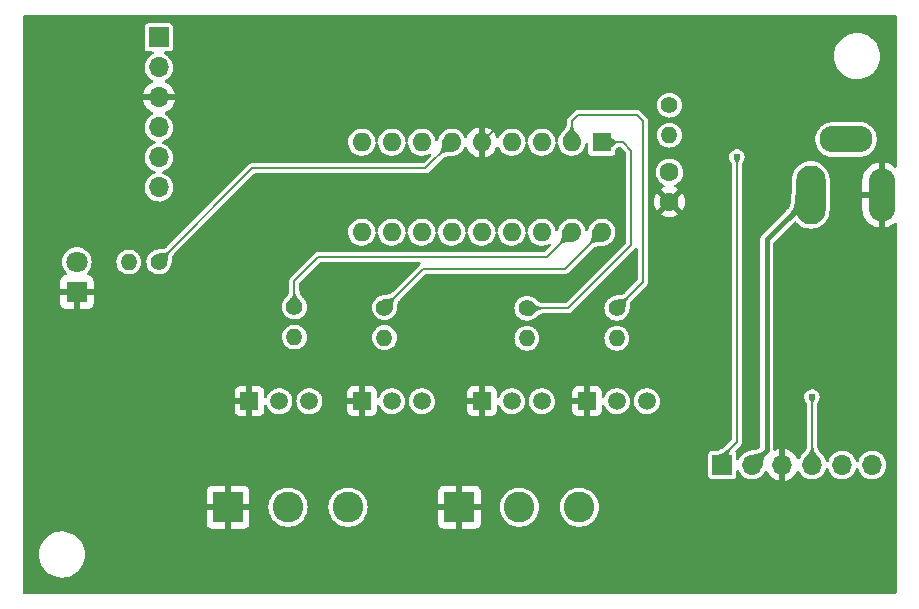
<source format=gbl>
G04 #@! TF.GenerationSoftware,KiCad,Pcbnew,(6.0.11-0)*
G04 #@! TF.CreationDate,2023-08-06T14:05:06+09:00*
G04 #@! TF.ProjectId,RadioCtrl-Override,52616469-6f43-4747-926c-2d4f76657272,rev?*
G04 #@! TF.SameCoordinates,PX7bfa480PY7bfa480*
G04 #@! TF.FileFunction,Copper,L2,Bot*
G04 #@! TF.FilePolarity,Positive*
%FSLAX46Y46*%
G04 Gerber Fmt 4.6, Leading zero omitted, Abs format (unit mm)*
G04 Created by KiCad (PCBNEW (6.0.11-0)) date 2023-08-06 14:05:06*
%MOMM*%
%LPD*%
G01*
G04 APERTURE LIST*
G04 #@! TA.AperFunction,ComponentPad*
%ADD10C,1.400000*%
G04 #@! TD*
G04 #@! TA.AperFunction,ComponentPad*
%ADD11O,1.400000X1.400000*%
G04 #@! TD*
G04 #@! TA.AperFunction,ComponentPad*
%ADD12R,2.600000X2.600000*%
G04 #@! TD*
G04 #@! TA.AperFunction,ComponentPad*
%ADD13C,2.600000*%
G04 #@! TD*
G04 #@! TA.AperFunction,ComponentPad*
%ADD14O,1.700000X1.700000*%
G04 #@! TD*
G04 #@! TA.AperFunction,ComponentPad*
%ADD15R,1.700000X1.700000*%
G04 #@! TD*
G04 #@! TA.AperFunction,ComponentPad*
%ADD16R,1.600000X1.600000*%
G04 #@! TD*
G04 #@! TA.AperFunction,ComponentPad*
%ADD17O,1.600000X1.600000*%
G04 #@! TD*
G04 #@! TA.AperFunction,ComponentPad*
%ADD18R,1.500000X1.500000*%
G04 #@! TD*
G04 #@! TA.AperFunction,ComponentPad*
%ADD19C,1.500000*%
G04 #@! TD*
G04 #@! TA.AperFunction,ComponentPad*
%ADD20C,1.600000*%
G04 #@! TD*
G04 #@! TA.AperFunction,ComponentPad*
%ADD21R,1.800000X1.800000*%
G04 #@! TD*
G04 #@! TA.AperFunction,ComponentPad*
%ADD22C,1.800000*%
G04 #@! TD*
G04 #@! TA.AperFunction,ComponentPad*
%ADD23O,2.500000X5.000000*%
G04 #@! TD*
G04 #@! TA.AperFunction,ComponentPad*
%ADD24O,2.250000X4.500000*%
G04 #@! TD*
G04 #@! TA.AperFunction,ComponentPad*
%ADD25O,4.500000X2.250000*%
G04 #@! TD*
G04 #@! TA.AperFunction,ViaPad*
%ADD26C,0.605000*%
G04 #@! TD*
G04 #@! TA.AperFunction,Conductor*
%ADD27C,0.152400*%
G04 #@! TD*
G04 #@! TA.AperFunction,Conductor*
%ADD28C,0.400000*%
G04 #@! TD*
G04 APERTURE END LIST*
D10*
X55245000Y41860000D03*
D11*
X55245000Y39320000D03*
D12*
X17877500Y7813500D03*
D13*
X22957500Y7813500D03*
X28037500Y7813500D03*
D10*
X12015000Y28575000D03*
D11*
X9475000Y28575000D03*
D10*
X43180000Y24660000D03*
D11*
X43180000Y22120000D03*
D14*
X12020000Y34900000D03*
X12020000Y37440000D03*
X12020000Y39980000D03*
X12020000Y42520000D03*
X12020000Y45060000D03*
D15*
X12020000Y47600000D03*
D10*
X31115000Y24715000D03*
D11*
X31115000Y22175000D03*
D10*
X23495000Y24765000D03*
D11*
X23495000Y22225000D03*
D16*
X49520000Y38725000D03*
D17*
X46980000Y38725000D03*
X44440000Y38725000D03*
X41900000Y38725000D03*
X39360000Y38725000D03*
X36820000Y38725000D03*
X34280000Y38725000D03*
X31740000Y38725000D03*
X29200000Y38725000D03*
X29200000Y31105000D03*
X31740000Y31105000D03*
X34280000Y31105000D03*
X36820000Y31105000D03*
X39360000Y31105000D03*
X41900000Y31105000D03*
X44440000Y31105000D03*
X46980000Y31105000D03*
X49520000Y31105000D03*
D15*
X59715000Y11385000D03*
D14*
X62255000Y11385000D03*
X64795000Y11385000D03*
X67335000Y11385000D03*
X69875000Y11385000D03*
X72415000Y11385000D03*
D18*
X29210000Y16785000D03*
D19*
X31750000Y16785000D03*
X34290000Y16785000D03*
D20*
X55245000Y33675000D03*
X55245000Y36175000D03*
D12*
X37460000Y7813500D03*
D13*
X42540000Y7813500D03*
X47620000Y7813500D03*
D21*
X5080000Y26035000D03*
D22*
X5080000Y28575000D03*
D18*
X48260000Y16785000D03*
D19*
X50800000Y16785000D03*
X53340000Y16785000D03*
D18*
X39370000Y16785000D03*
D19*
X41910000Y16785000D03*
X44450000Y16785000D03*
D10*
X50800000Y24670000D03*
D11*
X50800000Y22130000D03*
D23*
X67212500Y34250000D03*
D24*
X73212500Y34250000D03*
D25*
X70212500Y38950000D03*
D18*
X19685000Y16785000D03*
D19*
X22225000Y16785000D03*
X24765000Y16785000D03*
D26*
X15875000Y46355000D03*
X71755000Y15240000D03*
X58420000Y15240000D03*
X53975000Y6985000D03*
X61595000Y46355000D03*
X71755000Y26035000D03*
X15875000Y24765000D03*
X4445000Y15240000D03*
X26670000Y46355000D03*
X15875000Y37465000D03*
X58420000Y20955000D03*
X48260000Y46355000D03*
X15875000Y15240000D03*
X4445000Y8255000D03*
X36830000Y46355000D03*
X35560000Y24765000D03*
X61595000Y38735000D03*
X27305000Y24765000D03*
X24130000Y37465000D03*
X60960000Y37465000D03*
X67310000Y17145000D03*
D27*
X5080000Y22920000D02*
X16000000Y12000000D01*
X5080000Y26035000D02*
X5080000Y22920000D01*
X28640000Y12000000D02*
X38035000Y12000000D01*
X38035000Y12000000D02*
X40000000Y12000000D01*
X37460000Y7813500D02*
X37460000Y11425000D01*
X37460000Y11425000D02*
X38035000Y12000000D01*
X16000000Y12000000D02*
X18350000Y12000000D01*
X18350000Y12000000D02*
X19115000Y12000000D01*
X17877500Y7813500D02*
X17877500Y11527500D01*
X17877500Y11527500D02*
X18350000Y12000000D01*
X29210000Y12570000D02*
X28640000Y12000000D01*
X39360000Y38725000D02*
X44135000Y43500000D01*
X28000000Y12000000D02*
X28640000Y12000000D01*
X20500000Y12000000D02*
X28000000Y12000000D01*
X40000000Y12000000D02*
X47690000Y12000000D01*
X39370000Y16785000D02*
X39370000Y12700000D01*
X19685000Y16785000D02*
X19685000Y12570000D01*
X19115000Y12000000D02*
X20500000Y12000000D01*
X39370000Y12700000D02*
X38735000Y12065000D01*
X58000000Y36430000D02*
X55245000Y33675000D01*
X44135000Y43500000D02*
X58000000Y43500000D01*
X58000000Y43500000D02*
X58000000Y36430000D01*
X48260000Y12570000D02*
X48260000Y16785000D01*
X19685000Y12570000D02*
X19115000Y12000000D01*
X29210000Y16785000D02*
X29210000Y12570000D01*
X47690000Y12000000D02*
X48260000Y12570000D01*
D28*
X67212500Y34250000D02*
X67212500Y34192500D01*
X66635000Y34250000D02*
X67212500Y34250000D01*
X63500000Y30480000D02*
X63500000Y12630000D01*
X67212500Y34192500D02*
X63500000Y30480000D01*
X63500000Y12630000D02*
X62255000Y11385000D01*
D27*
X60960000Y37465000D02*
X60960000Y13335000D01*
X59715000Y12090000D02*
X60960000Y13335000D01*
X59715000Y11385000D02*
X59715000Y12090000D01*
X67310000Y17145000D02*
X67335000Y17120000D01*
X67335000Y17120000D02*
X67335000Y11385000D01*
X44875000Y29000000D02*
X25500000Y29000000D01*
X25500000Y29000000D02*
X23495000Y26995000D01*
X23495000Y26995000D02*
X23495000Y24765000D01*
X46980000Y31105000D02*
X44875000Y29000000D01*
X12015000Y28575000D02*
X19940000Y36500000D01*
X34595000Y36500000D02*
X36820000Y38725000D01*
X19940000Y36500000D02*
X34595000Y36500000D01*
X49520000Y31105000D02*
X46415000Y28000000D01*
X34400000Y28000000D02*
X31115000Y24715000D01*
X46415000Y28000000D02*
X34400000Y28000000D01*
X51275000Y38725000D02*
X52000000Y38000000D01*
X46660000Y24660000D02*
X43180000Y24660000D01*
X49520000Y38725000D02*
X51275000Y38725000D01*
X52000000Y38000000D02*
X52000000Y30000000D01*
X52000000Y30000000D02*
X46660000Y24660000D01*
X46980000Y40480000D02*
X47500000Y41000000D01*
X46980000Y38725000D02*
X46980000Y40480000D01*
X47500000Y41000000D02*
X52500000Y41000000D01*
X53000000Y40500000D02*
X53000000Y26870000D01*
X53000000Y26870000D02*
X50800000Y24670000D01*
X52500000Y41000000D02*
X53000000Y40500000D01*
G04 #@! TA.AperFunction,Conductor*
G36*
X47053416Y40311573D02*
G01*
X47056824Y40303961D01*
X47066907Y40125461D01*
X47097132Y39971161D01*
X47144028Y39844336D01*
X47204749Y39737223D01*
X47276448Y39642057D01*
X47276580Y39641907D01*
X47356259Y39551097D01*
X47356279Y39551075D01*
X47441242Y39456686D01*
X47441563Y39456313D01*
X47528644Y39350981D01*
X47529225Y39350217D01*
X47615757Y39226092D01*
X47616400Y39225058D01*
X47695830Y39081261D01*
X47696831Y39072362D01*
X47694023Y39067496D01*
X46988433Y38333769D01*
X46980229Y38330181D01*
X46971567Y38333769D01*
X46265978Y39067495D01*
X46262713Y39075833D01*
X46264170Y39081261D01*
X46343599Y39225058D01*
X46344242Y39226092D01*
X46430774Y39350217D01*
X46431355Y39350981D01*
X46518436Y39456313D01*
X46518757Y39456686D01*
X46603720Y39551075D01*
X46603740Y39551097D01*
X46683419Y39641907D01*
X46683551Y39642057D01*
X46755250Y39737223D01*
X46815971Y39844336D01*
X46862867Y39971161D01*
X46893092Y40125461D01*
X46903176Y40303961D01*
X46907064Y40312027D01*
X46914857Y40315000D01*
X47045143Y40315000D01*
X47053416Y40311573D01*
G37*
G04 #@! TD.AperFunction*
G04 #@! TA.AperFunction,Conductor*
G36*
X49876260Y39440830D02*
G01*
X49975237Y39386158D01*
X50020057Y39361401D01*
X50021091Y39360758D01*
X50145216Y39274226D01*
X50145980Y39273645D01*
X50251312Y39186564D01*
X50251685Y39186243D01*
X50346074Y39101280D01*
X50437056Y39021449D01*
X50532222Y38949750D01*
X50639335Y38889029D01*
X50639772Y38888867D01*
X50639775Y38888866D01*
X50723819Y38857790D01*
X50766160Y38842133D01*
X50920460Y38811908D01*
X50920852Y38811886D01*
X50920859Y38811885D01*
X51028696Y38805793D01*
X51098961Y38801824D01*
X51107027Y38797936D01*
X51110000Y38790143D01*
X51110000Y38659857D01*
X51106573Y38651584D01*
X51098961Y38648176D01*
X51021197Y38643784D01*
X50920859Y38638116D01*
X50920852Y38638115D01*
X50920460Y38638093D01*
X50766160Y38607868D01*
X50765723Y38607707D01*
X50765725Y38607707D01*
X50639775Y38561135D01*
X50639772Y38561134D01*
X50639335Y38560972D01*
X50532222Y38500251D01*
X50437056Y38428552D01*
X50436906Y38428420D01*
X50346074Y38348721D01*
X50346034Y38348685D01*
X50251685Y38263758D01*
X50251312Y38263437D01*
X50145980Y38176356D01*
X50145216Y38175775D01*
X50021091Y38089243D01*
X50020057Y38088600D01*
X49876260Y38009170D01*
X49867362Y38008169D01*
X49862496Y38010977D01*
X49128769Y38716567D01*
X49125181Y38724771D01*
X49128769Y38733433D01*
X49862495Y39439022D01*
X49870833Y39442287D01*
X49876260Y39440830D01*
G37*
G04 #@! TD.AperFunction*
G04 #@! TA.AperFunction,Conductor*
G36*
X67636139Y34702443D02*
G01*
X67640006Y34693904D01*
X67652398Y33737121D01*
X67660757Y33091739D01*
X67657438Y33083422D01*
X67652747Y33080484D01*
X67406422Y32998652D01*
X67405419Y32998368D01*
X67177367Y32944575D01*
X67176575Y32944416D01*
X67053650Y32924255D01*
X66968588Y32910305D01*
X66968248Y32910255D01*
X66883999Y32899260D01*
X66774758Y32885004D01*
X66774716Y32884998D01*
X66648623Y32866374D01*
X66590404Y32857775D01*
X66590202Y32857730D01*
X66590190Y32857728D01*
X66410182Y32817794D01*
X66410176Y32817792D01*
X66409841Y32817718D01*
X66227510Y32753951D01*
X66037865Y32655594D01*
X65835357Y32511770D01*
X65622691Y32319074D01*
X65614261Y32316059D01*
X65606564Y32319472D01*
X65339463Y32586573D01*
X65336036Y32594846D01*
X65339057Y32602692D01*
X65527180Y32810799D01*
X65532043Y32817718D01*
X65666552Y33009117D01*
X65666793Y33009460D01*
X65704103Y33083422D01*
X65760652Y33195526D01*
X65760852Y33195922D01*
X65819779Y33375686D01*
X65853992Y33554252D01*
X65873910Y33737121D01*
X65889941Y33929647D01*
X65889969Y33929939D01*
X65912501Y34137409D01*
X65912604Y34138139D01*
X65952004Y34366055D01*
X65952216Y34367032D01*
X66016854Y34613367D01*
X66022269Y34620499D01*
X66027561Y34622081D01*
X67218329Y34684110D01*
X67627698Y34705435D01*
X67636139Y34702443D01*
G37*
G04 #@! TD.AperFunction*
G04 #@! TA.AperFunction,Conductor*
G36*
X63316511Y12713508D02*
G01*
X63583508Y12446511D01*
X63586935Y12438238D01*
X63583859Y12430332D01*
X63458702Y12293871D01*
X63458523Y12293629D01*
X63458516Y12293621D01*
X63418026Y12239000D01*
X63360727Y12161704D01*
X63291088Y12038337D01*
X63243366Y11920018D01*
X63211145Y11802996D01*
X63188006Y11683521D01*
X63187998Y11683471D01*
X63167547Y11557931D01*
X63167517Y11557755D01*
X63143357Y11422493D01*
X63143241Y11421924D01*
X63108999Y11273250D01*
X63108788Y11272463D01*
X63060403Y11114162D01*
X63054709Y11107253D01*
X63049445Y11105885D01*
X62459390Y11094350D01*
X61966645Y11084718D01*
X61958306Y11087983D01*
X61954718Y11096645D01*
X61966190Y11683471D01*
X61975885Y12179445D01*
X61979473Y12187648D01*
X61984161Y12190403D01*
X62142462Y12238789D01*
X62143242Y12238998D01*
X62291924Y12273242D01*
X62292492Y12273358D01*
X62427776Y12297522D01*
X62427907Y12297544D01*
X62553520Y12318007D01*
X62672995Y12341146D01*
X62790017Y12373367D01*
X62790326Y12373492D01*
X62790330Y12373493D01*
X62907984Y12420947D01*
X62908336Y12421089D01*
X62908663Y12421274D01*
X62908668Y12421276D01*
X63031386Y12490549D01*
X63031387Y12490549D01*
X63031703Y12490728D01*
X63070806Y12519715D01*
X63163620Y12588517D01*
X63163628Y12588524D01*
X63163870Y12588703D01*
X63300331Y12713859D01*
X63308743Y12716924D01*
X63316511Y12713508D01*
G37*
G04 #@! TD.AperFunction*
G04 #@! TA.AperFunction,Conductor*
G36*
X51736824Y25698931D02*
G01*
X51828931Y25606824D01*
X51832358Y25598551D01*
X51829376Y25590748D01*
X51726647Y25475985D01*
X51726643Y25475980D01*
X51726388Y25475695D01*
X51649370Y25362153D01*
X51599265Y25255328D01*
X51569636Y25152181D01*
X51554042Y25049672D01*
X51554027Y25049470D01*
X51554025Y25049456D01*
X51546044Y24944760D01*
X51539217Y24834636D01*
X51539179Y24834173D01*
X51527127Y24716023D01*
X51526998Y24715118D01*
X51503343Y24585793D01*
X51503072Y24584641D01*
X51463629Y24448551D01*
X51458034Y24441559D01*
X51452620Y24440110D01*
X50564678Y24422751D01*
X50556339Y24426016D01*
X50552751Y24434678D01*
X50570110Y25322620D01*
X50573698Y25330824D01*
X50578550Y25333629D01*
X50714649Y25373075D01*
X50715783Y25373342D01*
X50845117Y25396999D01*
X50846010Y25397126D01*
X50915904Y25404256D01*
X50964172Y25409180D01*
X50964635Y25409218D01*
X51074751Y25416044D01*
X51074785Y25416047D01*
X51179455Y25424026D01*
X51179469Y25424028D01*
X51179671Y25424043D01*
X51179879Y25424075D01*
X51179882Y25424075D01*
X51205923Y25428036D01*
X51282180Y25439637D01*
X51282539Y25439740D01*
X51282543Y25439741D01*
X51333564Y25454397D01*
X51385327Y25469266D01*
X51385751Y25469465D01*
X51385754Y25469466D01*
X51442351Y25496013D01*
X51492152Y25519371D01*
X51492524Y25519623D01*
X51492527Y25519625D01*
X51605374Y25596172D01*
X51605373Y25596172D01*
X51605694Y25596389D01*
X51605979Y25596644D01*
X51605984Y25596648D01*
X51720748Y25699376D01*
X51729198Y25702340D01*
X51736824Y25698931D01*
G37*
G04 #@! TD.AperFunction*
G04 #@! TA.AperFunction,Conductor*
G36*
X60968433Y37607481D02*
G01*
X61226384Y37339244D01*
X61229649Y37330905D01*
X61228294Y37325666D01*
X61203550Y37278894D01*
X61203169Y37278227D01*
X61175031Y37232566D01*
X61174752Y37232135D01*
X61147450Y37192012D01*
X61121654Y37155030D01*
X61098125Y37118883D01*
X61077485Y37081050D01*
X61060352Y37039014D01*
X61047347Y36990256D01*
X61039090Y36932258D01*
X61039078Y36931964D01*
X61036665Y36873716D01*
X61032899Y36865592D01*
X61024975Y36862500D01*
X60895025Y36862500D01*
X60886752Y36865927D01*
X60883335Y36873716D01*
X60880921Y36931964D01*
X60880909Y36932258D01*
X60872652Y36990256D01*
X60859647Y37039014D01*
X60842514Y37081050D01*
X60821874Y37118883D01*
X60798345Y37155030D01*
X60772549Y37192012D01*
X60745247Y37232135D01*
X60744968Y37232566D01*
X60716830Y37278227D01*
X60716449Y37278894D01*
X60691707Y37325664D01*
X60690867Y37334578D01*
X60693616Y37339244D01*
X60951567Y37607481D01*
X60959771Y37611069D01*
X60968433Y37607481D01*
G37*
G04 #@! TD.AperFunction*
G04 #@! TA.AperFunction,Conductor*
G36*
X60404489Y12871292D02*
G01*
X60496568Y12779213D01*
X60499995Y12770940D01*
X60497135Y12763277D01*
X60402909Y12654586D01*
X60337758Y12544483D01*
X60337556Y12543853D01*
X60304104Y12439544D01*
X60304103Y12439540D01*
X60303890Y12438875D01*
X60296381Y12335433D01*
X60310302Y12231829D01*
X60340728Y12125738D01*
X60340806Y12125532D01*
X60344426Y12115975D01*
X60382732Y12014830D01*
X60382757Y12014770D01*
X60431333Y11896908D01*
X60431398Y11896749D01*
X60481659Y11769527D01*
X60481859Y11768981D01*
X60526232Y11637944D01*
X60525640Y11629008D01*
X60522196Y11624850D01*
X59658843Y10973650D01*
X59650177Y10971405D01*
X59642459Y10975946D01*
X59641433Y10977569D01*
X59488319Y11270305D01*
X59118115Y11978096D01*
X59117317Y11987015D01*
X59120549Y11992118D01*
X59254095Y12115305D01*
X59254889Y12115975D01*
X59267845Y12125952D01*
X59382768Y12214455D01*
X59383616Y12215050D01*
X59503121Y12291237D01*
X59503846Y12291663D01*
X59618574Y12353704D01*
X59618963Y12353905D01*
X59732471Y12409894D01*
X59732477Y12409897D01*
X59798143Y12442812D01*
X59847896Y12467750D01*
X59847908Y12467756D01*
X59847997Y12467801D01*
X59968754Y12535611D01*
X60098152Y12621405D01*
X60239600Y12733265D01*
X60388248Y12871585D01*
X60396637Y12874711D01*
X60404489Y12871292D01*
G37*
G04 #@! TD.AperFunction*
G04 #@! TA.AperFunction,Conductor*
G36*
X67306766Y17287692D02*
G01*
X67585766Y17041426D01*
X67589700Y17033382D01*
X67588778Y17028047D01*
X67573781Y16993038D01*
X67567060Y16977350D01*
X67566734Y16976654D01*
X67541597Y16927458D01*
X67541326Y16926959D01*
X67516543Y16883943D01*
X67516427Y16883746D01*
X67492653Y16844285D01*
X67492635Y16844254D01*
X67492626Y16844239D01*
X67470575Y16805755D01*
X67451011Y16765744D01*
X67434612Y16721560D01*
X67422058Y16670555D01*
X67414027Y16610084D01*
X67414017Y16609824D01*
X67414016Y16609814D01*
X67411638Y16548745D01*
X67407892Y16540611D01*
X67399947Y16537500D01*
X67270016Y16537500D01*
X67261743Y16540927D01*
X67258326Y16548705D01*
X67255918Y16605617D01*
X67255918Y16605618D01*
X67255906Y16605900D01*
X67247583Y16662761D01*
X67234361Y16710492D01*
X67229485Y16721864D01*
X67216914Y16751177D01*
X67216774Y16751504D01*
X67195355Y16788204D01*
X67170637Y16823001D01*
X67143152Y16858305D01*
X67113568Y16896353D01*
X67113316Y16896689D01*
X67091102Y16927476D01*
X67082207Y16939804D01*
X67081843Y16940341D01*
X67053960Y16984219D01*
X67052415Y16993038D01*
X67054767Y16997887D01*
X67090270Y17041426D01*
X67289954Y17286314D01*
X67297839Y17290560D01*
X67306766Y17287692D01*
G37*
G04 #@! TD.AperFunction*
G04 #@! TA.AperFunction,Conductor*
G36*
X67408421Y13071573D02*
G01*
X67411829Y13063966D01*
X67422689Y12873305D01*
X67455113Y12709227D01*
X67505403Y12574472D01*
X67570492Y12460746D01*
X67647312Y12359754D01*
X67647445Y12359604D01*
X67647453Y12359594D01*
X67732795Y12263202D01*
X67823704Y12162980D01*
X67824034Y12162600D01*
X67917168Y12050612D01*
X67917758Y12049839D01*
X68010190Y11917747D01*
X68010842Y11916702D01*
X68095823Y11763058D01*
X68096829Y11754160D01*
X68094018Y11749285D01*
X67343433Y10968769D01*
X67335229Y10965181D01*
X67326567Y10968769D01*
X66575982Y11749285D01*
X66572717Y11757624D01*
X66574177Y11763058D01*
X66659157Y11916702D01*
X66659809Y11917747D01*
X66752241Y12049839D01*
X66752831Y12050612D01*
X66845965Y12162600D01*
X66846295Y12162980D01*
X66937204Y12263202D01*
X67022546Y12359594D01*
X67022554Y12359604D01*
X67022687Y12359754D01*
X67099507Y12460746D01*
X67164596Y12574472D01*
X67214886Y12709227D01*
X67247310Y12873305D01*
X67258171Y13063966D01*
X67262063Y13072030D01*
X67269852Y13075000D01*
X67400148Y13075000D01*
X67408421Y13071573D01*
G37*
G04 #@! TD.AperFunction*
G04 #@! TA.AperFunction,Conductor*
G36*
X23568403Y26151573D02*
G01*
X23571812Y26143947D01*
X23580343Y25989769D01*
X23606170Y25855022D01*
X23606324Y25854595D01*
X23606326Y25854589D01*
X23646119Y25744493D01*
X23646277Y25744056D01*
X23698262Y25650169D01*
X23698480Y25649873D01*
X23698483Y25649868D01*
X23759588Y25566836D01*
X23759720Y25566657D01*
X23828249Y25486818D01*
X23828298Y25486763D01*
X23901283Y25404131D01*
X23901584Y25403777D01*
X23976615Y25311698D01*
X23977158Y25310977D01*
X24044667Y25213242D01*
X24051890Y25202785D01*
X24052512Y25201778D01*
X24120846Y25077667D01*
X24121835Y25068767D01*
X24119030Y25063914D01*
X23503433Y24423769D01*
X23495229Y24420181D01*
X23486567Y24423769D01*
X22870970Y25063914D01*
X22867705Y25072253D01*
X22869154Y25077667D01*
X22937487Y25201778D01*
X22938109Y25202785D01*
X22945332Y25213242D01*
X23012841Y25310977D01*
X23013384Y25311698D01*
X23088415Y25403777D01*
X23088716Y25404131D01*
X23161701Y25486763D01*
X23161750Y25486818D01*
X23230279Y25566657D01*
X23230411Y25566836D01*
X23291516Y25649868D01*
X23291519Y25649873D01*
X23291737Y25650169D01*
X23343722Y25744056D01*
X23343880Y25744493D01*
X23383673Y25854589D01*
X23383675Y25854595D01*
X23383829Y25855022D01*
X23409656Y25989769D01*
X23418188Y26143947D01*
X23422067Y26152018D01*
X23429870Y26155000D01*
X23560130Y26155000D01*
X23568403Y26151573D01*
G37*
G04 #@! TD.AperFunction*
G04 #@! TA.AperFunction,Conductor*
G36*
X47259016Y31384339D02*
G01*
X47262604Y31375677D01*
X47244100Y30429068D01*
X47242709Y30357930D01*
X47239121Y30349726D01*
X47234255Y30346918D01*
X47096134Y30307091D01*
X47076404Y30301402D01*
X47075218Y30301126D01*
X46926272Y30274545D01*
X46925321Y30274415D01*
X46789239Y30261509D01*
X46788748Y30261473D01*
X46661947Y30254808D01*
X46541390Y30246939D01*
X46541383Y30246938D01*
X46541164Y30246924D01*
X46540948Y30246894D01*
X46540942Y30246893D01*
X46425882Y30230711D01*
X46423172Y30230330D01*
X46336881Y30206478D01*
X46304951Y30197652D01*
X46304948Y30197651D01*
X46304496Y30197526D01*
X46304071Y30197330D01*
X46304067Y30197329D01*
X46258810Y30176506D01*
X46181657Y30141008D01*
X46051178Y30053273D01*
X46030250Y30034583D01*
X45917830Y29934185D01*
X45909377Y29931231D01*
X45901764Y29934639D01*
X45809639Y30026764D01*
X45806212Y30035037D01*
X45809185Y30042830D01*
X45928009Y30175884D01*
X45928012Y30175888D01*
X45928272Y30176179D01*
X45942494Y30197329D01*
X46015742Y30306264D01*
X46016007Y30306658D01*
X46072525Y30429497D01*
X46105329Y30548173D01*
X46121923Y30666165D01*
X46129807Y30786948D01*
X46136472Y30913749D01*
X46136508Y30914240D01*
X46149414Y31050322D01*
X46149544Y31051273D01*
X46176125Y31200219D01*
X46176401Y31201405D01*
X46221917Y31359253D01*
X46227502Y31366252D01*
X46232928Y31367709D01*
X46939412Y31381519D01*
X47250677Y31387604D01*
X47259016Y31384339D01*
G37*
G04 #@! TD.AperFunction*
G04 #@! TA.AperFunction,Conductor*
G36*
X12951824Y29603931D02*
G01*
X13043931Y29511824D01*
X13047358Y29503551D01*
X13044376Y29495748D01*
X12941647Y29380985D01*
X12941643Y29380980D01*
X12941388Y29380695D01*
X12864370Y29267153D01*
X12814265Y29160328D01*
X12784636Y29057181D01*
X12769042Y28954672D01*
X12769027Y28954470D01*
X12769025Y28954456D01*
X12761044Y28849760D01*
X12754217Y28739636D01*
X12754179Y28739173D01*
X12742127Y28621023D01*
X12741998Y28620118D01*
X12718343Y28490793D01*
X12718072Y28489641D01*
X12678629Y28353551D01*
X12673034Y28346559D01*
X12667620Y28345110D01*
X11779678Y28327751D01*
X11771339Y28331016D01*
X11767751Y28339678D01*
X11785110Y29227620D01*
X11788698Y29235824D01*
X11793550Y29238629D01*
X11929649Y29278075D01*
X11930783Y29278342D01*
X12060117Y29301999D01*
X12061010Y29302126D01*
X12130904Y29309256D01*
X12179172Y29314180D01*
X12179635Y29314218D01*
X12289751Y29321044D01*
X12289785Y29321047D01*
X12394455Y29329026D01*
X12394469Y29329028D01*
X12394671Y29329043D01*
X12394879Y29329075D01*
X12394882Y29329075D01*
X12420923Y29333036D01*
X12497180Y29344637D01*
X12497539Y29344740D01*
X12497543Y29344741D01*
X12548564Y29359397D01*
X12600327Y29374266D01*
X12600751Y29374465D01*
X12600754Y29374466D01*
X12657351Y29401013D01*
X12707152Y29424371D01*
X12707524Y29424623D01*
X12707527Y29424625D01*
X12820374Y29501172D01*
X12820373Y29501172D01*
X12820694Y29501389D01*
X12820979Y29501644D01*
X12820984Y29501648D01*
X12935748Y29604376D01*
X12944198Y29607340D01*
X12951824Y29603931D01*
G37*
G04 #@! TD.AperFunction*
G04 #@! TA.AperFunction,Conductor*
G36*
X37099016Y39004339D02*
G01*
X37102604Y38995677D01*
X37084100Y38049068D01*
X37082709Y37977930D01*
X37079121Y37969726D01*
X37074255Y37966918D01*
X36936134Y37927091D01*
X36916404Y37921402D01*
X36915218Y37921126D01*
X36766272Y37894545D01*
X36765321Y37894415D01*
X36629239Y37881509D01*
X36628748Y37881473D01*
X36501947Y37874808D01*
X36381390Y37866939D01*
X36381383Y37866938D01*
X36381164Y37866924D01*
X36380948Y37866894D01*
X36380942Y37866893D01*
X36265882Y37850711D01*
X36263172Y37850330D01*
X36176881Y37826478D01*
X36144951Y37817652D01*
X36144948Y37817651D01*
X36144496Y37817526D01*
X36144071Y37817330D01*
X36144067Y37817329D01*
X36098810Y37796506D01*
X36021657Y37761008D01*
X35891178Y37673273D01*
X35870250Y37654583D01*
X35757830Y37554185D01*
X35749377Y37551231D01*
X35741764Y37554639D01*
X35649639Y37646764D01*
X35646212Y37655037D01*
X35649185Y37662830D01*
X35768009Y37795884D01*
X35768012Y37795888D01*
X35768272Y37796179D01*
X35782494Y37817329D01*
X35855742Y37926264D01*
X35856007Y37926658D01*
X35912525Y38049497D01*
X35945329Y38168173D01*
X35961923Y38286165D01*
X35969807Y38406948D01*
X35976472Y38533749D01*
X35976508Y38534240D01*
X35989414Y38670322D01*
X35989544Y38671273D01*
X36016125Y38820219D01*
X36016401Y38821405D01*
X36061917Y38979253D01*
X36067502Y38986252D01*
X36072928Y38987709D01*
X36779412Y39001519D01*
X37090677Y39007604D01*
X37099016Y39004339D01*
G37*
G04 #@! TD.AperFunction*
G04 #@! TA.AperFunction,Conductor*
G36*
X49799016Y31384339D02*
G01*
X49802604Y31375677D01*
X49784100Y30429068D01*
X49782709Y30357930D01*
X49779121Y30349726D01*
X49774255Y30346918D01*
X49636134Y30307091D01*
X49616404Y30301402D01*
X49615218Y30301126D01*
X49466272Y30274545D01*
X49465321Y30274415D01*
X49329239Y30261509D01*
X49328748Y30261473D01*
X49201947Y30254808D01*
X49081390Y30246939D01*
X49081383Y30246938D01*
X49081164Y30246924D01*
X49080948Y30246894D01*
X49080942Y30246893D01*
X48965882Y30230711D01*
X48963172Y30230330D01*
X48876881Y30206478D01*
X48844951Y30197652D01*
X48844948Y30197651D01*
X48844496Y30197526D01*
X48844071Y30197330D01*
X48844067Y30197329D01*
X48798810Y30176506D01*
X48721657Y30141008D01*
X48591178Y30053273D01*
X48570250Y30034583D01*
X48457830Y29934185D01*
X48449377Y29931231D01*
X48441764Y29934639D01*
X48349639Y30026764D01*
X48346212Y30035037D01*
X48349185Y30042830D01*
X48468009Y30175884D01*
X48468012Y30175888D01*
X48468272Y30176179D01*
X48482494Y30197329D01*
X48555742Y30306264D01*
X48556007Y30306658D01*
X48612525Y30429497D01*
X48645329Y30548173D01*
X48661923Y30666165D01*
X48669807Y30786948D01*
X48676472Y30913749D01*
X48676508Y30914240D01*
X48689414Y31050322D01*
X48689544Y31051273D01*
X48716125Y31200219D01*
X48716401Y31201405D01*
X48761917Y31359253D01*
X48767502Y31366252D01*
X48772928Y31367709D01*
X49479412Y31381519D01*
X49790677Y31387604D01*
X49799016Y31384339D01*
G37*
G04 #@! TD.AperFunction*
G04 #@! TA.AperFunction,Conductor*
G36*
X32051824Y25743931D02*
G01*
X32143931Y25651824D01*
X32147358Y25643551D01*
X32144376Y25635748D01*
X32041647Y25520985D01*
X32041643Y25520980D01*
X32041388Y25520695D01*
X31964370Y25407153D01*
X31914265Y25300328D01*
X31884636Y25197181D01*
X31869042Y25094672D01*
X31869027Y25094470D01*
X31869025Y25094456D01*
X31861044Y24989760D01*
X31854217Y24879636D01*
X31854179Y24879173D01*
X31842127Y24761023D01*
X31841998Y24760118D01*
X31818343Y24630793D01*
X31818072Y24629641D01*
X31778629Y24493551D01*
X31773034Y24486559D01*
X31767620Y24485110D01*
X30879678Y24467751D01*
X30871339Y24471016D01*
X30867751Y24479678D01*
X30885110Y25367620D01*
X30888698Y25375824D01*
X30893550Y25378629D01*
X31029649Y25418075D01*
X31030783Y25418342D01*
X31160117Y25441999D01*
X31161010Y25442126D01*
X31230904Y25449256D01*
X31279172Y25454180D01*
X31279635Y25454218D01*
X31389751Y25461044D01*
X31389785Y25461047D01*
X31494455Y25469026D01*
X31494469Y25469028D01*
X31494671Y25469043D01*
X31494879Y25469075D01*
X31494882Y25469075D01*
X31520923Y25473036D01*
X31597180Y25484637D01*
X31597539Y25484740D01*
X31597543Y25484741D01*
X31648564Y25499397D01*
X31700327Y25514266D01*
X31700751Y25514465D01*
X31700754Y25514466D01*
X31757351Y25541013D01*
X31807152Y25564371D01*
X31807524Y25564623D01*
X31807527Y25564625D01*
X31920374Y25641172D01*
X31920373Y25641172D01*
X31920694Y25641389D01*
X31920979Y25641644D01*
X31920984Y25641648D01*
X32035748Y25744376D01*
X32044198Y25747340D01*
X32051824Y25743931D01*
G37*
G04 #@! TD.AperFunction*
G04 #@! TA.AperFunction,Conductor*
G36*
X43492667Y25285846D02*
G01*
X43616777Y25217513D01*
X43617784Y25216891D01*
X43725976Y25142159D01*
X43726697Y25141616D01*
X43785719Y25093522D01*
X43818776Y25066585D01*
X43819130Y25066284D01*
X43901817Y24993250D01*
X43981656Y24924721D01*
X43981831Y24924593D01*
X43981835Y24924589D01*
X44064867Y24863484D01*
X44064872Y24863481D01*
X44065168Y24863263D01*
X44159055Y24811278D01*
X44159491Y24811120D01*
X44159492Y24811120D01*
X44269588Y24771327D01*
X44269594Y24771325D01*
X44270021Y24771171D01*
X44404768Y24745344D01*
X44405161Y24745322D01*
X44405163Y24745322D01*
X44458127Y24742391D01*
X44558947Y24736812D01*
X44567018Y24732933D01*
X44570000Y24725130D01*
X44570000Y24594870D01*
X44566573Y24586597D01*
X44558947Y24583188D01*
X44451210Y24577227D01*
X44405163Y24574679D01*
X44405161Y24574679D01*
X44404768Y24574657D01*
X44270021Y24548830D01*
X44269594Y24548676D01*
X44269588Y24548674D01*
X44159492Y24508881D01*
X44159055Y24508723D01*
X44065168Y24456738D01*
X44064872Y24456520D01*
X44064867Y24456517D01*
X43981835Y24395412D01*
X43981656Y24395280D01*
X43901817Y24326751D01*
X43901762Y24326702D01*
X43819130Y24253717D01*
X43818776Y24253416D01*
X43726697Y24178385D01*
X43725976Y24177842D01*
X43628241Y24110333D01*
X43617784Y24103110D01*
X43616777Y24102488D01*
X43492667Y24034154D01*
X43483767Y24033165D01*
X43478914Y24035970D01*
X42945603Y24548830D01*
X42838769Y24651567D01*
X42835181Y24659771D01*
X42838769Y24668433D01*
X42909239Y24736200D01*
X43409444Y25217224D01*
X43478914Y25284030D01*
X43487253Y25287295D01*
X43492667Y25285846D01*
G37*
G04 #@! TD.AperFunction*
G04 #@! TA.AperFunction,Conductor*
G36*
X74442121Y49479998D02*
G01*
X74488614Y49426342D01*
X74500000Y49374000D01*
X74500000Y36696224D01*
X74479998Y36628103D01*
X74426342Y36581610D01*
X74356068Y36571506D01*
X74292169Y36600413D01*
X74179081Y36696999D01*
X74171108Y36702792D01*
X73960379Y36831927D01*
X73951585Y36836408D01*
X73723258Y36930984D01*
X73713873Y36934033D01*
X73478892Y36990447D01*
X73469471Y36988469D01*
X73466500Y36977002D01*
X73466500Y31525055D01*
X73470844Y31510262D01*
X73477181Y31509142D01*
X73713873Y31565967D01*
X73723258Y31569016D01*
X73951585Y31663592D01*
X73960379Y31668073D01*
X74171108Y31797208D01*
X74179081Y31803001D01*
X74292169Y31899587D01*
X74356959Y31928618D01*
X74427159Y31918013D01*
X74480482Y31871138D01*
X74500000Y31803776D01*
X74500000Y626000D01*
X74479998Y557879D01*
X74426342Y511386D01*
X74374000Y500000D01*
X626000Y500000D01*
X557879Y520002D01*
X511386Y573658D01*
X500000Y626000D01*
X500000Y3840715D01*
X1854759Y3840715D01*
X1855003Y3836280D01*
X1855003Y3836276D01*
X1858384Y3774853D01*
X1869938Y3564913D01*
X1923825Y3294001D01*
X2015347Y3033384D01*
X2142678Y2788263D01*
X2145261Y2784648D01*
X2145265Y2784642D01*
X2182272Y2732856D01*
X2303275Y2563529D01*
X2493936Y2363665D01*
X2497431Y2360909D01*
X2497433Y2360908D01*
X2545469Y2323040D01*
X2710856Y2192659D01*
X2772559Y2156819D01*
X2945853Y2056161D01*
X2945859Y2056158D01*
X2949707Y2053923D01*
X3205723Y1950226D01*
X3210036Y1949155D01*
X3210041Y1949153D01*
X3469475Y1884709D01*
X3469480Y1884708D01*
X3473796Y1883636D01*
X3478224Y1883182D01*
X3478226Y1883182D01*
X3553339Y1875486D01*
X3709370Y1859500D01*
X3880362Y1859500D01*
X4085530Y1874027D01*
X4089885Y1874965D01*
X4089888Y1874965D01*
X4351215Y1931227D01*
X4351217Y1931227D01*
X4355562Y1932163D01*
X4614709Y2027767D01*
X4663185Y2053923D01*
X4853884Y2156819D01*
X4857800Y2158932D01*
X5079984Y2323040D01*
X5276829Y2516817D01*
X5444406Y2736396D01*
X5579373Y2977396D01*
X5679036Y3235009D01*
X5741407Y3504095D01*
X5765241Y3779285D01*
X5764997Y3783724D01*
X5750307Y4050644D01*
X5750306Y4050651D01*
X5750062Y4055087D01*
X5696175Y4325999D01*
X5604653Y4586616D01*
X5477322Y4831737D01*
X5474739Y4835352D01*
X5474735Y4835358D01*
X5319313Y5052850D01*
X5319310Y5052854D01*
X5316725Y5056471D01*
X5126064Y5256335D01*
X5122567Y5259092D01*
X4912639Y5424586D01*
X4912637Y5424587D01*
X4909144Y5427341D01*
X4796609Y5492706D01*
X4674147Y5563839D01*
X4674141Y5563842D01*
X4670293Y5566077D01*
X4414277Y5669774D01*
X4409964Y5670845D01*
X4409959Y5670847D01*
X4150525Y5735291D01*
X4150520Y5735292D01*
X4146204Y5736364D01*
X4141776Y5736818D01*
X4141774Y5736818D01*
X4061573Y5745035D01*
X3910630Y5760500D01*
X3739638Y5760500D01*
X3534470Y5745973D01*
X3530115Y5745035D01*
X3530112Y5745035D01*
X3268785Y5688773D01*
X3268783Y5688773D01*
X3264438Y5687837D01*
X3005291Y5592233D01*
X3001373Y5590119D01*
X2952668Y5563839D01*
X2762200Y5461068D01*
X2540016Y5296960D01*
X2343171Y5103183D01*
X2175594Y4883604D01*
X2040627Y4642604D01*
X1940964Y4384991D01*
X1878593Y4115905D01*
X1854759Y3840715D01*
X500000Y3840715D01*
X500000Y6468831D01*
X16069501Y6468831D01*
X16069871Y6462010D01*
X16075395Y6411148D01*
X16079021Y6395896D01*
X16124176Y6275446D01*
X16132714Y6259851D01*
X16209215Y6157776D01*
X16221776Y6145215D01*
X16323851Y6068714D01*
X16339446Y6060176D01*
X16459894Y6015022D01*
X16475149Y6011395D01*
X16526014Y6005869D01*
X16532828Y6005500D01*
X17605385Y6005500D01*
X17620624Y6009975D01*
X17621829Y6011365D01*
X17623500Y6019048D01*
X17623500Y6023616D01*
X18131500Y6023616D01*
X18135975Y6008377D01*
X18137365Y6007172D01*
X18145048Y6005501D01*
X19222169Y6005501D01*
X19228990Y6005871D01*
X19279852Y6011395D01*
X19295104Y6015021D01*
X19415554Y6060176D01*
X19431149Y6068714D01*
X19533224Y6145215D01*
X19545785Y6157776D01*
X19622286Y6259851D01*
X19630824Y6275446D01*
X19675978Y6395894D01*
X19679605Y6411149D01*
X19685131Y6462014D01*
X19685500Y6468828D01*
X19685500Y7541385D01*
X19681025Y7556624D01*
X19679635Y7557829D01*
X19671952Y7559500D01*
X18149615Y7559500D01*
X18134376Y7555025D01*
X18133171Y7553635D01*
X18131500Y7545952D01*
X18131500Y6023616D01*
X17623500Y6023616D01*
X17623500Y7541385D01*
X17619025Y7556624D01*
X17617635Y7557829D01*
X17609952Y7559500D01*
X16087616Y7559500D01*
X16072377Y7555025D01*
X16071172Y7553635D01*
X16069501Y7545952D01*
X16069501Y6468831D01*
X500000Y6468831D01*
X500000Y7813500D01*
X21301896Y7813500D01*
X21322279Y7554506D01*
X21323433Y7549699D01*
X21323434Y7549693D01*
X21325429Y7541385D01*
X21382927Y7301890D01*
X21482346Y7061872D01*
X21618088Y6840360D01*
X21786811Y6642811D01*
X21984360Y6474088D01*
X22205872Y6338346D01*
X22210442Y6336453D01*
X22210446Y6336451D01*
X22395375Y6259851D01*
X22445890Y6238927D01*
X22534224Y6217720D01*
X22693693Y6179434D01*
X22693699Y6179433D01*
X22698506Y6178279D01*
X22957500Y6157896D01*
X23216494Y6178279D01*
X23221301Y6179433D01*
X23221307Y6179434D01*
X23380776Y6217720D01*
X23469110Y6238927D01*
X23519625Y6259851D01*
X23704554Y6336451D01*
X23704558Y6336453D01*
X23709128Y6338346D01*
X23930640Y6474088D01*
X24128189Y6642811D01*
X24296912Y6840360D01*
X24432654Y7061872D01*
X24532073Y7301890D01*
X24589571Y7541385D01*
X24591566Y7549693D01*
X24591567Y7549699D01*
X24592721Y7554506D01*
X24613104Y7813500D01*
X26381896Y7813500D01*
X26402279Y7554506D01*
X26403433Y7549699D01*
X26403434Y7549693D01*
X26405429Y7541385D01*
X26462927Y7301890D01*
X26562346Y7061872D01*
X26698088Y6840360D01*
X26866811Y6642811D01*
X27064360Y6474088D01*
X27285872Y6338346D01*
X27290442Y6336453D01*
X27290446Y6336451D01*
X27475375Y6259851D01*
X27525890Y6238927D01*
X27614224Y6217720D01*
X27773693Y6179434D01*
X27773699Y6179433D01*
X27778506Y6178279D01*
X28037500Y6157896D01*
X28296494Y6178279D01*
X28301301Y6179433D01*
X28301307Y6179434D01*
X28460776Y6217720D01*
X28549110Y6238927D01*
X28599625Y6259851D01*
X28784554Y6336451D01*
X28784558Y6336453D01*
X28789128Y6338346D01*
X29002061Y6468831D01*
X35652001Y6468831D01*
X35652371Y6462010D01*
X35657895Y6411148D01*
X35661521Y6395896D01*
X35706676Y6275446D01*
X35715214Y6259851D01*
X35791715Y6157776D01*
X35804276Y6145215D01*
X35906351Y6068714D01*
X35921946Y6060176D01*
X36042394Y6015022D01*
X36057649Y6011395D01*
X36108514Y6005869D01*
X36115328Y6005500D01*
X37187885Y6005500D01*
X37203124Y6009975D01*
X37204329Y6011365D01*
X37206000Y6019048D01*
X37206000Y6023616D01*
X37714000Y6023616D01*
X37718475Y6008377D01*
X37719865Y6007172D01*
X37727548Y6005501D01*
X38804669Y6005501D01*
X38811490Y6005871D01*
X38862352Y6011395D01*
X38877604Y6015021D01*
X38998054Y6060176D01*
X39013649Y6068714D01*
X39115724Y6145215D01*
X39128285Y6157776D01*
X39204786Y6259851D01*
X39213324Y6275446D01*
X39258478Y6395894D01*
X39262105Y6411149D01*
X39267631Y6462014D01*
X39268000Y6468828D01*
X39268000Y7541385D01*
X39263525Y7556624D01*
X39262135Y7557829D01*
X39254452Y7559500D01*
X37732115Y7559500D01*
X37716876Y7555025D01*
X37715671Y7553635D01*
X37714000Y7545952D01*
X37714000Y6023616D01*
X37206000Y6023616D01*
X37206000Y7541385D01*
X37201525Y7556624D01*
X37200135Y7557829D01*
X37192452Y7559500D01*
X35670116Y7559500D01*
X35654877Y7555025D01*
X35653672Y7553635D01*
X35652001Y7545952D01*
X35652001Y6468831D01*
X29002061Y6468831D01*
X29010640Y6474088D01*
X29208189Y6642811D01*
X29376912Y6840360D01*
X29512654Y7061872D01*
X29612073Y7301890D01*
X29669571Y7541385D01*
X29671566Y7549693D01*
X29671567Y7549699D01*
X29672721Y7554506D01*
X29693104Y7813500D01*
X40884396Y7813500D01*
X40904779Y7554506D01*
X40905933Y7549699D01*
X40905934Y7549693D01*
X40907929Y7541385D01*
X40965427Y7301890D01*
X41064846Y7061872D01*
X41200588Y6840360D01*
X41369311Y6642811D01*
X41566860Y6474088D01*
X41788372Y6338346D01*
X41792942Y6336453D01*
X41792946Y6336451D01*
X41977875Y6259851D01*
X42028390Y6238927D01*
X42116724Y6217720D01*
X42276193Y6179434D01*
X42276199Y6179433D01*
X42281006Y6178279D01*
X42540000Y6157896D01*
X42798994Y6178279D01*
X42803801Y6179433D01*
X42803807Y6179434D01*
X42963276Y6217720D01*
X43051610Y6238927D01*
X43102125Y6259851D01*
X43287054Y6336451D01*
X43287058Y6336453D01*
X43291628Y6338346D01*
X43513140Y6474088D01*
X43710689Y6642811D01*
X43879412Y6840360D01*
X44015154Y7061872D01*
X44114573Y7301890D01*
X44172071Y7541385D01*
X44174066Y7549693D01*
X44174067Y7549699D01*
X44175221Y7554506D01*
X44195604Y7813500D01*
X45964396Y7813500D01*
X45984779Y7554506D01*
X45985933Y7549699D01*
X45985934Y7549693D01*
X45987929Y7541385D01*
X46045427Y7301890D01*
X46144846Y7061872D01*
X46280588Y6840360D01*
X46449311Y6642811D01*
X46646860Y6474088D01*
X46868372Y6338346D01*
X46872942Y6336453D01*
X46872946Y6336451D01*
X47057875Y6259851D01*
X47108390Y6238927D01*
X47196724Y6217720D01*
X47356193Y6179434D01*
X47356199Y6179433D01*
X47361006Y6178279D01*
X47620000Y6157896D01*
X47878994Y6178279D01*
X47883801Y6179433D01*
X47883807Y6179434D01*
X48043276Y6217720D01*
X48131610Y6238927D01*
X48182125Y6259851D01*
X48367054Y6336451D01*
X48367058Y6336453D01*
X48371628Y6338346D01*
X48593140Y6474088D01*
X48790689Y6642811D01*
X48959412Y6840360D01*
X49095154Y7061872D01*
X49194573Y7301890D01*
X49252071Y7541385D01*
X49254066Y7549693D01*
X49254067Y7549699D01*
X49255221Y7554506D01*
X49275604Y7813500D01*
X49255221Y8072494D01*
X49254067Y8077301D01*
X49254066Y8077307D01*
X49195728Y8320298D01*
X49194573Y8325110D01*
X49095154Y8565128D01*
X48959412Y8786640D01*
X48790689Y8984189D01*
X48593140Y9152912D01*
X48371628Y9288654D01*
X48367058Y9290547D01*
X48367054Y9290549D01*
X48136183Y9386179D01*
X48136181Y9386180D01*
X48131610Y9388073D01*
X48043276Y9409280D01*
X47883807Y9447566D01*
X47883801Y9447567D01*
X47878994Y9448721D01*
X47620000Y9469104D01*
X47361006Y9448721D01*
X47356199Y9447567D01*
X47356193Y9447566D01*
X47196724Y9409280D01*
X47108390Y9388073D01*
X47103819Y9386180D01*
X47103817Y9386179D01*
X46872946Y9290549D01*
X46872942Y9290547D01*
X46868372Y9288654D01*
X46646860Y9152912D01*
X46449311Y8984189D01*
X46280588Y8786640D01*
X46144846Y8565128D01*
X46045427Y8325110D01*
X46044272Y8320298D01*
X45985934Y8077307D01*
X45985933Y8077301D01*
X45984779Y8072494D01*
X45964396Y7813500D01*
X44195604Y7813500D01*
X44175221Y8072494D01*
X44174067Y8077301D01*
X44174066Y8077307D01*
X44115728Y8320298D01*
X44114573Y8325110D01*
X44015154Y8565128D01*
X43879412Y8786640D01*
X43710689Y8984189D01*
X43513140Y9152912D01*
X43291628Y9288654D01*
X43287058Y9290547D01*
X43287054Y9290549D01*
X43056183Y9386179D01*
X43056181Y9386180D01*
X43051610Y9388073D01*
X42963276Y9409280D01*
X42803807Y9447566D01*
X42803801Y9447567D01*
X42798994Y9448721D01*
X42540000Y9469104D01*
X42281006Y9448721D01*
X42276199Y9447567D01*
X42276193Y9447566D01*
X42116724Y9409280D01*
X42028390Y9388073D01*
X42023819Y9386180D01*
X42023817Y9386179D01*
X41792946Y9290549D01*
X41792942Y9290547D01*
X41788372Y9288654D01*
X41566860Y9152912D01*
X41369311Y8984189D01*
X41200588Y8786640D01*
X41064846Y8565128D01*
X40965427Y8325110D01*
X40964272Y8320298D01*
X40905934Y8077307D01*
X40905933Y8077301D01*
X40904779Y8072494D01*
X40884396Y7813500D01*
X29693104Y7813500D01*
X29672721Y8072494D01*
X29671567Y8077301D01*
X29671566Y8077307D01*
X29669571Y8085615D01*
X35652000Y8085615D01*
X35656475Y8070376D01*
X35657865Y8069171D01*
X35665548Y8067500D01*
X37187885Y8067500D01*
X37203124Y8071975D01*
X37204329Y8073365D01*
X37206000Y8081048D01*
X37206000Y8085615D01*
X37714000Y8085615D01*
X37718475Y8070376D01*
X37719865Y8069171D01*
X37727548Y8067500D01*
X39249884Y8067500D01*
X39265123Y8071975D01*
X39266328Y8073365D01*
X39267999Y8081048D01*
X39267999Y9158169D01*
X39267629Y9164990D01*
X39262105Y9215852D01*
X39258479Y9231104D01*
X39213324Y9351554D01*
X39204786Y9367149D01*
X39128285Y9469224D01*
X39115724Y9481785D01*
X39013649Y9558286D01*
X38998054Y9566824D01*
X38877606Y9611978D01*
X38862351Y9615605D01*
X38811486Y9621131D01*
X38804672Y9621500D01*
X37732115Y9621500D01*
X37716876Y9617025D01*
X37715671Y9615635D01*
X37714000Y9607952D01*
X37714000Y8085615D01*
X37206000Y8085615D01*
X37206000Y9603384D01*
X37201525Y9618623D01*
X37200135Y9619828D01*
X37192452Y9621499D01*
X36115331Y9621499D01*
X36108510Y9621129D01*
X36057648Y9615605D01*
X36042396Y9611979D01*
X35921946Y9566824D01*
X35906351Y9558286D01*
X35804276Y9481785D01*
X35791715Y9469224D01*
X35715214Y9367149D01*
X35706676Y9351554D01*
X35661522Y9231106D01*
X35657895Y9215851D01*
X35652369Y9164986D01*
X35652000Y9158172D01*
X35652000Y8085615D01*
X29669571Y8085615D01*
X29613228Y8320298D01*
X29612073Y8325110D01*
X29512654Y8565128D01*
X29376912Y8786640D01*
X29208189Y8984189D01*
X29010640Y9152912D01*
X28789128Y9288654D01*
X28784558Y9290547D01*
X28784554Y9290549D01*
X28553683Y9386179D01*
X28553681Y9386180D01*
X28549110Y9388073D01*
X28460776Y9409280D01*
X28301307Y9447566D01*
X28301301Y9447567D01*
X28296494Y9448721D01*
X28037500Y9469104D01*
X27778506Y9448721D01*
X27773699Y9447567D01*
X27773693Y9447566D01*
X27614224Y9409280D01*
X27525890Y9388073D01*
X27521319Y9386180D01*
X27521317Y9386179D01*
X27290446Y9290549D01*
X27290442Y9290547D01*
X27285872Y9288654D01*
X27064360Y9152912D01*
X26866811Y8984189D01*
X26698088Y8786640D01*
X26562346Y8565128D01*
X26462927Y8325110D01*
X26461772Y8320298D01*
X26403434Y8077307D01*
X26403433Y8077301D01*
X26402279Y8072494D01*
X26381896Y7813500D01*
X24613104Y7813500D01*
X24592721Y8072494D01*
X24591567Y8077301D01*
X24591566Y8077307D01*
X24533228Y8320298D01*
X24532073Y8325110D01*
X24432654Y8565128D01*
X24296912Y8786640D01*
X24128189Y8984189D01*
X23930640Y9152912D01*
X23709128Y9288654D01*
X23704558Y9290547D01*
X23704554Y9290549D01*
X23473683Y9386179D01*
X23473681Y9386180D01*
X23469110Y9388073D01*
X23380776Y9409280D01*
X23221307Y9447566D01*
X23221301Y9447567D01*
X23216494Y9448721D01*
X22957500Y9469104D01*
X22698506Y9448721D01*
X22693699Y9447567D01*
X22693693Y9447566D01*
X22534224Y9409280D01*
X22445890Y9388073D01*
X22441319Y9386180D01*
X22441317Y9386179D01*
X22210446Y9290549D01*
X22210442Y9290547D01*
X22205872Y9288654D01*
X21984360Y9152912D01*
X21786811Y8984189D01*
X21618088Y8786640D01*
X21482346Y8565128D01*
X21382927Y8325110D01*
X21381772Y8320298D01*
X21323434Y8077307D01*
X21323433Y8077301D01*
X21322279Y8072494D01*
X21301896Y7813500D01*
X500000Y7813500D01*
X500000Y8085615D01*
X16069500Y8085615D01*
X16073975Y8070376D01*
X16075365Y8069171D01*
X16083048Y8067500D01*
X17605385Y8067500D01*
X17620624Y8071975D01*
X17621829Y8073365D01*
X17623500Y8081048D01*
X17623500Y8085615D01*
X18131500Y8085615D01*
X18135975Y8070376D01*
X18137365Y8069171D01*
X18145048Y8067500D01*
X19667384Y8067500D01*
X19682623Y8071975D01*
X19683828Y8073365D01*
X19685499Y8081048D01*
X19685499Y9158169D01*
X19685129Y9164990D01*
X19679605Y9215852D01*
X19675979Y9231104D01*
X19630824Y9351554D01*
X19622286Y9367149D01*
X19545785Y9469224D01*
X19533224Y9481785D01*
X19431149Y9558286D01*
X19415554Y9566824D01*
X19295106Y9611978D01*
X19279851Y9615605D01*
X19228986Y9621131D01*
X19222172Y9621500D01*
X18149615Y9621500D01*
X18134376Y9617025D01*
X18133171Y9615635D01*
X18131500Y9607952D01*
X18131500Y8085615D01*
X17623500Y8085615D01*
X17623500Y9603384D01*
X17619025Y9618623D01*
X17617635Y9619828D01*
X17609952Y9621499D01*
X16532831Y9621499D01*
X16526010Y9621129D01*
X16475148Y9615605D01*
X16459896Y9611979D01*
X16339446Y9566824D01*
X16323851Y9558286D01*
X16221776Y9481785D01*
X16209215Y9469224D01*
X16132714Y9367149D01*
X16124176Y9351554D01*
X16079022Y9231106D01*
X16075395Y9215851D01*
X16069869Y9164986D01*
X16069500Y9158172D01*
X16069500Y8085615D01*
X500000Y8085615D01*
X500000Y10501782D01*
X58514500Y10501782D01*
X58515170Y10497232D01*
X58515170Y10497229D01*
X58523216Y10442574D01*
X58524642Y10432888D01*
X58576068Y10328145D01*
X58658650Y10245707D01*
X58668006Y10241134D01*
X58668007Y10241133D01*
X58700460Y10225270D01*
X58763482Y10194464D01*
X58787597Y10190946D01*
X58827256Y10185160D01*
X58827260Y10185160D01*
X58831782Y10184500D01*
X60598218Y10184500D01*
X60602768Y10185170D01*
X60602771Y10185170D01*
X60657426Y10193216D01*
X60657427Y10193216D01*
X60667112Y10194642D01*
X60761804Y10241133D01*
X60762507Y10241478D01*
X60762509Y10241479D01*
X60771855Y10246068D01*
X60854293Y10328650D01*
X60860432Y10341208D01*
X60884965Y10391398D01*
X60905536Y10433482D01*
X60915500Y10501782D01*
X60915500Y10848638D01*
X60935502Y10916759D01*
X60989158Y10963252D01*
X61059432Y10973356D01*
X61124012Y10943862D01*
X61155926Y10901389D01*
X61159046Y10894621D01*
X61210883Y10782179D01*
X61338222Y10601998D01*
X61496264Y10448039D01*
X61501060Y10444834D01*
X61501063Y10444832D01*
X61585261Y10388573D01*
X61679717Y10325460D01*
X61685020Y10323182D01*
X61685023Y10323180D01*
X61848221Y10253065D01*
X61882436Y10238365D01*
X61962088Y10220342D01*
X62091995Y10190946D01*
X62092001Y10190945D01*
X62097632Y10189671D01*
X62103403Y10189444D01*
X62103405Y10189444D01*
X62171211Y10186780D01*
X62318098Y10181009D01*
X62440524Y10198760D01*
X62530738Y10211840D01*
X62530743Y10211841D01*
X62536452Y10212669D01*
X62541916Y10214524D01*
X62541921Y10214525D01*
X62739907Y10281732D01*
X62739912Y10281734D01*
X62745379Y10283590D01*
X62937884Y10391398D01*
X62957987Y10408117D01*
X63103086Y10528796D01*
X63107518Y10532482D01*
X63248602Y10702116D01*
X63328020Y10843927D01*
X63378754Y10893586D01*
X63448286Y10907934D01*
X63514537Y10882412D01*
X63554695Y10829762D01*
X63576770Y10775397D01*
X63581413Y10766206D01*
X63692694Y10584612D01*
X63698777Y10576301D01*
X63838213Y10415333D01*
X63845580Y10408117D01*
X64009434Y10272084D01*
X64017881Y10266169D01*
X64201756Y10158721D01*
X64211042Y10154271D01*
X64410001Y10078297D01*
X64419899Y10075421D01*
X64523250Y10054394D01*
X64537299Y10055590D01*
X64541000Y10065935D01*
X64541000Y10066483D01*
X65049000Y10066483D01*
X65053064Y10052641D01*
X65066478Y10050607D01*
X65073184Y10051466D01*
X65083262Y10053608D01*
X65287255Y10114809D01*
X65296842Y10118567D01*
X65488095Y10212261D01*
X65496945Y10217536D01*
X65670328Y10341208D01*
X65678200Y10347861D01*
X65829052Y10498188D01*
X65835730Y10506035D01*
X65960003Y10678980D01*
X65965313Y10687817D01*
X66039355Y10837629D01*
X66087469Y10889836D01*
X66156170Y10907743D01*
X66223646Y10885665D01*
X66266737Y10834555D01*
X66290883Y10782179D01*
X66418222Y10601998D01*
X66576264Y10448039D01*
X66581060Y10444834D01*
X66581063Y10444832D01*
X66665261Y10388573D01*
X66759717Y10325460D01*
X66765020Y10323182D01*
X66765023Y10323180D01*
X66928221Y10253065D01*
X66962436Y10238365D01*
X67042088Y10220342D01*
X67171995Y10190946D01*
X67172001Y10190945D01*
X67177632Y10189671D01*
X67183403Y10189444D01*
X67183405Y10189444D01*
X67251211Y10186780D01*
X67398098Y10181009D01*
X67520524Y10198760D01*
X67610738Y10211840D01*
X67610743Y10211841D01*
X67616452Y10212669D01*
X67621916Y10214524D01*
X67621921Y10214525D01*
X67819907Y10281732D01*
X67819912Y10281734D01*
X67825379Y10283590D01*
X68017884Y10391398D01*
X68037987Y10408117D01*
X68183086Y10528796D01*
X68187518Y10532482D01*
X68328602Y10702116D01*
X68429573Y10882412D01*
X68433586Y10889578D01*
X68433587Y10889580D01*
X68436410Y10894621D01*
X68438266Y10900088D01*
X68438268Y10900093D01*
X68485264Y11038540D01*
X68526101Y11096617D01*
X68591854Y11123395D01*
X68661646Y11110374D01*
X68713319Y11061687D01*
X68726700Y11029054D01*
X68737089Y10988145D01*
X68737091Y10988140D01*
X68738511Y10982548D01*
X68740928Y10977306D01*
X68740928Y10977305D01*
X68779046Y10894621D01*
X68830883Y10782179D01*
X68958222Y10601998D01*
X69116264Y10448039D01*
X69121060Y10444834D01*
X69121063Y10444832D01*
X69205261Y10388573D01*
X69299717Y10325460D01*
X69305020Y10323182D01*
X69305023Y10323180D01*
X69468221Y10253065D01*
X69502436Y10238365D01*
X69582088Y10220342D01*
X69711995Y10190946D01*
X69712001Y10190945D01*
X69717632Y10189671D01*
X69723403Y10189444D01*
X69723405Y10189444D01*
X69791211Y10186780D01*
X69938098Y10181009D01*
X70060524Y10198760D01*
X70150738Y10211840D01*
X70150743Y10211841D01*
X70156452Y10212669D01*
X70161916Y10214524D01*
X70161921Y10214525D01*
X70359907Y10281732D01*
X70359912Y10281734D01*
X70365379Y10283590D01*
X70557884Y10391398D01*
X70577987Y10408117D01*
X70723086Y10528796D01*
X70727518Y10532482D01*
X70868602Y10702116D01*
X70969573Y10882412D01*
X70973586Y10889578D01*
X70973587Y10889580D01*
X70976410Y10894621D01*
X70978266Y10900088D01*
X70978268Y10900093D01*
X71025264Y11038540D01*
X71066101Y11096617D01*
X71131854Y11123395D01*
X71201646Y11110374D01*
X71253319Y11061687D01*
X71266700Y11029054D01*
X71277089Y10988145D01*
X71277091Y10988140D01*
X71278511Y10982548D01*
X71280928Y10977306D01*
X71280928Y10977305D01*
X71319046Y10894621D01*
X71370883Y10782179D01*
X71498222Y10601998D01*
X71656264Y10448039D01*
X71661060Y10444834D01*
X71661063Y10444832D01*
X71745261Y10388573D01*
X71839717Y10325460D01*
X71845020Y10323182D01*
X71845023Y10323180D01*
X72008221Y10253065D01*
X72042436Y10238365D01*
X72122088Y10220342D01*
X72251995Y10190946D01*
X72252001Y10190945D01*
X72257632Y10189671D01*
X72263403Y10189444D01*
X72263405Y10189444D01*
X72331211Y10186780D01*
X72478098Y10181009D01*
X72600524Y10198760D01*
X72690738Y10211840D01*
X72690743Y10211841D01*
X72696452Y10212669D01*
X72701916Y10214524D01*
X72701921Y10214525D01*
X72899907Y10281732D01*
X72899912Y10281734D01*
X72905379Y10283590D01*
X73097884Y10391398D01*
X73117987Y10408117D01*
X73263086Y10528796D01*
X73267518Y10532482D01*
X73408602Y10702116D01*
X73509573Y10882412D01*
X73513586Y10889578D01*
X73513587Y10889580D01*
X73516410Y10894621D01*
X73518266Y10900088D01*
X73518268Y10900093D01*
X73585475Y11098079D01*
X73585476Y11098084D01*
X73587331Y11103548D01*
X73588159Y11109257D01*
X73588160Y11109262D01*
X73618458Y11318228D01*
X73618991Y11321902D01*
X73620643Y11385000D01*
X73600454Y11604711D01*
X73540565Y11817064D01*
X73442980Y12014947D01*
X73388367Y12088083D01*
X73314420Y12187109D01*
X73314420Y12187110D01*
X73310967Y12191733D01*
X73174553Y12317833D01*
X73153189Y12337582D01*
X73153186Y12337584D01*
X73148949Y12341501D01*
X72962350Y12459236D01*
X72757421Y12540994D01*
X72751761Y12542120D01*
X72751757Y12542121D01*
X72546691Y12582911D01*
X72546688Y12582911D01*
X72541024Y12584038D01*
X72535249Y12584114D01*
X72535245Y12584114D01*
X72424504Y12585563D01*
X72320406Y12586926D01*
X72314709Y12585947D01*
X72314708Y12585947D01*
X72108654Y12550541D01*
X72108653Y12550541D01*
X72102957Y12549562D01*
X71895957Y12473196D01*
X71890996Y12470244D01*
X71890995Y12470244D01*
X71765939Y12395843D01*
X71706341Y12360386D01*
X71540457Y12214910D01*
X71403863Y12041640D01*
X71301131Y11846380D01*
X71266414Y11734572D01*
X71265432Y11731409D01*
X71226129Y11672284D01*
X71161100Y11643793D01*
X71090990Y11654983D01*
X71038060Y11702300D01*
X71023830Y11734572D01*
X71004864Y11801819D01*
X71000565Y11817064D01*
X70902980Y12014947D01*
X70848367Y12088083D01*
X70774420Y12187109D01*
X70774420Y12187110D01*
X70770967Y12191733D01*
X70634553Y12317833D01*
X70613189Y12337582D01*
X70613186Y12337584D01*
X70608949Y12341501D01*
X70422350Y12459236D01*
X70217421Y12540994D01*
X70211761Y12542120D01*
X70211757Y12542121D01*
X70006691Y12582911D01*
X70006688Y12582911D01*
X70001024Y12584038D01*
X69995249Y12584114D01*
X69995245Y12584114D01*
X69884504Y12585563D01*
X69780406Y12586926D01*
X69774709Y12585947D01*
X69774708Y12585947D01*
X69568654Y12550541D01*
X69568653Y12550541D01*
X69562957Y12549562D01*
X69355957Y12473196D01*
X69350996Y12470244D01*
X69350995Y12470244D01*
X69225939Y12395843D01*
X69166341Y12360386D01*
X69000457Y12214910D01*
X68863863Y12041640D01*
X68761131Y11846380D01*
X68726414Y11734572D01*
X68725432Y11731409D01*
X68686129Y11672284D01*
X68621100Y11643793D01*
X68550990Y11654983D01*
X68498060Y11702300D01*
X68483830Y11734572D01*
X68464864Y11801819D01*
X68460565Y11817064D01*
X68427923Y11883255D01*
X68421773Y11895727D01*
X68415987Y11909450D01*
X68408649Y11930203D01*
X68408644Y11930214D01*
X68406909Y11935121D01*
X68404386Y11939682D01*
X68404384Y11939687D01*
X68366451Y12008270D01*
X68366436Y12008294D01*
X68364814Y12011227D01*
X68364497Y12011870D01*
X68364433Y12012107D01*
X68363514Y12013864D01*
X68362995Y12014916D01*
X68363594Y12015211D01*
X68363193Y12016693D01*
X68362120Y12016099D01*
X68322318Y12088060D01*
X68322305Y12088083D01*
X68321928Y12088765D01*
X68312451Y12104883D01*
X68311799Y12105928D01*
X68301461Y12121565D01*
X68252361Y12191733D01*
X68209425Y12253092D01*
X68209396Y12253133D01*
X68209029Y12253657D01*
X68200349Y12265530D01*
X68199759Y12266303D01*
X68194627Y12272744D01*
X68190923Y12277392D01*
X68190910Y12277408D01*
X68190498Y12277925D01*
X68140885Y12337582D01*
X68097612Y12389615D01*
X68097596Y12389634D01*
X68097364Y12389913D01*
X68092448Y12395697D01*
X68092118Y12396077D01*
X68091898Y12396325D01*
X68091847Y12396383D01*
X68087266Y12401545D01*
X68087218Y12401599D01*
X68087017Y12401825D01*
X67998012Y12499948D01*
X67997022Y12501053D01*
X67925350Y12582006D01*
X67919404Y12589247D01*
X67894830Y12621553D01*
X67872477Y12650940D01*
X67863408Y12664631D01*
X67861256Y12668392D01*
X67833435Y12717002D01*
X67824744Y12735534D01*
X67824516Y12736145D01*
X67801849Y12796884D01*
X67796290Y12816498D01*
X67777905Y12909535D01*
X67775719Y12926795D01*
X67775208Y12935759D01*
X67766754Y13084182D01*
X67766437Y13088471D01*
X67766297Y13090376D01*
X67766296Y13090381D01*
X67765874Y13096096D01*
X67764423Y13101643D01*
X67763480Y13107313D01*
X67764376Y13107462D01*
X67761700Y13128261D01*
X67761700Y16497046D01*
X67764320Y16522606D01*
X67765812Y16529808D01*
X67766869Y16534910D01*
X67767486Y16550736D01*
X67768385Y16573835D01*
X67769386Y16585516D01*
X67770704Y16595442D01*
X67782406Y16634186D01*
X67782993Y16635387D01*
X67786872Y16642704D01*
X67798465Y16662935D01*
X67799860Y16665308D01*
X67820766Y16700011D01*
X67820848Y16700148D01*
X67820936Y16700294D01*
X67822765Y16703364D01*
X67822881Y16703561D01*
X67824577Y16706474D01*
X67849360Y16749490D01*
X67853728Y16757298D01*
X67853999Y16757797D01*
X67858166Y16765705D01*
X67883303Y16814901D01*
X67888669Y16825863D01*
X67888995Y16826559D01*
X67893838Y16837362D01*
X67915556Y16888059D01*
X67927923Y16929819D01*
X67931829Y16941036D01*
X67942549Y16967702D01*
X67942550Y16967704D01*
X67945382Y16974750D01*
X67967652Y17131224D01*
X67967796Y17145000D01*
X67966963Y17151888D01*
X67949720Y17294366D01*
X67948808Y17301906D01*
X67892941Y17449754D01*
X67841547Y17524533D01*
X67807722Y17573749D01*
X67807721Y17573751D01*
X67803420Y17580008D01*
X67797648Y17585151D01*
X67691084Y17680097D01*
X67691080Y17680100D01*
X67685413Y17685149D01*
X67678705Y17688701D01*
X67678703Y17688702D01*
X67552442Y17755553D01*
X67552441Y17755554D01*
X67545733Y17759105D01*
X67392444Y17797609D01*
X67384846Y17797649D01*
X67384844Y17797649D01*
X67313420Y17798023D01*
X67234395Y17798437D01*
X67227008Y17796663D01*
X67227004Y17796663D01*
X67128669Y17773054D01*
X67080711Y17761540D01*
X67073967Y17758059D01*
X67073964Y17758058D01*
X67069111Y17755553D01*
X66940264Y17689050D01*
X66934542Y17684058D01*
X66934540Y17684057D01*
X66924534Y17675328D01*
X66821162Y17585151D01*
X66730282Y17455842D01*
X66672870Y17308587D01*
X66671879Y17301058D01*
X66653438Y17160985D01*
X66652240Y17151888D01*
X66654972Y17127144D01*
X66668010Y17009050D01*
X66669584Y16994792D01*
X66672194Y16987661D01*
X66672194Y16987659D01*
X66691274Y16935521D01*
X66723899Y16846367D01*
X66728136Y16840061D01*
X66728138Y16840058D01*
X66737844Y16825615D01*
X66749283Y16804487D01*
X66753916Y16793551D01*
X66781799Y16749673D01*
X66782063Y16749270D01*
X66782081Y16749243D01*
X66785568Y16743932D01*
X66787575Y16740875D01*
X66787939Y16740338D01*
X66793917Y16731792D01*
X66825026Y16688677D01*
X66828916Y16683389D01*
X66829168Y16683053D01*
X66832922Y16678138D01*
X66833087Y16677926D01*
X66833093Y16677918D01*
X66862448Y16640164D01*
X66862506Y16640090D01*
X66862639Y16639919D01*
X66875959Y16622809D01*
X66902422Y16550736D01*
X66903144Y16533677D01*
X66904057Y16519147D01*
X66905498Y16513470D01*
X66906406Y16507684D01*
X66905692Y16507572D01*
X66908300Y16486690D01*
X66908300Y13120609D01*
X66905201Y13092835D01*
X66903246Y13084184D01*
X66898457Y13000113D01*
X66894280Y12926796D01*
X66892094Y12909535D01*
X66873710Y12816504D01*
X66868149Y12796880D01*
X66845252Y12735527D01*
X66836564Y12717002D01*
X66808744Y12668392D01*
X66806591Y12664631D01*
X66797522Y12650940D01*
X66775169Y12621553D01*
X66750595Y12589247D01*
X66744649Y12582006D01*
X66672977Y12501053D01*
X66671987Y12499948D01*
X66582982Y12401825D01*
X66582781Y12401599D01*
X66582733Y12401545D01*
X66578152Y12396383D01*
X66578101Y12396325D01*
X66577881Y12396077D01*
X66577551Y12395697D01*
X66572635Y12389913D01*
X66572403Y12389634D01*
X66572387Y12389615D01*
X66529114Y12337582D01*
X66479501Y12277925D01*
X66479089Y12277408D01*
X66479076Y12277392D01*
X66475373Y12272744D01*
X66470240Y12266303D01*
X66469650Y12265530D01*
X66460970Y12253657D01*
X66460603Y12253133D01*
X66460574Y12253092D01*
X66417638Y12191733D01*
X66368538Y12121565D01*
X66358200Y12105928D01*
X66357548Y12104883D01*
X66348070Y12088763D01*
X66263090Y11935119D01*
X66262972Y11935184D01*
X66216487Y11883255D01*
X66148053Y11864354D01*
X66080264Y11885452D01*
X66034535Y11940096D01*
X65997972Y12024186D01*
X65993105Y12033261D01*
X65877426Y12212074D01*
X65871136Y12220243D01*
X65727806Y12377760D01*
X65720273Y12384785D01*
X65553139Y12516778D01*
X65544552Y12522483D01*
X65358117Y12625401D01*
X65348705Y12629631D01*
X65147959Y12700720D01*
X65137988Y12703354D01*
X65066837Y12716028D01*
X65053540Y12714568D01*
X65049000Y12700011D01*
X65049000Y10066483D01*
X64541000Y10066483D01*
X64541000Y12701898D01*
X64537082Y12715242D01*
X64522806Y12717229D01*
X64484324Y12711340D01*
X64474288Y12708949D01*
X64271868Y12642788D01*
X64262364Y12638793D01*
X64234681Y12624382D01*
X64165021Y12610669D01*
X64099006Y12636794D01*
X64057595Y12694462D01*
X64050500Y12736145D01*
X64050500Y30199785D01*
X64070502Y30267906D01*
X64087405Y30288880D01*
X65790196Y31991671D01*
X65852508Y32025697D01*
X65923323Y32020632D01*
X65975101Y31984408D01*
X66077276Y31864776D01*
X66081038Y31861563D01*
X66265076Y31704379D01*
X66265081Y31704376D01*
X66268841Y31701164D01*
X66483641Y31569534D01*
X66488211Y31567641D01*
X66488215Y31567639D01*
X66689825Y31484130D01*
X66716389Y31473127D01*
X66800789Y31452865D01*
X66956539Y31415472D01*
X66956545Y31415471D01*
X66961352Y31414317D01*
X67212500Y31394551D01*
X67463648Y31414317D01*
X67468455Y31415471D01*
X67468461Y31415472D01*
X67624211Y31452865D01*
X67708611Y31473127D01*
X67735175Y31484130D01*
X67936785Y31567639D01*
X67936789Y31567641D01*
X67941359Y31569534D01*
X68156159Y31701164D01*
X68159919Y31704376D01*
X68159924Y31704379D01*
X68343962Y31861563D01*
X68347724Y31864776D01*
X68456103Y31991671D01*
X68508121Y32052576D01*
X68508124Y32052581D01*
X68511336Y32056341D01*
X68642966Y32271141D01*
X68688667Y32381472D01*
X68737479Y32499316D01*
X68737480Y32499318D01*
X68739373Y32503889D01*
X68798183Y32748852D01*
X68813000Y32937118D01*
X68813000Y33063302D01*
X71579500Y33063302D01*
X71579693Y33058376D01*
X71594229Y32873687D01*
X71595772Y32863940D01*
X71653467Y32623627D01*
X71656516Y32614242D01*
X71751092Y32385915D01*
X71755573Y32377121D01*
X71884708Y32166392D01*
X71890501Y32158419D01*
X72051016Y31970480D01*
X72057980Y31963516D01*
X72245919Y31803001D01*
X72253892Y31797208D01*
X72464621Y31668073D01*
X72473415Y31663592D01*
X72701742Y31569016D01*
X72711127Y31565967D01*
X72946108Y31509553D01*
X72955529Y31511531D01*
X72958500Y31522998D01*
X72958500Y33977885D01*
X72954025Y33993124D01*
X72952635Y33994329D01*
X72944952Y33996000D01*
X71597615Y33996000D01*
X71582376Y33991525D01*
X71581171Y33990135D01*
X71579500Y33982452D01*
X71579500Y33063302D01*
X68813000Y33063302D01*
X68813000Y34522115D01*
X71579500Y34522115D01*
X71583975Y34506876D01*
X71585365Y34505671D01*
X71593048Y34504000D01*
X72940385Y34504000D01*
X72955624Y34508475D01*
X72956829Y34509865D01*
X72958500Y34517548D01*
X72958500Y36974945D01*
X72954156Y36989738D01*
X72947819Y36990858D01*
X72711127Y36934033D01*
X72701742Y36930984D01*
X72473415Y36836408D01*
X72464621Y36831927D01*
X72253892Y36702792D01*
X72245919Y36696999D01*
X72057980Y36536484D01*
X72051016Y36529520D01*
X71890501Y36341581D01*
X71884708Y36333608D01*
X71755573Y36122879D01*
X71751092Y36114085D01*
X71656516Y35885758D01*
X71653467Y35876373D01*
X71595772Y35636060D01*
X71594229Y35626313D01*
X71579693Y35441624D01*
X71579500Y35436697D01*
X71579500Y34522115D01*
X68813000Y34522115D01*
X68813000Y35562882D01*
X68810664Y35592570D01*
X68801811Y35705045D01*
X68798183Y35751148D01*
X68789022Y35789310D01*
X68745364Y35971155D01*
X68739373Y35996111D01*
X68707762Y36072427D01*
X68644861Y36224285D01*
X68644859Y36224289D01*
X68642966Y36228859D01*
X68639275Y36234883D01*
X68602039Y36295645D01*
X68511336Y36443659D01*
X68508124Y36447419D01*
X68508121Y36447424D01*
X68350937Y36631462D01*
X68347724Y36635224D01*
X68199100Y36762161D01*
X68159924Y36795621D01*
X68159919Y36795624D01*
X68156159Y36798836D01*
X67941359Y36930466D01*
X67936789Y36932359D01*
X67936785Y36932361D01*
X67713184Y37024979D01*
X67713182Y37024980D01*
X67708611Y37026873D01*
X67624211Y37047135D01*
X67468461Y37084528D01*
X67468455Y37084529D01*
X67463648Y37085683D01*
X67212500Y37105449D01*
X66961352Y37085683D01*
X66956545Y37084529D01*
X66956539Y37084528D01*
X66800789Y37047135D01*
X66716389Y37026873D01*
X66711818Y37024980D01*
X66711816Y37024979D01*
X66488215Y36932361D01*
X66488211Y36932359D01*
X66483641Y36930466D01*
X66268841Y36798836D01*
X66265081Y36795624D01*
X66265076Y36795621D01*
X66225900Y36762161D01*
X66077276Y36635224D01*
X66074063Y36631462D01*
X65916879Y36447424D01*
X65916876Y36447419D01*
X65913664Y36443659D01*
X65822961Y36295645D01*
X65785726Y36234883D01*
X65782034Y36228859D01*
X65780141Y36224289D01*
X65780139Y36224285D01*
X65717238Y36072427D01*
X65685627Y35996111D01*
X65679636Y35971155D01*
X65635979Y35789310D01*
X65626817Y35751148D01*
X65623189Y35705045D01*
X65614337Y35592570D01*
X65612000Y35562882D01*
X65612000Y34487316D01*
X65608291Y34457276D01*
X65608357Y34457260D01*
X65604801Y34442418D01*
X65604589Y34441441D01*
X65601700Y34426612D01*
X65594889Y34387211D01*
X65578510Y34292463D01*
X65562300Y34198696D01*
X65560591Y34187807D01*
X65560488Y34187077D01*
X65559079Y34175792D01*
X65536547Y33968322D01*
X65536092Y33963872D01*
X65536064Y33963580D01*
X65535667Y33959146D01*
X65535641Y33958832D01*
X65520144Y33772730D01*
X65519838Y33769544D01*
X65502690Y33612096D01*
X65501180Y33602028D01*
X65476412Y33472759D01*
X65472397Y33457230D01*
X65438064Y33352493D01*
X65434341Y33341136D01*
X65427107Y33323637D01*
X65365184Y33200881D01*
X65355776Y33185181D01*
X65253291Y33039351D01*
X65243672Y33027305D01*
X65075753Y32841548D01*
X65075714Y32841505D01*
X65075337Y32841087D01*
X65066752Y32831231D01*
X65063812Y32826246D01*
X65060424Y32821548D01*
X65059760Y32822027D01*
X65046880Y32805405D01*
X63121358Y30879882D01*
X63117549Y30876229D01*
X63071844Y30834201D01*
X63048901Y30797198D01*
X63042200Y30787448D01*
X63015888Y30752783D01*
X63010354Y30738805D01*
X63000293Y30718801D01*
X62992365Y30706014D01*
X62989968Y30697763D01*
X62989967Y30697761D01*
X62980225Y30664228D01*
X62976380Y30652998D01*
X62960364Y30612547D01*
X62959466Y30604006D01*
X62959466Y30604005D01*
X62958792Y30597592D01*
X62954480Y30575617D01*
X62950285Y30561175D01*
X62949500Y30550485D01*
X62949500Y30515783D01*
X62948810Y30502613D01*
X62944599Y30462546D01*
X62946031Y30454081D01*
X62946031Y30454072D01*
X62947735Y30444000D01*
X62949500Y30422987D01*
X62949500Y12935759D01*
X62929498Y12867638D01*
X62898536Y12834538D01*
X62844012Y12794119D01*
X62830915Y12785615D01*
X62760979Y12746137D01*
X62746184Y12739015D01*
X62682669Y12713397D01*
X62668996Y12708775D01*
X62596591Y12688839D01*
X62587101Y12686617D01*
X62557368Y12680858D01*
X62492965Y12668386D01*
X62489326Y12667736D01*
X62433283Y12658606D01*
X62371034Y12648466D01*
X62370939Y12648450D01*
X62370748Y12648419D01*
X62370516Y12648379D01*
X62370436Y12648366D01*
X62365530Y12647528D01*
X62365485Y12647520D01*
X62365402Y12647506D01*
X62365346Y12647496D01*
X62365254Y12647480D01*
X62265322Y12629631D01*
X62229987Y12623320D01*
X62225396Y12622442D01*
X62221806Y12621755D01*
X62221765Y12621747D01*
X62221358Y12621669D01*
X62220790Y12621553D01*
X62212135Y12619672D01*
X62211769Y12619588D01*
X62211730Y12619579D01*
X62063985Y12585551D01*
X62063937Y12585539D01*
X62063453Y12585428D01*
X62051232Y12582385D01*
X62050452Y12582176D01*
X62038546Y12578762D01*
X61943088Y12549585D01*
X61942927Y12550110D01*
X61942543Y12549904D01*
X61942679Y12549460D01*
X61940450Y12548779D01*
X61940449Y12548778D01*
X61937507Y12547879D01*
X61937505Y12547879D01*
X61883780Y12531457D01*
X61883773Y12531454D01*
X61880245Y12530376D01*
X61876864Y12528890D01*
X61876860Y12528889D01*
X61827667Y12507275D01*
X61820593Y12504420D01*
X61741376Y12475196D01*
X61741368Y12475192D01*
X61735957Y12473196D01*
X61730996Y12470244D01*
X61730995Y12470244D01*
X61605939Y12395843D01*
X61546341Y12360386D01*
X61380457Y12214910D01*
X61243863Y12041640D01*
X61167465Y11896432D01*
X61153008Y11868954D01*
X61103589Y11817982D01*
X61034456Y11801819D01*
X60967560Y11825598D01*
X60924140Y11881769D01*
X60915500Y11927622D01*
X60915500Y12268218D01*
X60914150Y12277392D01*
X60906784Y12327426D01*
X60906784Y12327427D01*
X60905358Y12337112D01*
X60853932Y12441855D01*
X60846563Y12449212D01*
X60840499Y12457681D01*
X60843067Y12459520D01*
X60817209Y12506769D01*
X60822207Y12577590D01*
X60851209Y12622764D01*
X61238522Y13010077D01*
X61249612Y13019932D01*
X61267167Y13033771D01*
X61267170Y13033775D01*
X61274565Y13039604D01*
X61279919Y13047351D01*
X61279923Y13047355D01*
X61306115Y13085251D01*
X61308415Y13088471D01*
X61335768Y13125504D01*
X61341363Y13133079D01*
X61343629Y13139531D01*
X61347517Y13145157D01*
X61350667Y13155115D01*
X61364248Y13198061D01*
X61365502Y13201819D01*
X61380757Y13245257D01*
X61383877Y13254141D01*
X61384146Y13260977D01*
X61386207Y13267495D01*
X61386700Y13273759D01*
X61386700Y13323520D01*
X61386797Y13328466D01*
X61388544Y13372939D01*
X61388914Y13382352D01*
X61387108Y13389163D01*
X61386700Y13396578D01*
X61386700Y36821329D01*
X61389383Y36847193D01*
X61390790Y36853901D01*
X61390790Y36853902D01*
X61391860Y36859003D01*
X61393060Y36887980D01*
X61413357Y36951509D01*
X61415394Y36954638D01*
X61417646Y36957979D01*
X61438828Y36988347D01*
X61438913Y36988469D01*
X61439025Y36988630D01*
X61441360Y36992019D01*
X61468662Y37032142D01*
X61473182Y37038952D01*
X61473461Y37039383D01*
X61477680Y37046062D01*
X61505818Y37091723D01*
X61511858Y37101899D01*
X61512239Y37102566D01*
X61513825Y37105449D01*
X61517544Y37112213D01*
X61517786Y37112653D01*
X61518021Y37113096D01*
X61540812Y37156177D01*
X61540814Y37156181D01*
X61542530Y37159425D01*
X61572469Y37236650D01*
X61572886Y37238265D01*
X61574773Y37243483D01*
X61595382Y37294750D01*
X61617652Y37451224D01*
X61617796Y37465000D01*
X61616963Y37471888D01*
X61607450Y37550491D01*
X61598808Y37621906D01*
X61542941Y37769754D01*
X61534484Y37782059D01*
X61457722Y37893749D01*
X61457721Y37893751D01*
X61453420Y37900008D01*
X61446138Y37906496D01*
X61341084Y38000097D01*
X61341080Y38000100D01*
X61335413Y38005149D01*
X61328705Y38008701D01*
X61328703Y38008702D01*
X61202442Y38075553D01*
X61202441Y38075554D01*
X61195733Y38079105D01*
X61042444Y38117609D01*
X61034846Y38117649D01*
X61034844Y38117649D01*
X60963419Y38118023D01*
X60884395Y38118437D01*
X60877008Y38116663D01*
X60877004Y38116663D01*
X60743073Y38084508D01*
X60730711Y38081540D01*
X60723967Y38078059D01*
X60723964Y38078058D01*
X60597012Y38012533D01*
X60590264Y38009050D01*
X60471162Y37905151D01*
X60464980Y37896355D01*
X60396833Y37799391D01*
X60380282Y37775842D01*
X60322870Y37628587D01*
X60317061Y37584464D01*
X60303643Y37482541D01*
X60302240Y37471888D01*
X60310542Y37396695D01*
X60318681Y37322972D01*
X60319584Y37314792D01*
X60322194Y37307661D01*
X60322194Y37307659D01*
X60359946Y37204495D01*
X60373899Y37166367D01*
X60376396Y37162651D01*
X60377469Y37159427D01*
X60402211Y37112657D01*
X60407760Y37102566D01*
X60408141Y37101899D01*
X60414181Y37091723D01*
X60442319Y37046062D01*
X60446538Y37039383D01*
X60446817Y37038952D01*
X60451337Y37032142D01*
X60478639Y36992019D01*
X60480974Y36988630D01*
X60481086Y36988469D01*
X60481171Y36988347D01*
X60502353Y36957979D01*
X60504605Y36954638D01*
X60506642Y36951509D01*
X60526939Y36887982D01*
X60527232Y36880921D01*
X60528140Y36858997D01*
X60529051Y36844343D01*
X60530491Y36838659D01*
X60531396Y36832868D01*
X60530695Y36832758D01*
X60533300Y36811859D01*
X60533300Y13563934D01*
X60513298Y13495813D01*
X60496395Y13474839D01*
X60176671Y13155115D01*
X60157059Y13139100D01*
X60146075Y13131840D01*
X60046952Y13039604D01*
X60011592Y13006701D01*
X60003916Y13000113D01*
X59893440Y12912746D01*
X59884910Y12906561D01*
X59787117Y12841722D01*
X59779193Y12836879D01*
X59683789Y12783306D01*
X59678581Y12780540D01*
X59574629Y12728435D01*
X59573907Y12728076D01*
X59461896Y12672826D01*
X59461848Y12672802D01*
X59461700Y12672729D01*
X59461499Y12672628D01*
X59461474Y12672615D01*
X59456083Y12669893D01*
X59456018Y12669860D01*
X59455771Y12669735D01*
X59455382Y12669534D01*
X59455231Y12669454D01*
X59449733Y12666548D01*
X59449657Y12666507D01*
X59449473Y12666410D01*
X59334745Y12604369D01*
X59334213Y12604069D01*
X59334184Y12604053D01*
X59330090Y12601745D01*
X59268205Y12585500D01*
X58831782Y12585500D01*
X58827232Y12584830D01*
X58827229Y12584830D01*
X58772574Y12576784D01*
X58772573Y12576784D01*
X58762888Y12575358D01*
X58712992Y12550860D01*
X58667493Y12528522D01*
X58667491Y12528521D01*
X58658145Y12523932D01*
X58650787Y12516562D01*
X58650788Y12516562D01*
X58592010Y12457681D01*
X58575707Y12441350D01*
X58524464Y12336518D01*
X58514500Y12268218D01*
X58514500Y10501782D01*
X500000Y10501782D01*
X500000Y15990331D01*
X18427001Y15990331D01*
X18427371Y15983510D01*
X18432895Y15932648D01*
X18436521Y15917396D01*
X18481676Y15796946D01*
X18490214Y15781351D01*
X18566715Y15679276D01*
X18579276Y15666715D01*
X18681351Y15590214D01*
X18696946Y15581676D01*
X18817394Y15536522D01*
X18832649Y15532895D01*
X18883514Y15527369D01*
X18890328Y15527000D01*
X19412885Y15527000D01*
X19428124Y15531475D01*
X19429329Y15532865D01*
X19431000Y15540548D01*
X19431000Y15545116D01*
X19939000Y15545116D01*
X19943475Y15529877D01*
X19944865Y15528672D01*
X19952548Y15527001D01*
X20479669Y15527001D01*
X20486490Y15527371D01*
X20537352Y15532895D01*
X20552604Y15536521D01*
X20673054Y15581676D01*
X20688649Y15590214D01*
X20790724Y15666715D01*
X20803285Y15679276D01*
X20879786Y15781351D01*
X20888324Y15796946D01*
X20933478Y15917394D01*
X20937105Y15932649D01*
X20942631Y15983514D01*
X20943000Y15990328D01*
X20943000Y16362783D01*
X20963002Y16430904D01*
X21016658Y16477397D01*
X21086932Y16487501D01*
X21151512Y16458007D01*
X21183426Y16415534D01*
X21267856Y16232393D01*
X21384588Y16067220D01*
X21529466Y15926087D01*
X21697637Y15813718D01*
X21702940Y15811440D01*
X21702943Y15811438D01*
X21791291Y15773481D01*
X21883470Y15733878D01*
X22080740Y15689240D01*
X22086509Y15689013D01*
X22086512Y15689013D01*
X22162683Y15686021D01*
X22282842Y15681300D01*
X22369132Y15693811D01*
X22477286Y15709492D01*
X22477291Y15709493D01*
X22483007Y15710322D01*
X22488479Y15712180D01*
X22488481Y15712180D01*
X22669067Y15773481D01*
X22669069Y15773482D01*
X22674531Y15775336D01*
X22851001Y15874163D01*
X22913433Y15926087D01*
X23002073Y15999809D01*
X23006505Y16003495D01*
X23135837Y16158999D01*
X23234664Y16335469D01*
X23282843Y16477397D01*
X23297820Y16521519D01*
X23297820Y16521521D01*
X23299678Y16526993D01*
X23300507Y16532709D01*
X23300508Y16532714D01*
X23321561Y16677918D01*
X23328700Y16727158D01*
X23330215Y16785000D01*
X23327557Y16813931D01*
X23660164Y16813931D01*
X23673392Y16612106D01*
X23677624Y16595442D01*
X23707604Y16477397D01*
X23723178Y16416072D01*
X23807856Y16232393D01*
X23924588Y16067220D01*
X24069466Y15926087D01*
X24237637Y15813718D01*
X24242940Y15811440D01*
X24242943Y15811438D01*
X24331291Y15773481D01*
X24423470Y15733878D01*
X24620740Y15689240D01*
X24626509Y15689013D01*
X24626512Y15689013D01*
X24702683Y15686021D01*
X24822842Y15681300D01*
X24909132Y15693811D01*
X25017286Y15709492D01*
X25017291Y15709493D01*
X25023007Y15710322D01*
X25028479Y15712180D01*
X25028481Y15712180D01*
X25209067Y15773481D01*
X25209069Y15773482D01*
X25214531Y15775336D01*
X25391001Y15874163D01*
X25453433Y15926087D01*
X25530677Y15990331D01*
X27952001Y15990331D01*
X27952371Y15983510D01*
X27957895Y15932648D01*
X27961521Y15917396D01*
X28006676Y15796946D01*
X28015214Y15781351D01*
X28091715Y15679276D01*
X28104276Y15666715D01*
X28206351Y15590214D01*
X28221946Y15581676D01*
X28342394Y15536522D01*
X28357649Y15532895D01*
X28408514Y15527369D01*
X28415328Y15527000D01*
X28937885Y15527000D01*
X28953124Y15531475D01*
X28954329Y15532865D01*
X28956000Y15540548D01*
X28956000Y15545116D01*
X29464000Y15545116D01*
X29468475Y15529877D01*
X29469865Y15528672D01*
X29477548Y15527001D01*
X30004669Y15527001D01*
X30011490Y15527371D01*
X30062352Y15532895D01*
X30077604Y15536521D01*
X30198054Y15581676D01*
X30213649Y15590214D01*
X30315724Y15666715D01*
X30328285Y15679276D01*
X30404786Y15781351D01*
X30413324Y15796946D01*
X30458478Y15917394D01*
X30462105Y15932649D01*
X30467631Y15983514D01*
X30468000Y15990328D01*
X30468000Y16362783D01*
X30488002Y16430904D01*
X30541658Y16477397D01*
X30611932Y16487501D01*
X30676512Y16458007D01*
X30708426Y16415534D01*
X30792856Y16232393D01*
X30909588Y16067220D01*
X31054466Y15926087D01*
X31222637Y15813718D01*
X31227940Y15811440D01*
X31227943Y15811438D01*
X31316291Y15773481D01*
X31408470Y15733878D01*
X31605740Y15689240D01*
X31611509Y15689013D01*
X31611512Y15689013D01*
X31687683Y15686021D01*
X31807842Y15681300D01*
X31894132Y15693811D01*
X32002286Y15709492D01*
X32002291Y15709493D01*
X32008007Y15710322D01*
X32013479Y15712180D01*
X32013481Y15712180D01*
X32194067Y15773481D01*
X32194069Y15773482D01*
X32199531Y15775336D01*
X32376001Y15874163D01*
X32438433Y15926087D01*
X32527073Y15999809D01*
X32531505Y16003495D01*
X32660837Y16158999D01*
X32759664Y16335469D01*
X32807843Y16477397D01*
X32822820Y16521519D01*
X32822820Y16521521D01*
X32824678Y16526993D01*
X32825507Y16532709D01*
X32825508Y16532714D01*
X32846561Y16677918D01*
X32853700Y16727158D01*
X32855215Y16785000D01*
X32852557Y16813931D01*
X33185164Y16813931D01*
X33198392Y16612106D01*
X33202624Y16595442D01*
X33232604Y16477397D01*
X33248178Y16416072D01*
X33332856Y16232393D01*
X33449588Y16067220D01*
X33594466Y15926087D01*
X33762637Y15813718D01*
X33767940Y15811440D01*
X33767943Y15811438D01*
X33856291Y15773481D01*
X33948470Y15733878D01*
X34145740Y15689240D01*
X34151509Y15689013D01*
X34151512Y15689013D01*
X34227683Y15686021D01*
X34347842Y15681300D01*
X34434132Y15693811D01*
X34542286Y15709492D01*
X34542291Y15709493D01*
X34548007Y15710322D01*
X34553479Y15712180D01*
X34553481Y15712180D01*
X34734067Y15773481D01*
X34734069Y15773482D01*
X34739531Y15775336D01*
X34916001Y15874163D01*
X34978433Y15926087D01*
X35055677Y15990331D01*
X38112001Y15990331D01*
X38112371Y15983510D01*
X38117895Y15932648D01*
X38121521Y15917396D01*
X38166676Y15796946D01*
X38175214Y15781351D01*
X38251715Y15679276D01*
X38264276Y15666715D01*
X38366351Y15590214D01*
X38381946Y15581676D01*
X38502394Y15536522D01*
X38517649Y15532895D01*
X38568514Y15527369D01*
X38575328Y15527000D01*
X39097885Y15527000D01*
X39113124Y15531475D01*
X39114329Y15532865D01*
X39116000Y15540548D01*
X39116000Y15545116D01*
X39624000Y15545116D01*
X39628475Y15529877D01*
X39629865Y15528672D01*
X39637548Y15527001D01*
X40164669Y15527001D01*
X40171490Y15527371D01*
X40222352Y15532895D01*
X40237604Y15536521D01*
X40358054Y15581676D01*
X40373649Y15590214D01*
X40475724Y15666715D01*
X40488285Y15679276D01*
X40564786Y15781351D01*
X40573324Y15796946D01*
X40618478Y15917394D01*
X40622105Y15932649D01*
X40627631Y15983514D01*
X40628000Y15990328D01*
X40628000Y16362783D01*
X40648002Y16430904D01*
X40701658Y16477397D01*
X40771932Y16487501D01*
X40836512Y16458007D01*
X40868426Y16415534D01*
X40952856Y16232393D01*
X41069588Y16067220D01*
X41214466Y15926087D01*
X41382637Y15813718D01*
X41387940Y15811440D01*
X41387943Y15811438D01*
X41476291Y15773481D01*
X41568470Y15733878D01*
X41765740Y15689240D01*
X41771509Y15689013D01*
X41771512Y15689013D01*
X41847683Y15686021D01*
X41967842Y15681300D01*
X42054132Y15693811D01*
X42162286Y15709492D01*
X42162291Y15709493D01*
X42168007Y15710322D01*
X42173479Y15712180D01*
X42173481Y15712180D01*
X42354067Y15773481D01*
X42354069Y15773482D01*
X42359531Y15775336D01*
X42536001Y15874163D01*
X42598433Y15926087D01*
X42687073Y15999809D01*
X42691505Y16003495D01*
X42820837Y16158999D01*
X42919664Y16335469D01*
X42967843Y16477397D01*
X42982820Y16521519D01*
X42982820Y16521521D01*
X42984678Y16526993D01*
X42985507Y16532709D01*
X42985508Y16532714D01*
X43006561Y16677918D01*
X43013700Y16727158D01*
X43015215Y16785000D01*
X43012557Y16813931D01*
X43345164Y16813931D01*
X43358392Y16612106D01*
X43362624Y16595442D01*
X43392604Y16477397D01*
X43408178Y16416072D01*
X43492856Y16232393D01*
X43609588Y16067220D01*
X43754466Y15926087D01*
X43922637Y15813718D01*
X43927940Y15811440D01*
X43927943Y15811438D01*
X44016291Y15773481D01*
X44108470Y15733878D01*
X44305740Y15689240D01*
X44311509Y15689013D01*
X44311512Y15689013D01*
X44387683Y15686021D01*
X44507842Y15681300D01*
X44594132Y15693811D01*
X44702286Y15709492D01*
X44702291Y15709493D01*
X44708007Y15710322D01*
X44713479Y15712180D01*
X44713481Y15712180D01*
X44894067Y15773481D01*
X44894069Y15773482D01*
X44899531Y15775336D01*
X45076001Y15874163D01*
X45138433Y15926087D01*
X45215677Y15990331D01*
X47002001Y15990331D01*
X47002371Y15983510D01*
X47007895Y15932648D01*
X47011521Y15917396D01*
X47056676Y15796946D01*
X47065214Y15781351D01*
X47141715Y15679276D01*
X47154276Y15666715D01*
X47256351Y15590214D01*
X47271946Y15581676D01*
X47392394Y15536522D01*
X47407649Y15532895D01*
X47458514Y15527369D01*
X47465328Y15527000D01*
X47987885Y15527000D01*
X48003124Y15531475D01*
X48004329Y15532865D01*
X48006000Y15540548D01*
X48006000Y15545116D01*
X48514000Y15545116D01*
X48518475Y15529877D01*
X48519865Y15528672D01*
X48527548Y15527001D01*
X49054669Y15527001D01*
X49061490Y15527371D01*
X49112352Y15532895D01*
X49127604Y15536521D01*
X49248054Y15581676D01*
X49263649Y15590214D01*
X49365724Y15666715D01*
X49378285Y15679276D01*
X49454786Y15781351D01*
X49463324Y15796946D01*
X49508478Y15917394D01*
X49512105Y15932649D01*
X49517631Y15983514D01*
X49518000Y15990328D01*
X49518000Y16362783D01*
X49538002Y16430904D01*
X49591658Y16477397D01*
X49661932Y16487501D01*
X49726512Y16458007D01*
X49758426Y16415534D01*
X49842856Y16232393D01*
X49959588Y16067220D01*
X50104466Y15926087D01*
X50272637Y15813718D01*
X50277940Y15811440D01*
X50277943Y15811438D01*
X50366291Y15773481D01*
X50458470Y15733878D01*
X50655740Y15689240D01*
X50661509Y15689013D01*
X50661512Y15689013D01*
X50737683Y15686021D01*
X50857842Y15681300D01*
X50944132Y15693811D01*
X51052286Y15709492D01*
X51052291Y15709493D01*
X51058007Y15710322D01*
X51063479Y15712180D01*
X51063481Y15712180D01*
X51244067Y15773481D01*
X51244069Y15773482D01*
X51249531Y15775336D01*
X51426001Y15874163D01*
X51488433Y15926087D01*
X51577073Y15999809D01*
X51581505Y16003495D01*
X51710837Y16158999D01*
X51809664Y16335469D01*
X51857843Y16477397D01*
X51872820Y16521519D01*
X51872820Y16521521D01*
X51874678Y16526993D01*
X51875507Y16532709D01*
X51875508Y16532714D01*
X51896561Y16677918D01*
X51903700Y16727158D01*
X51905215Y16785000D01*
X51902557Y16813931D01*
X52235164Y16813931D01*
X52248392Y16612106D01*
X52252624Y16595442D01*
X52282604Y16477397D01*
X52298178Y16416072D01*
X52382856Y16232393D01*
X52499588Y16067220D01*
X52644466Y15926087D01*
X52812637Y15813718D01*
X52817940Y15811440D01*
X52817943Y15811438D01*
X52906291Y15773481D01*
X52998470Y15733878D01*
X53195740Y15689240D01*
X53201509Y15689013D01*
X53201512Y15689013D01*
X53277683Y15686021D01*
X53397842Y15681300D01*
X53484132Y15693811D01*
X53592286Y15709492D01*
X53592291Y15709493D01*
X53598007Y15710322D01*
X53603479Y15712180D01*
X53603481Y15712180D01*
X53784067Y15773481D01*
X53784069Y15773482D01*
X53789531Y15775336D01*
X53966001Y15874163D01*
X54028433Y15926087D01*
X54117073Y15999809D01*
X54121505Y16003495D01*
X54250837Y16158999D01*
X54349664Y16335469D01*
X54397843Y16477397D01*
X54412820Y16521519D01*
X54412820Y16521521D01*
X54414678Y16526993D01*
X54415507Y16532709D01*
X54415508Y16532714D01*
X54436561Y16677918D01*
X54443700Y16727158D01*
X54445215Y16785000D01*
X54426708Y16986409D01*
X54422215Y17002342D01*
X54385682Y17131876D01*
X54371807Y17181074D01*
X54282351Y17362473D01*
X54264079Y17386943D01*
X54164788Y17519909D01*
X54164787Y17519910D01*
X54161335Y17524533D01*
X54138350Y17545780D01*
X54017053Y17657906D01*
X54017051Y17657908D01*
X54012812Y17661826D01*
X53983854Y17680097D01*
X53846637Y17766675D01*
X53841757Y17769754D01*
X53653898Y17844702D01*
X53455526Y17884161D01*
X53449752Y17884237D01*
X53449748Y17884237D01*
X53347257Y17885578D01*
X53253286Y17886808D01*
X53247589Y17885829D01*
X53247588Y17885829D01*
X53059646Y17853535D01*
X53059645Y17853535D01*
X53053949Y17852556D01*
X52864193Y17782551D01*
X52859232Y17779599D01*
X52859231Y17779599D01*
X52700475Y17685149D01*
X52690371Y17679138D01*
X52538305Y17545780D01*
X52413089Y17386943D01*
X52318914Y17207947D01*
X52258937Y17014787D01*
X52235164Y16813931D01*
X51902557Y16813931D01*
X51886708Y16986409D01*
X51882215Y17002342D01*
X51845682Y17131876D01*
X51831807Y17181074D01*
X51742351Y17362473D01*
X51724079Y17386943D01*
X51624788Y17519909D01*
X51624787Y17519910D01*
X51621335Y17524533D01*
X51598350Y17545780D01*
X51477053Y17657906D01*
X51477051Y17657908D01*
X51472812Y17661826D01*
X51443854Y17680097D01*
X51306637Y17766675D01*
X51301757Y17769754D01*
X51113898Y17844702D01*
X50915526Y17884161D01*
X50909752Y17884237D01*
X50909748Y17884237D01*
X50807257Y17885578D01*
X50713286Y17886808D01*
X50707589Y17885829D01*
X50707588Y17885829D01*
X50519646Y17853535D01*
X50519645Y17853535D01*
X50513949Y17852556D01*
X50324193Y17782551D01*
X50319232Y17779599D01*
X50319231Y17779599D01*
X50160475Y17685149D01*
X50150371Y17679138D01*
X49998305Y17545780D01*
X49873089Y17386943D01*
X49778914Y17207947D01*
X49777201Y17202429D01*
X49764332Y17160985D01*
X49725029Y17101860D01*
X49659999Y17073369D01*
X49589890Y17084559D01*
X49536960Y17131876D01*
X49517999Y17198349D01*
X49517999Y17579669D01*
X49517629Y17586490D01*
X49512105Y17637352D01*
X49508479Y17652604D01*
X49463324Y17773054D01*
X49454786Y17788649D01*
X49378285Y17890724D01*
X49365724Y17903285D01*
X49263649Y17979786D01*
X49248054Y17988324D01*
X49127606Y18033478D01*
X49112351Y18037105D01*
X49061486Y18042631D01*
X49054672Y18043000D01*
X48532115Y18043000D01*
X48516876Y18038525D01*
X48515671Y18037135D01*
X48514000Y18029452D01*
X48514000Y15545116D01*
X48006000Y15545116D01*
X48006000Y16512885D01*
X48001525Y16528124D01*
X48000135Y16529329D01*
X47992452Y16531000D01*
X47020116Y16531000D01*
X47004877Y16526525D01*
X47003672Y16525135D01*
X47002001Y16517452D01*
X47002001Y15990331D01*
X45215677Y15990331D01*
X45227073Y15999809D01*
X45231505Y16003495D01*
X45360837Y16158999D01*
X45459664Y16335469D01*
X45507843Y16477397D01*
X45522820Y16521519D01*
X45522820Y16521521D01*
X45524678Y16526993D01*
X45525507Y16532709D01*
X45525508Y16532714D01*
X45546561Y16677918D01*
X45553700Y16727158D01*
X45555215Y16785000D01*
X45536708Y16986409D01*
X45532215Y17002342D01*
X45516767Y17057115D01*
X47002000Y17057115D01*
X47006475Y17041876D01*
X47007865Y17040671D01*
X47015548Y17039000D01*
X47987885Y17039000D01*
X48003124Y17043475D01*
X48004329Y17044865D01*
X48006000Y17052548D01*
X48006000Y18024884D01*
X48001525Y18040123D01*
X48000135Y18041328D01*
X47992452Y18042999D01*
X47465331Y18042999D01*
X47458510Y18042629D01*
X47407648Y18037105D01*
X47392396Y18033479D01*
X47271946Y17988324D01*
X47256351Y17979786D01*
X47154276Y17903285D01*
X47141715Y17890724D01*
X47065214Y17788649D01*
X47056676Y17773054D01*
X47011522Y17652606D01*
X47007895Y17637351D01*
X47002369Y17586486D01*
X47002000Y17579672D01*
X47002000Y17057115D01*
X45516767Y17057115D01*
X45495682Y17131876D01*
X45481807Y17181074D01*
X45392351Y17362473D01*
X45374079Y17386943D01*
X45274788Y17519909D01*
X45274787Y17519910D01*
X45271335Y17524533D01*
X45248350Y17545780D01*
X45127053Y17657906D01*
X45127051Y17657908D01*
X45122812Y17661826D01*
X45093854Y17680097D01*
X44956637Y17766675D01*
X44951757Y17769754D01*
X44763898Y17844702D01*
X44565526Y17884161D01*
X44559752Y17884237D01*
X44559748Y17884237D01*
X44457257Y17885578D01*
X44363286Y17886808D01*
X44357589Y17885829D01*
X44357588Y17885829D01*
X44169646Y17853535D01*
X44169645Y17853535D01*
X44163949Y17852556D01*
X43974193Y17782551D01*
X43969232Y17779599D01*
X43969231Y17779599D01*
X43810475Y17685149D01*
X43800371Y17679138D01*
X43648305Y17545780D01*
X43523089Y17386943D01*
X43428914Y17207947D01*
X43368937Y17014787D01*
X43345164Y16813931D01*
X43012557Y16813931D01*
X42996708Y16986409D01*
X42992215Y17002342D01*
X42955682Y17131876D01*
X42941807Y17181074D01*
X42852351Y17362473D01*
X42834079Y17386943D01*
X42734788Y17519909D01*
X42734787Y17519910D01*
X42731335Y17524533D01*
X42708350Y17545780D01*
X42587053Y17657906D01*
X42587051Y17657908D01*
X42582812Y17661826D01*
X42553854Y17680097D01*
X42416637Y17766675D01*
X42411757Y17769754D01*
X42223898Y17844702D01*
X42025526Y17884161D01*
X42019752Y17884237D01*
X42019748Y17884237D01*
X41917257Y17885578D01*
X41823286Y17886808D01*
X41817589Y17885829D01*
X41817588Y17885829D01*
X41629646Y17853535D01*
X41629645Y17853535D01*
X41623949Y17852556D01*
X41434193Y17782551D01*
X41429232Y17779599D01*
X41429231Y17779599D01*
X41270475Y17685149D01*
X41260371Y17679138D01*
X41108305Y17545780D01*
X40983089Y17386943D01*
X40888914Y17207947D01*
X40887201Y17202429D01*
X40874332Y17160985D01*
X40835029Y17101860D01*
X40769999Y17073369D01*
X40699890Y17084559D01*
X40646960Y17131876D01*
X40627999Y17198349D01*
X40627999Y17579669D01*
X40627629Y17586490D01*
X40622105Y17637352D01*
X40618479Y17652604D01*
X40573324Y17773054D01*
X40564786Y17788649D01*
X40488285Y17890724D01*
X40475724Y17903285D01*
X40373649Y17979786D01*
X40358054Y17988324D01*
X40237606Y18033478D01*
X40222351Y18037105D01*
X40171486Y18042631D01*
X40164672Y18043000D01*
X39642115Y18043000D01*
X39626876Y18038525D01*
X39625671Y18037135D01*
X39624000Y18029452D01*
X39624000Y15545116D01*
X39116000Y15545116D01*
X39116000Y16512885D01*
X39111525Y16528124D01*
X39110135Y16529329D01*
X39102452Y16531000D01*
X38130116Y16531000D01*
X38114877Y16526525D01*
X38113672Y16525135D01*
X38112001Y16517452D01*
X38112001Y15990331D01*
X35055677Y15990331D01*
X35067073Y15999809D01*
X35071505Y16003495D01*
X35200837Y16158999D01*
X35299664Y16335469D01*
X35347843Y16477397D01*
X35362820Y16521519D01*
X35362820Y16521521D01*
X35364678Y16526993D01*
X35365507Y16532709D01*
X35365508Y16532714D01*
X35386561Y16677918D01*
X35393700Y16727158D01*
X35395215Y16785000D01*
X35376708Y16986409D01*
X35372215Y17002342D01*
X35356767Y17057115D01*
X38112000Y17057115D01*
X38116475Y17041876D01*
X38117865Y17040671D01*
X38125548Y17039000D01*
X39097885Y17039000D01*
X39113124Y17043475D01*
X39114329Y17044865D01*
X39116000Y17052548D01*
X39116000Y18024884D01*
X39111525Y18040123D01*
X39110135Y18041328D01*
X39102452Y18042999D01*
X38575331Y18042999D01*
X38568510Y18042629D01*
X38517648Y18037105D01*
X38502396Y18033479D01*
X38381946Y17988324D01*
X38366351Y17979786D01*
X38264276Y17903285D01*
X38251715Y17890724D01*
X38175214Y17788649D01*
X38166676Y17773054D01*
X38121522Y17652606D01*
X38117895Y17637351D01*
X38112369Y17586486D01*
X38112000Y17579672D01*
X38112000Y17057115D01*
X35356767Y17057115D01*
X35335682Y17131876D01*
X35321807Y17181074D01*
X35232351Y17362473D01*
X35214079Y17386943D01*
X35114788Y17519909D01*
X35114787Y17519910D01*
X35111335Y17524533D01*
X35088350Y17545780D01*
X34967053Y17657906D01*
X34967051Y17657908D01*
X34962812Y17661826D01*
X34933854Y17680097D01*
X34796637Y17766675D01*
X34791757Y17769754D01*
X34603898Y17844702D01*
X34405526Y17884161D01*
X34399752Y17884237D01*
X34399748Y17884237D01*
X34297257Y17885578D01*
X34203286Y17886808D01*
X34197589Y17885829D01*
X34197588Y17885829D01*
X34009646Y17853535D01*
X34009645Y17853535D01*
X34003949Y17852556D01*
X33814193Y17782551D01*
X33809232Y17779599D01*
X33809231Y17779599D01*
X33650475Y17685149D01*
X33640371Y17679138D01*
X33488305Y17545780D01*
X33363089Y17386943D01*
X33268914Y17207947D01*
X33208937Y17014787D01*
X33185164Y16813931D01*
X32852557Y16813931D01*
X32836708Y16986409D01*
X32832215Y17002342D01*
X32795682Y17131876D01*
X32781807Y17181074D01*
X32692351Y17362473D01*
X32674079Y17386943D01*
X32574788Y17519909D01*
X32574787Y17519910D01*
X32571335Y17524533D01*
X32548350Y17545780D01*
X32427053Y17657906D01*
X32427051Y17657908D01*
X32422812Y17661826D01*
X32393854Y17680097D01*
X32256637Y17766675D01*
X32251757Y17769754D01*
X32063898Y17844702D01*
X31865526Y17884161D01*
X31859752Y17884237D01*
X31859748Y17884237D01*
X31757257Y17885578D01*
X31663286Y17886808D01*
X31657589Y17885829D01*
X31657588Y17885829D01*
X31469646Y17853535D01*
X31469645Y17853535D01*
X31463949Y17852556D01*
X31274193Y17782551D01*
X31269232Y17779599D01*
X31269231Y17779599D01*
X31110475Y17685149D01*
X31100371Y17679138D01*
X30948305Y17545780D01*
X30823089Y17386943D01*
X30728914Y17207947D01*
X30727201Y17202429D01*
X30714332Y17160985D01*
X30675029Y17101860D01*
X30609999Y17073369D01*
X30539890Y17084559D01*
X30486960Y17131876D01*
X30467999Y17198349D01*
X30467999Y17579669D01*
X30467629Y17586490D01*
X30462105Y17637352D01*
X30458479Y17652604D01*
X30413324Y17773054D01*
X30404786Y17788649D01*
X30328285Y17890724D01*
X30315724Y17903285D01*
X30213649Y17979786D01*
X30198054Y17988324D01*
X30077606Y18033478D01*
X30062351Y18037105D01*
X30011486Y18042631D01*
X30004672Y18043000D01*
X29482115Y18043000D01*
X29466876Y18038525D01*
X29465671Y18037135D01*
X29464000Y18029452D01*
X29464000Y15545116D01*
X28956000Y15545116D01*
X28956000Y16512885D01*
X28951525Y16528124D01*
X28950135Y16529329D01*
X28942452Y16531000D01*
X27970116Y16531000D01*
X27954877Y16526525D01*
X27953672Y16525135D01*
X27952001Y16517452D01*
X27952001Y15990331D01*
X25530677Y15990331D01*
X25542073Y15999809D01*
X25546505Y16003495D01*
X25675837Y16158999D01*
X25774664Y16335469D01*
X25822843Y16477397D01*
X25837820Y16521519D01*
X25837820Y16521521D01*
X25839678Y16526993D01*
X25840507Y16532709D01*
X25840508Y16532714D01*
X25861561Y16677918D01*
X25868700Y16727158D01*
X25870215Y16785000D01*
X25851708Y16986409D01*
X25847215Y17002342D01*
X25831767Y17057115D01*
X27952000Y17057115D01*
X27956475Y17041876D01*
X27957865Y17040671D01*
X27965548Y17039000D01*
X28937885Y17039000D01*
X28953124Y17043475D01*
X28954329Y17044865D01*
X28956000Y17052548D01*
X28956000Y18024884D01*
X28951525Y18040123D01*
X28950135Y18041328D01*
X28942452Y18042999D01*
X28415331Y18042999D01*
X28408510Y18042629D01*
X28357648Y18037105D01*
X28342396Y18033479D01*
X28221946Y17988324D01*
X28206351Y17979786D01*
X28104276Y17903285D01*
X28091715Y17890724D01*
X28015214Y17788649D01*
X28006676Y17773054D01*
X27961522Y17652606D01*
X27957895Y17637351D01*
X27952369Y17586486D01*
X27952000Y17579672D01*
X27952000Y17057115D01*
X25831767Y17057115D01*
X25810682Y17131876D01*
X25796807Y17181074D01*
X25707351Y17362473D01*
X25689079Y17386943D01*
X25589788Y17519909D01*
X25589787Y17519910D01*
X25586335Y17524533D01*
X25563350Y17545780D01*
X25442053Y17657906D01*
X25442051Y17657908D01*
X25437812Y17661826D01*
X25408854Y17680097D01*
X25271637Y17766675D01*
X25266757Y17769754D01*
X25078898Y17844702D01*
X24880526Y17884161D01*
X24874752Y17884237D01*
X24874748Y17884237D01*
X24772257Y17885578D01*
X24678286Y17886808D01*
X24672589Y17885829D01*
X24672588Y17885829D01*
X24484646Y17853535D01*
X24484645Y17853535D01*
X24478949Y17852556D01*
X24289193Y17782551D01*
X24284232Y17779599D01*
X24284231Y17779599D01*
X24125475Y17685149D01*
X24115371Y17679138D01*
X23963305Y17545780D01*
X23838089Y17386943D01*
X23743914Y17207947D01*
X23683937Y17014787D01*
X23660164Y16813931D01*
X23327557Y16813931D01*
X23311708Y16986409D01*
X23307215Y17002342D01*
X23270682Y17131876D01*
X23256807Y17181074D01*
X23167351Y17362473D01*
X23149079Y17386943D01*
X23049788Y17519909D01*
X23049787Y17519910D01*
X23046335Y17524533D01*
X23023350Y17545780D01*
X22902053Y17657906D01*
X22902051Y17657908D01*
X22897812Y17661826D01*
X22868854Y17680097D01*
X22731637Y17766675D01*
X22726757Y17769754D01*
X22538898Y17844702D01*
X22340526Y17884161D01*
X22334752Y17884237D01*
X22334748Y17884237D01*
X22232257Y17885578D01*
X22138286Y17886808D01*
X22132589Y17885829D01*
X22132588Y17885829D01*
X21944646Y17853535D01*
X21944645Y17853535D01*
X21938949Y17852556D01*
X21749193Y17782551D01*
X21744232Y17779599D01*
X21744231Y17779599D01*
X21585475Y17685149D01*
X21575371Y17679138D01*
X21423305Y17545780D01*
X21298089Y17386943D01*
X21203914Y17207947D01*
X21202201Y17202429D01*
X21189332Y17160985D01*
X21150029Y17101860D01*
X21084999Y17073369D01*
X21014890Y17084559D01*
X20961960Y17131876D01*
X20942999Y17198349D01*
X20942999Y17579669D01*
X20942629Y17586490D01*
X20937105Y17637352D01*
X20933479Y17652604D01*
X20888324Y17773054D01*
X20879786Y17788649D01*
X20803285Y17890724D01*
X20790724Y17903285D01*
X20688649Y17979786D01*
X20673054Y17988324D01*
X20552606Y18033478D01*
X20537351Y18037105D01*
X20486486Y18042631D01*
X20479672Y18043000D01*
X19957115Y18043000D01*
X19941876Y18038525D01*
X19940671Y18037135D01*
X19939000Y18029452D01*
X19939000Y15545116D01*
X19431000Y15545116D01*
X19431000Y16512885D01*
X19426525Y16528124D01*
X19425135Y16529329D01*
X19417452Y16531000D01*
X18445116Y16531000D01*
X18429877Y16526525D01*
X18428672Y16525135D01*
X18427001Y16517452D01*
X18427001Y15990331D01*
X500000Y15990331D01*
X500000Y17057115D01*
X18427000Y17057115D01*
X18431475Y17041876D01*
X18432865Y17040671D01*
X18440548Y17039000D01*
X19412885Y17039000D01*
X19428124Y17043475D01*
X19429329Y17044865D01*
X19431000Y17052548D01*
X19431000Y18024884D01*
X19426525Y18040123D01*
X19425135Y18041328D01*
X19417452Y18042999D01*
X18890331Y18042999D01*
X18883510Y18042629D01*
X18832648Y18037105D01*
X18817396Y18033479D01*
X18696946Y17988324D01*
X18681351Y17979786D01*
X18579276Y17903285D01*
X18566715Y17890724D01*
X18490214Y17788649D01*
X18481676Y17773054D01*
X18436522Y17652606D01*
X18432895Y17637351D01*
X18427369Y17586486D01*
X18427000Y17579672D01*
X18427000Y17057115D01*
X500000Y17057115D01*
X500000Y22239738D01*
X22439520Y22239738D01*
X22440036Y22233594D01*
X22449871Y22116478D01*
X22456759Y22034447D01*
X22458458Y22028522D01*
X22497532Y21892256D01*
X22513544Y21836414D01*
X22516359Y21830937D01*
X22516360Y21830934D01*
X22580306Y21706509D01*
X22607712Y21653182D01*
X22735677Y21491730D01*
X22740370Y21487736D01*
X22740371Y21487735D01*
X22878435Y21370234D01*
X22892564Y21358209D01*
X22897942Y21355203D01*
X22897944Y21355202D01*
X22929563Y21337531D01*
X23072398Y21257703D01*
X23149869Y21232531D01*
X23262471Y21195944D01*
X23262475Y21195943D01*
X23268329Y21194041D01*
X23472894Y21169649D01*
X23479029Y21170121D01*
X23479031Y21170121D01*
X23535039Y21174431D01*
X23678300Y21185454D01*
X23684230Y21187110D01*
X23684232Y21187110D01*
X23833341Y21228742D01*
X23876725Y21240855D01*
X23882214Y21243628D01*
X23882220Y21243630D01*
X24055116Y21330967D01*
X24060610Y21333742D01*
X24088557Y21355576D01*
X24158954Y21410576D01*
X24222951Y21460576D01*
X24294403Y21543354D01*
X24353540Y21611866D01*
X24353540Y21611867D01*
X24357564Y21616528D01*
X24378387Y21653182D01*
X24430919Y21745656D01*
X24459323Y21795656D01*
X24524351Y21991137D01*
X24549440Y22189738D01*
X30059520Y22189738D01*
X30060036Y22183594D01*
X30072045Y22040589D01*
X30076759Y21984447D01*
X30078458Y21978522D01*
X30129216Y21801509D01*
X30133544Y21786414D01*
X30136359Y21780937D01*
X30136360Y21780934D01*
X30204497Y21648354D01*
X30227712Y21603182D01*
X30355677Y21441730D01*
X30360370Y21437736D01*
X30360371Y21437735D01*
X30478111Y21337531D01*
X30512564Y21308209D01*
X30692398Y21207703D01*
X30762326Y21184982D01*
X30882471Y21145944D01*
X30882475Y21145943D01*
X30888329Y21144041D01*
X31092894Y21119649D01*
X31099029Y21120121D01*
X31099031Y21120121D01*
X31155039Y21124431D01*
X31298300Y21135454D01*
X31304230Y21137110D01*
X31304232Y21137110D01*
X31475690Y21184982D01*
X31496725Y21190855D01*
X31502214Y21193628D01*
X31502220Y21193630D01*
X31675116Y21280967D01*
X31680610Y21283742D01*
X31842951Y21410576D01*
X31886110Y21460576D01*
X31973540Y21561866D01*
X31973540Y21561867D01*
X31977564Y21566528D01*
X31998387Y21603182D01*
X32045032Y21685293D01*
X32079323Y21745656D01*
X32144351Y21941137D01*
X32168808Y22134738D01*
X42124520Y22134738D01*
X42125036Y22128594D01*
X42140404Y21945589D01*
X42141759Y21929447D01*
X42143458Y21923522D01*
X42195677Y21741414D01*
X42198544Y21731414D01*
X42201359Y21725937D01*
X42201360Y21725934D01*
X42241231Y21648354D01*
X42292712Y21548182D01*
X42420677Y21386730D01*
X42425370Y21382736D01*
X42425371Y21382735D01*
X42572284Y21257703D01*
X42577564Y21253209D01*
X42582942Y21250203D01*
X42582944Y21250202D01*
X42608415Y21235967D01*
X42757398Y21152703D01*
X42852238Y21121887D01*
X42947471Y21090944D01*
X42947475Y21090943D01*
X42953329Y21089041D01*
X43157894Y21064649D01*
X43164029Y21065121D01*
X43164031Y21065121D01*
X43220039Y21069431D01*
X43363300Y21080454D01*
X43369230Y21082110D01*
X43369232Y21082110D01*
X43555797Y21134200D01*
X43555796Y21134200D01*
X43561725Y21135855D01*
X43567214Y21138628D01*
X43567220Y21138630D01*
X43740116Y21225967D01*
X43745610Y21228742D01*
X43758410Y21238742D01*
X43847324Y21308209D01*
X43907951Y21355576D01*
X43913671Y21362202D01*
X44038540Y21506866D01*
X44038540Y21506867D01*
X44042564Y21511528D01*
X44063387Y21548182D01*
X44141276Y21685293D01*
X44144323Y21690656D01*
X44209351Y21886137D01*
X44235171Y22090526D01*
X44235583Y22120000D01*
X44233157Y22144738D01*
X49744520Y22144738D01*
X49745036Y22138594D01*
X49756905Y21997256D01*
X49761759Y21939447D01*
X49763458Y21933522D01*
X49792875Y21830934D01*
X49818544Y21741414D01*
X49821359Y21735937D01*
X49821360Y21735934D01*
X49882726Y21616528D01*
X49912712Y21558182D01*
X50040677Y21396730D01*
X50045370Y21392736D01*
X50045371Y21392735D01*
X50168986Y21287531D01*
X50197564Y21263209D01*
X50202942Y21260203D01*
X50202944Y21260202D01*
X50287481Y21212956D01*
X50377398Y21162703D01*
X50461262Y21135454D01*
X50567471Y21100944D01*
X50567475Y21100943D01*
X50573329Y21099041D01*
X50777894Y21074649D01*
X50784029Y21075121D01*
X50784031Y21075121D01*
X50853337Y21080454D01*
X50983300Y21090454D01*
X50989230Y21092110D01*
X50989232Y21092110D01*
X51142782Y21134982D01*
X51181725Y21145855D01*
X51187214Y21148628D01*
X51187220Y21148630D01*
X51360116Y21235967D01*
X51365610Y21238742D01*
X51371867Y21243630D01*
X51514673Y21355202D01*
X51527951Y21365576D01*
X51546211Y21386730D01*
X51658540Y21516866D01*
X51658540Y21516867D01*
X51662564Y21521528D01*
X51683387Y21558182D01*
X51713883Y21611866D01*
X51764323Y21700656D01*
X51829351Y21896137D01*
X51855171Y22100526D01*
X51855583Y22130000D01*
X51835480Y22335030D01*
X51775935Y22532251D01*
X51679218Y22714151D01*
X51587917Y22826097D01*
X51552906Y22869025D01*
X51552903Y22869028D01*
X51549011Y22873800D01*
X51531786Y22888050D01*
X51395025Y23001189D01*
X51395021Y23001191D01*
X51390275Y23005118D01*
X51209055Y23103103D01*
X51012254Y23164023D01*
X51006129Y23164667D01*
X51006128Y23164667D01*
X50813498Y23184913D01*
X50813496Y23184913D01*
X50807369Y23185557D01*
X50720529Y23177654D01*
X50608342Y23167445D01*
X50608339Y23167444D01*
X50602203Y23166886D01*
X50404572Y23108720D01*
X50222002Y23013274D01*
X50217201Y23009414D01*
X50217198Y23009412D01*
X50066254Y22888050D01*
X50061447Y22884185D01*
X49929024Y22726370D01*
X49926056Y22720972D01*
X49926053Y22720967D01*
X49877523Y22632690D01*
X49829776Y22545838D01*
X49767484Y22349468D01*
X49766798Y22343351D01*
X49766797Y22343347D01*
X49748878Y22183594D01*
X49744520Y22144738D01*
X44233157Y22144738D01*
X44215480Y22325030D01*
X44155935Y22522251D01*
X44059218Y22704151D01*
X43959761Y22826097D01*
X43932906Y22859025D01*
X43932903Y22859028D01*
X43929011Y22863800D01*
X43899698Y22888050D01*
X43775025Y22991189D01*
X43775021Y22991191D01*
X43770275Y22995118D01*
X43589055Y23093103D01*
X43392254Y23154023D01*
X43386129Y23154667D01*
X43386128Y23154667D01*
X43193498Y23174913D01*
X43193496Y23174913D01*
X43187369Y23175557D01*
X43100529Y23167654D01*
X42988342Y23157445D01*
X42988339Y23157444D01*
X42982203Y23156886D01*
X42784572Y23098720D01*
X42779107Y23095863D01*
X42699819Y23054412D01*
X42602002Y23003274D01*
X42597201Y22999414D01*
X42597198Y22999412D01*
X42448004Y22879457D01*
X42441447Y22874185D01*
X42309024Y22716370D01*
X42306056Y22710972D01*
X42306053Y22710967D01*
X42212743Y22541235D01*
X42209776Y22535838D01*
X42147484Y22339468D01*
X42146798Y22333351D01*
X42146797Y22333347D01*
X42134644Y22225000D01*
X42124520Y22134738D01*
X32168808Y22134738D01*
X32170171Y22145526D01*
X32170583Y22175000D01*
X32150480Y22380030D01*
X32090935Y22577251D01*
X31994218Y22759151D01*
X31920859Y22849098D01*
X31867906Y22914025D01*
X31867903Y22914028D01*
X31864011Y22918800D01*
X31846786Y22933050D01*
X31710025Y23046189D01*
X31710021Y23046191D01*
X31705275Y23050118D01*
X31524055Y23148103D01*
X31327254Y23209023D01*
X31321129Y23209667D01*
X31321128Y23209667D01*
X31128498Y23229913D01*
X31128496Y23229913D01*
X31122369Y23230557D01*
X31035529Y23222654D01*
X30923342Y23212445D01*
X30923339Y23212444D01*
X30917203Y23211886D01*
X30719572Y23153720D01*
X30537002Y23058274D01*
X30532201Y23054414D01*
X30532198Y23054412D01*
X30432754Y22974457D01*
X30376447Y22929185D01*
X30244024Y22771370D01*
X30241056Y22765972D01*
X30241053Y22765967D01*
X30147743Y22596235D01*
X30144776Y22590838D01*
X30082484Y22394468D01*
X30081798Y22388351D01*
X30081797Y22388347D01*
X30075817Y22335030D01*
X30059520Y22189738D01*
X24549440Y22189738D01*
X24550171Y22195526D01*
X24550583Y22225000D01*
X24530480Y22430030D01*
X24470935Y22627251D01*
X24374218Y22809151D01*
X24281586Y22922729D01*
X24247906Y22964025D01*
X24247903Y22964028D01*
X24244011Y22968800D01*
X24226786Y22983050D01*
X24090025Y23096189D01*
X24090021Y23096191D01*
X24085275Y23100118D01*
X23904055Y23198103D01*
X23707254Y23259023D01*
X23701129Y23259667D01*
X23701128Y23259667D01*
X23508498Y23279913D01*
X23508496Y23279913D01*
X23502369Y23280557D01*
X23415529Y23272654D01*
X23303342Y23262445D01*
X23303339Y23262444D01*
X23297203Y23261886D01*
X23099572Y23203720D01*
X22917002Y23108274D01*
X22912201Y23104414D01*
X22912198Y23104412D01*
X22781604Y22999412D01*
X22756447Y22979185D01*
X22624024Y22821370D01*
X22621056Y22815972D01*
X22621053Y22815967D01*
X22556591Y22698710D01*
X22524776Y22640838D01*
X22462484Y22444468D01*
X22461798Y22438351D01*
X22461797Y22438347D01*
X22450020Y22333347D01*
X22439520Y22239738D01*
X500000Y22239738D01*
X500000Y25090331D01*
X3672001Y25090331D01*
X3672371Y25083510D01*
X3677895Y25032648D01*
X3681521Y25017396D01*
X3726676Y24896946D01*
X3735214Y24881351D01*
X3811715Y24779276D01*
X3824276Y24766715D01*
X3926351Y24690214D01*
X3941946Y24681676D01*
X4062394Y24636522D01*
X4077649Y24632895D01*
X4128514Y24627369D01*
X4135328Y24627000D01*
X4807885Y24627000D01*
X4823124Y24631475D01*
X4824329Y24632865D01*
X4826000Y24640548D01*
X4826000Y24645116D01*
X5334000Y24645116D01*
X5338475Y24629877D01*
X5339865Y24628672D01*
X5347548Y24627001D01*
X6024669Y24627001D01*
X6031490Y24627371D01*
X6082352Y24632895D01*
X6097604Y24636521D01*
X6218054Y24681676D01*
X6233649Y24690214D01*
X6335724Y24766715D01*
X6348285Y24779276D01*
X6348631Y24779738D01*
X22439520Y24779738D01*
X22440036Y24773594D01*
X22452206Y24628672D01*
X22456759Y24574447D01*
X22463702Y24550233D01*
X22482239Y24485589D01*
X22513544Y24376414D01*
X22516359Y24370937D01*
X22516360Y24370934D01*
X22593166Y24221486D01*
X22607712Y24193182D01*
X22735677Y24031730D01*
X22740370Y24027736D01*
X22740371Y24027735D01*
X22887177Y23902794D01*
X22892564Y23898209D01*
X22897942Y23895203D01*
X22897944Y23895202D01*
X22900331Y23893868D01*
X23072398Y23797703D01*
X23167238Y23766887D01*
X23262471Y23735944D01*
X23262475Y23735943D01*
X23268329Y23734041D01*
X23472894Y23709649D01*
X23479029Y23710121D01*
X23479031Y23710121D01*
X23535039Y23714431D01*
X23678300Y23725454D01*
X23684230Y23727110D01*
X23684232Y23727110D01*
X23870797Y23779200D01*
X23870796Y23779200D01*
X23876725Y23780855D01*
X23882214Y23783628D01*
X23882220Y23783630D01*
X24055116Y23870967D01*
X24060610Y23873742D01*
X24074982Y23884970D01*
X24158954Y23950576D01*
X24222951Y24000576D01*
X24294403Y24083354D01*
X24353540Y24151866D01*
X24353540Y24151867D01*
X24357564Y24156528D01*
X24378387Y24193182D01*
X24411655Y24251745D01*
X24459323Y24335656D01*
X24524351Y24531137D01*
X24550171Y24735526D01*
X24550583Y24765000D01*
X24530480Y24970030D01*
X24470935Y25167251D01*
X24468043Y25172690D01*
X24468041Y25172695D01*
X24446210Y25213754D01*
X24438589Y25231129D01*
X24432263Y25249130D01*
X24363929Y25373241D01*
X24354967Y25388597D01*
X24354345Y25389604D01*
X24353903Y25390280D01*
X24353886Y25390307D01*
X24344856Y25404121D01*
X24344394Y25404828D01*
X24335976Y25417015D01*
X24270030Y25512488D01*
X24270005Y25512523D01*
X24269662Y25513020D01*
X24261132Y25524844D01*
X24260589Y25525565D01*
X24252206Y25536264D01*
X24241493Y25549412D01*
X24177308Y25628180D01*
X24177289Y25628203D01*
X24177175Y25628343D01*
X24172416Y25634060D01*
X24172115Y25634414D01*
X24167731Y25639472D01*
X24097053Y25719492D01*
X24095881Y25720837D01*
X24059238Y25763527D01*
X24041224Y25784513D01*
X24035352Y25791897D01*
X24033788Y25794023D01*
X24002980Y25835886D01*
X23994233Y25849531D01*
X23977420Y25879895D01*
X23975849Y25882733D01*
X23967582Y25900938D01*
X23953412Y25940145D01*
X23948163Y25959253D01*
X23935575Y26024927D01*
X23933514Y26041685D01*
X23926800Y26163034D01*
X23926798Y26163071D01*
X23926769Y26163588D01*
X23925883Y26175786D01*
X23924433Y26181347D01*
X23923494Y26187030D01*
X23924370Y26187175D01*
X23921700Y26207986D01*
X23921700Y26766065D01*
X23941702Y26834186D01*
X23958605Y26855160D01*
X25639840Y28536395D01*
X25702152Y28570421D01*
X25728935Y28573300D01*
X34068062Y28573300D01*
X34136183Y28553298D01*
X34182676Y28499642D01*
X34192780Y28429368D01*
X34163286Y28364788D01*
X34146025Y28349499D01*
X34146360Y28349107D01*
X34141582Y28345027D01*
X34106406Y28309851D01*
X34102841Y28306422D01*
X34063229Y28269805D01*
X34059690Y28263713D01*
X34054731Y28258176D01*
X31828082Y26031527D01*
X31806426Y26014189D01*
X31803048Y26012049D01*
X31803041Y26012044D01*
X31798646Y26009259D01*
X31794768Y26005788D01*
X31794759Y26005781D01*
X31707680Y25927834D01*
X31694375Y25917442D01*
X31639022Y25879895D01*
X31621799Y25870095D01*
X31584061Y25852395D01*
X31565344Y25845368D01*
X31528868Y25834891D01*
X31513032Y25831427D01*
X31459016Y25823210D01*
X31449647Y25822142D01*
X31425418Y25820295D01*
X31366189Y25815779D01*
X31364547Y25815665D01*
X31279174Y25810372D01*
X31257845Y25809050D01*
X31257637Y25809037D01*
X31250556Y25808527D01*
X31250093Y25808489D01*
X31249877Y25808469D01*
X31249864Y25808468D01*
X31243383Y25807872D01*
X31243319Y25807866D01*
X31243094Y25807845D01*
X31196943Y25803137D01*
X31125615Y25795861D01*
X31125583Y25795857D01*
X31124932Y25795791D01*
X31118662Y25795026D01*
X31111508Y25794153D01*
X31111459Y25794147D01*
X31110955Y25794085D01*
X31110062Y25793958D01*
X31109501Y25793867D01*
X31109476Y25793863D01*
X31105408Y25793202D01*
X31096152Y25791697D01*
X31095610Y25791598D01*
X31095605Y25791597D01*
X30967560Y25768176D01*
X30967539Y25768172D01*
X30966818Y25768040D01*
X30949308Y25764380D01*
X30948174Y25764113D01*
X30945854Y25763504D01*
X30931519Y25759742D01*
X30931492Y25759735D01*
X30930686Y25759523D01*
X30929867Y25759286D01*
X30929843Y25759279D01*
X30853515Y25737156D01*
X30794587Y25720077D01*
X30791087Y25718584D01*
X30791078Y25718581D01*
X30768999Y25709164D01*
X30755143Y25704189D01*
X30719572Y25693720D01*
X30537002Y25598274D01*
X30532201Y25594414D01*
X30532198Y25594412D01*
X30439234Y25519667D01*
X30376447Y25469185D01*
X30244024Y25311370D01*
X30241056Y25305972D01*
X30241053Y25305967D01*
X30150281Y25140851D01*
X30144776Y25130838D01*
X30082484Y24934468D01*
X30081798Y24928351D01*
X30081797Y24928347D01*
X30064439Y24773594D01*
X30059520Y24729738D01*
X30061232Y24709354D01*
X30076236Y24530679D01*
X30076759Y24524447D01*
X30078458Y24518522D01*
X30129216Y24341509D01*
X30133544Y24326414D01*
X30136359Y24320937D01*
X30136360Y24320934D01*
X30220696Y24156833D01*
X30227712Y24143182D01*
X30355677Y23981730D01*
X30360370Y23977736D01*
X30360371Y23977735D01*
X30478111Y23877531D01*
X30512564Y23848209D01*
X30517942Y23845203D01*
X30517944Y23845202D01*
X30580673Y23810144D01*
X30692398Y23747703D01*
X30761495Y23725252D01*
X30882471Y23685944D01*
X30882475Y23685943D01*
X30888329Y23684041D01*
X31092894Y23659649D01*
X31099029Y23660121D01*
X31099031Y23660121D01*
X31155039Y23664431D01*
X31298300Y23675454D01*
X31304230Y23677110D01*
X31304232Y23677110D01*
X31437696Y23714374D01*
X31496725Y23730855D01*
X31502214Y23733628D01*
X31502220Y23733630D01*
X31647866Y23807202D01*
X31680610Y23823742D01*
X31842951Y23950576D01*
X31870580Y23982584D01*
X31973540Y24101866D01*
X31973540Y24101867D01*
X31977564Y24106528D01*
X31995644Y24138354D01*
X32076278Y24280295D01*
X32076280Y24280299D01*
X32079323Y24285656D01*
X32081268Y24291504D01*
X32081271Y24291510D01*
X32102841Y24356352D01*
X32108803Y24371096D01*
X32117824Y24389892D01*
X32117829Y24389904D01*
X32120077Y24394589D01*
X32159520Y24530679D01*
X32164126Y24548234D01*
X32164397Y24549386D01*
X32168041Y24566829D01*
X32179047Y24627001D01*
X32191599Y24695622D01*
X32191604Y24695651D01*
X32191696Y24696154D01*
X32193941Y24709952D01*
X32194070Y24710857D01*
X32195792Y24724947D01*
X32207844Y24843097D01*
X32208488Y24850094D01*
X32208526Y24850557D01*
X32209036Y24857639D01*
X32215662Y24964518D01*
X32215777Y24966170D01*
X32222141Y25049647D01*
X32223209Y25059017D01*
X32231426Y25113033D01*
X32234890Y25128869D01*
X32245367Y25165345D01*
X32252396Y25184068D01*
X32253413Y25186235D01*
X32261350Y25203158D01*
X32270096Y25221803D01*
X32279896Y25239027D01*
X32289012Y25252465D01*
X32317438Y25294372D01*
X32327830Y25307676D01*
X32408854Y25398193D01*
X32408894Y25398238D01*
X32409257Y25398644D01*
X32417253Y25407892D01*
X32420167Y25412862D01*
X32423514Y25417533D01*
X32424237Y25417015D01*
X32437065Y25433620D01*
X34539840Y27536395D01*
X34602152Y27570421D01*
X34628935Y27573300D01*
X46382190Y27573300D01*
X46396998Y27572427D01*
X46428555Y27568692D01*
X46437817Y27570384D01*
X46437826Y27570384D01*
X46483152Y27578663D01*
X46487060Y27579314D01*
X46489089Y27579619D01*
X46541884Y27587556D01*
X46548048Y27590516D01*
X46554777Y27591745D01*
X46604015Y27617322D01*
X46607531Y27619079D01*
X46649059Y27639020D01*
X46649063Y27639022D01*
X46657550Y27643098D01*
X46662572Y27647741D01*
X46668641Y27650893D01*
X46673419Y27654974D01*
X46708594Y27690149D01*
X46712160Y27693579D01*
X46744856Y27723803D01*
X46751771Y27730195D01*
X46755310Y27736287D01*
X46760269Y27741824D01*
X48665268Y29646823D01*
X48687046Y29664238D01*
X48690216Y29666241D01*
X48690224Y29666247D01*
X48694629Y29669031D01*
X48803335Y29766113D01*
X48816956Y29776695D01*
X48887841Y29824358D01*
X48905483Y29834263D01*
X48957679Y29858278D01*
X48976774Y29865258D01*
X49027689Y29879332D01*
X49043712Y29882658D01*
X49112905Y29892389D01*
X49122245Y29893349D01*
X49222039Y29899863D01*
X49223632Y29899957D01*
X49317793Y29904906D01*
X49347408Y29906463D01*
X49354743Y29906925D01*
X49355234Y29906961D01*
X49362804Y29907597D01*
X49429775Y29913949D01*
X49498206Y29920438D01*
X49498253Y29920443D01*
X49498886Y29920503D01*
X49499553Y29920580D01*
X49499570Y29920582D01*
X49507959Y29921553D01*
X49513469Y29922191D01*
X49514420Y29922321D01*
X49515065Y29922423D01*
X49515102Y29922428D01*
X49523661Y29923776D01*
X49528728Y29924574D01*
X49529319Y29924680D01*
X49529352Y29924685D01*
X49609648Y29939015D01*
X49677674Y29951155D01*
X49678460Y29951317D01*
X49678494Y29951323D01*
X49694988Y29954712D01*
X49695003Y29954715D01*
X49695795Y29954878D01*
X49696981Y29955154D01*
X49697718Y29955346D01*
X49697751Y29955354D01*
X49707315Y29957844D01*
X49714899Y29959819D01*
X49872750Y30005335D01*
X49876271Y30006832D01*
X49919042Y30025019D01*
X49927847Y30028380D01*
X49984484Y30047605D01*
X49984492Y30047609D01*
X49989955Y30049463D01*
X50067337Y30092799D01*
X50169395Y30149954D01*
X50169399Y30149957D01*
X50174442Y30152781D01*
X50337012Y30287988D01*
X50472219Y30450558D01*
X50475043Y30455601D01*
X50475046Y30455605D01*
X50572713Y30630002D01*
X50572714Y30630004D01*
X50575537Y30635045D01*
X50577393Y30640512D01*
X50577395Y30640517D01*
X50630586Y30797215D01*
X50643504Y30835270D01*
X50649702Y30878012D01*
X50673314Y31040860D01*
X50673314Y31040862D01*
X50673846Y31044530D01*
X50675429Y31105000D01*
X50656081Y31315560D01*
X50598686Y31519069D01*
X50595735Y31525055D01*
X50507719Y31703531D01*
X50505165Y31708710D01*
X50385816Y31868538D01*
X50382104Y31873509D01*
X50382103Y31873510D01*
X50378651Y31878133D01*
X50223381Y32021663D01*
X50168420Y32056341D01*
X50049434Y32131416D01*
X50049433Y32131416D01*
X50044554Y32134495D01*
X49848160Y32212848D01*
X49842503Y32213973D01*
X49842497Y32213975D01*
X49646442Y32252972D01*
X49646440Y32252972D01*
X49640775Y32254099D01*
X49635000Y32254175D01*
X49634996Y32254175D01*
X49528976Y32255563D01*
X49429346Y32256867D01*
X49423649Y32255888D01*
X49423648Y32255888D01*
X49226650Y32222038D01*
X49226649Y32222038D01*
X49220953Y32221059D01*
X49022575Y32147873D01*
X49017614Y32144921D01*
X49017613Y32144921D01*
X48919144Y32086338D01*
X48840856Y32039762D01*
X48681881Y31900345D01*
X48550976Y31734292D01*
X48548287Y31729181D01*
X48548285Y31729178D01*
X48455211Y31552274D01*
X48455209Y31552269D01*
X48452523Y31547164D01*
X48450812Y31541653D01*
X48450811Y31541651D01*
X48435665Y31492871D01*
X48429001Y31475871D01*
X48427931Y31473634D01*
X48420334Y31457749D01*
X48418890Y31452743D01*
X48418889Y31452739D01*
X48380938Y31321124D01*
X48374818Y31299901D01*
X48370153Y31281982D01*
X48369877Y31280796D01*
X48369714Y31280003D01*
X48369711Y31279989D01*
X48367817Y31270771D01*
X48334513Y31208071D01*
X48272597Y31173330D01*
X48201728Y31177577D01*
X48144405Y31219466D01*
X48118926Y31284602D01*
X48116081Y31315560D01*
X48058686Y31519069D01*
X48055735Y31525055D01*
X47967719Y31703531D01*
X47965165Y31708710D01*
X47845816Y31868538D01*
X47842104Y31873509D01*
X47842103Y31873510D01*
X47838651Y31878133D01*
X47683381Y32021663D01*
X47628420Y32056341D01*
X47509434Y32131416D01*
X47509433Y32131416D01*
X47504554Y32134495D01*
X47308160Y32212848D01*
X47302503Y32213973D01*
X47302497Y32213975D01*
X47106442Y32252972D01*
X47106440Y32252972D01*
X47100775Y32254099D01*
X47095000Y32254175D01*
X47094996Y32254175D01*
X46988976Y32255563D01*
X46889346Y32256867D01*
X46883649Y32255888D01*
X46883648Y32255888D01*
X46686650Y32222038D01*
X46686649Y32222038D01*
X46680953Y32221059D01*
X46482575Y32147873D01*
X46477614Y32144921D01*
X46477613Y32144921D01*
X46379144Y32086338D01*
X46300856Y32039762D01*
X46141881Y31900345D01*
X46010976Y31734292D01*
X46008287Y31729181D01*
X46008285Y31729178D01*
X45915211Y31552274D01*
X45915209Y31552269D01*
X45912523Y31547164D01*
X45910812Y31541653D01*
X45910811Y31541651D01*
X45895665Y31492871D01*
X45889001Y31475871D01*
X45887931Y31473634D01*
X45880334Y31457749D01*
X45878890Y31452743D01*
X45878889Y31452739D01*
X45840938Y31321124D01*
X45834818Y31299901D01*
X45830153Y31281982D01*
X45829877Y31280796D01*
X45829714Y31280003D01*
X45829711Y31279989D01*
X45827817Y31270771D01*
X45794513Y31208071D01*
X45732597Y31173330D01*
X45661728Y31177577D01*
X45604405Y31219466D01*
X45578926Y31284602D01*
X45576081Y31315560D01*
X45518686Y31519069D01*
X45515735Y31525055D01*
X45427719Y31703531D01*
X45425165Y31708710D01*
X45305816Y31868538D01*
X45302104Y31873509D01*
X45302103Y31873510D01*
X45298651Y31878133D01*
X45143381Y32021663D01*
X45088420Y32056341D01*
X44969434Y32131416D01*
X44969433Y32131416D01*
X44964554Y32134495D01*
X44768160Y32212848D01*
X44762503Y32213973D01*
X44762497Y32213975D01*
X44566442Y32252972D01*
X44566440Y32252972D01*
X44560775Y32254099D01*
X44555000Y32254175D01*
X44554996Y32254175D01*
X44448976Y32255563D01*
X44349346Y32256867D01*
X44343649Y32255888D01*
X44343648Y32255888D01*
X44146650Y32222038D01*
X44146649Y32222038D01*
X44140953Y32221059D01*
X43942575Y32147873D01*
X43937614Y32144921D01*
X43937613Y32144921D01*
X43839144Y32086338D01*
X43760856Y32039762D01*
X43601881Y31900345D01*
X43470976Y31734292D01*
X43468287Y31729181D01*
X43468285Y31729178D01*
X43455238Y31704379D01*
X43372523Y31547164D01*
X43309820Y31345227D01*
X43309141Y31339490D01*
X43295088Y31220761D01*
X43267217Y31155463D01*
X43208469Y31115599D01*
X43137494Y31113826D01*
X43076828Y31150705D01*
X43045730Y31214529D01*
X43044490Y31224042D01*
X43040941Y31262675D01*
X43036081Y31315560D01*
X42978686Y31519069D01*
X42975735Y31525055D01*
X42887719Y31703531D01*
X42885165Y31708710D01*
X42765816Y31868538D01*
X42762104Y31873509D01*
X42762103Y31873510D01*
X42758651Y31878133D01*
X42603381Y32021663D01*
X42548420Y32056341D01*
X42429434Y32131416D01*
X42429433Y32131416D01*
X42424554Y32134495D01*
X42228160Y32212848D01*
X42222503Y32213973D01*
X42222497Y32213975D01*
X42026442Y32252972D01*
X42026440Y32252972D01*
X42020775Y32254099D01*
X42015000Y32254175D01*
X42014996Y32254175D01*
X41908976Y32255563D01*
X41809346Y32256867D01*
X41803649Y32255888D01*
X41803648Y32255888D01*
X41606650Y32222038D01*
X41606649Y32222038D01*
X41600953Y32221059D01*
X41402575Y32147873D01*
X41397614Y32144921D01*
X41397613Y32144921D01*
X41299144Y32086338D01*
X41220856Y32039762D01*
X41061881Y31900345D01*
X40930976Y31734292D01*
X40928287Y31729181D01*
X40928285Y31729178D01*
X40915238Y31704379D01*
X40832523Y31547164D01*
X40769820Y31345227D01*
X40769141Y31339490D01*
X40755088Y31220761D01*
X40727217Y31155463D01*
X40668469Y31115599D01*
X40597494Y31113826D01*
X40536828Y31150705D01*
X40505730Y31214529D01*
X40504490Y31224042D01*
X40500941Y31262675D01*
X40496081Y31315560D01*
X40438686Y31519069D01*
X40435735Y31525055D01*
X40347719Y31703531D01*
X40345165Y31708710D01*
X40225816Y31868538D01*
X40222104Y31873509D01*
X40222103Y31873510D01*
X40218651Y31878133D01*
X40063381Y32021663D01*
X40008420Y32056341D01*
X39889434Y32131416D01*
X39889433Y32131416D01*
X39884554Y32134495D01*
X39688160Y32212848D01*
X39682503Y32213973D01*
X39682497Y32213975D01*
X39486442Y32252972D01*
X39486440Y32252972D01*
X39480775Y32254099D01*
X39475000Y32254175D01*
X39474996Y32254175D01*
X39368976Y32255563D01*
X39269346Y32256867D01*
X39263649Y32255888D01*
X39263648Y32255888D01*
X39066650Y32222038D01*
X39066649Y32222038D01*
X39060953Y32221059D01*
X38862575Y32147873D01*
X38857614Y32144921D01*
X38857613Y32144921D01*
X38759144Y32086338D01*
X38680856Y32039762D01*
X38521881Y31900345D01*
X38390976Y31734292D01*
X38388287Y31729181D01*
X38388285Y31729178D01*
X38375238Y31704379D01*
X38292523Y31547164D01*
X38229820Y31345227D01*
X38229141Y31339490D01*
X38215088Y31220761D01*
X38187217Y31155463D01*
X38128469Y31115599D01*
X38057494Y31113826D01*
X37996828Y31150705D01*
X37965730Y31214529D01*
X37964490Y31224042D01*
X37960941Y31262675D01*
X37956081Y31315560D01*
X37898686Y31519069D01*
X37895735Y31525055D01*
X37807719Y31703531D01*
X37805165Y31708710D01*
X37685816Y31868538D01*
X37682104Y31873509D01*
X37682103Y31873510D01*
X37678651Y31878133D01*
X37523381Y32021663D01*
X37468420Y32056341D01*
X37349434Y32131416D01*
X37349433Y32131416D01*
X37344554Y32134495D01*
X37148160Y32212848D01*
X37142503Y32213973D01*
X37142497Y32213975D01*
X36946442Y32252972D01*
X36946440Y32252972D01*
X36940775Y32254099D01*
X36935000Y32254175D01*
X36934996Y32254175D01*
X36828976Y32255563D01*
X36729346Y32256867D01*
X36723649Y32255888D01*
X36723648Y32255888D01*
X36526650Y32222038D01*
X36526649Y32222038D01*
X36520953Y32221059D01*
X36322575Y32147873D01*
X36317614Y32144921D01*
X36317613Y32144921D01*
X36219144Y32086338D01*
X36140856Y32039762D01*
X35981881Y31900345D01*
X35850976Y31734292D01*
X35848287Y31729181D01*
X35848285Y31729178D01*
X35835238Y31704379D01*
X35752523Y31547164D01*
X35689820Y31345227D01*
X35689141Y31339490D01*
X35675088Y31220761D01*
X35647217Y31155463D01*
X35588469Y31115599D01*
X35517494Y31113826D01*
X35456828Y31150705D01*
X35425730Y31214529D01*
X35424490Y31224042D01*
X35420941Y31262675D01*
X35416081Y31315560D01*
X35358686Y31519069D01*
X35355735Y31525055D01*
X35267719Y31703531D01*
X35265165Y31708710D01*
X35145816Y31868538D01*
X35142104Y31873509D01*
X35142103Y31873510D01*
X35138651Y31878133D01*
X34983381Y32021663D01*
X34928420Y32056341D01*
X34809434Y32131416D01*
X34809433Y32131416D01*
X34804554Y32134495D01*
X34608160Y32212848D01*
X34602503Y32213973D01*
X34602497Y32213975D01*
X34406442Y32252972D01*
X34406440Y32252972D01*
X34400775Y32254099D01*
X34395000Y32254175D01*
X34394996Y32254175D01*
X34288976Y32255563D01*
X34189346Y32256867D01*
X34183649Y32255888D01*
X34183648Y32255888D01*
X33986650Y32222038D01*
X33986649Y32222038D01*
X33980953Y32221059D01*
X33782575Y32147873D01*
X33777614Y32144921D01*
X33777613Y32144921D01*
X33679144Y32086338D01*
X33600856Y32039762D01*
X33441881Y31900345D01*
X33310976Y31734292D01*
X33308287Y31729181D01*
X33308285Y31729178D01*
X33295238Y31704379D01*
X33212523Y31547164D01*
X33149820Y31345227D01*
X33149141Y31339490D01*
X33135088Y31220761D01*
X33107217Y31155463D01*
X33048469Y31115599D01*
X32977494Y31113826D01*
X32916828Y31150705D01*
X32885730Y31214529D01*
X32884490Y31224042D01*
X32880941Y31262675D01*
X32876081Y31315560D01*
X32818686Y31519069D01*
X32815735Y31525055D01*
X32727719Y31703531D01*
X32725165Y31708710D01*
X32605816Y31868538D01*
X32602104Y31873509D01*
X32602103Y31873510D01*
X32598651Y31878133D01*
X32443381Y32021663D01*
X32388420Y32056341D01*
X32269434Y32131416D01*
X32269433Y32131416D01*
X32264554Y32134495D01*
X32068160Y32212848D01*
X32062503Y32213973D01*
X32062497Y32213975D01*
X31866442Y32252972D01*
X31866440Y32252972D01*
X31860775Y32254099D01*
X31855000Y32254175D01*
X31854996Y32254175D01*
X31748976Y32255563D01*
X31649346Y32256867D01*
X31643649Y32255888D01*
X31643648Y32255888D01*
X31446650Y32222038D01*
X31446649Y32222038D01*
X31440953Y32221059D01*
X31242575Y32147873D01*
X31237614Y32144921D01*
X31237613Y32144921D01*
X31139144Y32086338D01*
X31060856Y32039762D01*
X30901881Y31900345D01*
X30770976Y31734292D01*
X30768287Y31729181D01*
X30768285Y31729178D01*
X30755238Y31704379D01*
X30672523Y31547164D01*
X30609820Y31345227D01*
X30609141Y31339490D01*
X30595088Y31220761D01*
X30567217Y31155463D01*
X30508469Y31115599D01*
X30437494Y31113826D01*
X30376828Y31150705D01*
X30345730Y31214529D01*
X30344490Y31224042D01*
X30340941Y31262675D01*
X30336081Y31315560D01*
X30278686Y31519069D01*
X30275735Y31525055D01*
X30187719Y31703531D01*
X30185165Y31708710D01*
X30065816Y31868538D01*
X30062104Y31873509D01*
X30062103Y31873510D01*
X30058651Y31878133D01*
X29903381Y32021663D01*
X29848420Y32056341D01*
X29729434Y32131416D01*
X29729433Y32131416D01*
X29724554Y32134495D01*
X29528160Y32212848D01*
X29522503Y32213973D01*
X29522497Y32213975D01*
X29326442Y32252972D01*
X29326440Y32252972D01*
X29320775Y32254099D01*
X29315000Y32254175D01*
X29314996Y32254175D01*
X29208976Y32255563D01*
X29109346Y32256867D01*
X29103649Y32255888D01*
X29103648Y32255888D01*
X28906650Y32222038D01*
X28906649Y32222038D01*
X28900953Y32221059D01*
X28702575Y32147873D01*
X28697614Y32144921D01*
X28697613Y32144921D01*
X28599144Y32086338D01*
X28520856Y32039762D01*
X28361881Y31900345D01*
X28230976Y31734292D01*
X28228287Y31729181D01*
X28228285Y31729178D01*
X28215238Y31704379D01*
X28132523Y31547164D01*
X28069820Y31345227D01*
X28044967Y31135246D01*
X28058796Y30924251D01*
X28060217Y30918655D01*
X28060218Y30918650D01*
X28105894Y30738805D01*
X28110845Y30719310D01*
X28113262Y30714067D01*
X28189743Y30548166D01*
X28199369Y30527286D01*
X28321405Y30354609D01*
X28472865Y30207063D01*
X28477661Y30203858D01*
X28477664Y30203856D01*
X28568118Y30143417D01*
X28648677Y30089589D01*
X28653985Y30087308D01*
X28653986Y30087308D01*
X28837650Y30008400D01*
X28837653Y30008399D01*
X28842953Y30006122D01*
X28848582Y30004848D01*
X28848583Y30004848D01*
X29043550Y29960731D01*
X29043553Y29960731D01*
X29049186Y29959456D01*
X29054957Y29959229D01*
X29054959Y29959229D01*
X29116989Y29956792D01*
X29260470Y29951154D01*
X29266179Y29951982D01*
X29266183Y29951982D01*
X29464015Y29980667D01*
X29464019Y29980668D01*
X29469730Y29981496D01*
X29548987Y30008400D01*
X29664483Y30047605D01*
X29664488Y30047607D01*
X29669955Y30049463D01*
X29681096Y30055702D01*
X29849395Y30149954D01*
X29849399Y30149957D01*
X29854442Y30152781D01*
X30017012Y30287988D01*
X30152219Y30450558D01*
X30155043Y30455601D01*
X30155046Y30455605D01*
X30252713Y30630002D01*
X30252714Y30630004D01*
X30255537Y30635045D01*
X30257393Y30640512D01*
X30257395Y30640517D01*
X30310586Y30797215D01*
X30323504Y30835270D01*
X30329443Y30876229D01*
X30345090Y30984140D01*
X30374660Y31048685D01*
X30434432Y31086997D01*
X30505429Y31086913D01*
X30565109Y31048458D01*
X30594525Y30983842D01*
X30595515Y30974305D01*
X30598796Y30924251D01*
X30600217Y30918655D01*
X30600218Y30918650D01*
X30645894Y30738805D01*
X30650845Y30719310D01*
X30653262Y30714067D01*
X30729743Y30548166D01*
X30739369Y30527286D01*
X30861405Y30354609D01*
X31012865Y30207063D01*
X31017661Y30203858D01*
X31017664Y30203856D01*
X31108118Y30143417D01*
X31188677Y30089589D01*
X31193985Y30087308D01*
X31193986Y30087308D01*
X31377650Y30008400D01*
X31377653Y30008399D01*
X31382953Y30006122D01*
X31388582Y30004848D01*
X31388583Y30004848D01*
X31583550Y29960731D01*
X31583553Y29960731D01*
X31589186Y29959456D01*
X31594957Y29959229D01*
X31594959Y29959229D01*
X31656989Y29956792D01*
X31800470Y29951154D01*
X31806179Y29951982D01*
X31806183Y29951982D01*
X32004015Y29980667D01*
X32004019Y29980668D01*
X32009730Y29981496D01*
X32088987Y30008400D01*
X32204483Y30047605D01*
X32204488Y30047607D01*
X32209955Y30049463D01*
X32221096Y30055702D01*
X32389395Y30149954D01*
X32389399Y30149957D01*
X32394442Y30152781D01*
X32557012Y30287988D01*
X32692219Y30450558D01*
X32695043Y30455601D01*
X32695046Y30455605D01*
X32792713Y30630002D01*
X32792714Y30630004D01*
X32795537Y30635045D01*
X32797393Y30640512D01*
X32797395Y30640517D01*
X32850586Y30797215D01*
X32863504Y30835270D01*
X32869443Y30876229D01*
X32885090Y30984140D01*
X32914660Y31048685D01*
X32974432Y31086997D01*
X33045429Y31086913D01*
X33105109Y31048458D01*
X33134525Y30983842D01*
X33135515Y30974305D01*
X33138796Y30924251D01*
X33140217Y30918655D01*
X33140218Y30918650D01*
X33185894Y30738805D01*
X33190845Y30719310D01*
X33193262Y30714067D01*
X33269743Y30548166D01*
X33279369Y30527286D01*
X33401405Y30354609D01*
X33552865Y30207063D01*
X33557661Y30203858D01*
X33557664Y30203856D01*
X33648118Y30143417D01*
X33728677Y30089589D01*
X33733985Y30087308D01*
X33733986Y30087308D01*
X33917650Y30008400D01*
X33917653Y30008399D01*
X33922953Y30006122D01*
X33928582Y30004848D01*
X33928583Y30004848D01*
X34123550Y29960731D01*
X34123553Y29960731D01*
X34129186Y29959456D01*
X34134957Y29959229D01*
X34134959Y29959229D01*
X34196989Y29956792D01*
X34340470Y29951154D01*
X34346179Y29951982D01*
X34346183Y29951982D01*
X34544015Y29980667D01*
X34544019Y29980668D01*
X34549730Y29981496D01*
X34628987Y30008400D01*
X34744483Y30047605D01*
X34744488Y30047607D01*
X34749955Y30049463D01*
X34761096Y30055702D01*
X34929395Y30149954D01*
X34929399Y30149957D01*
X34934442Y30152781D01*
X35097012Y30287988D01*
X35232219Y30450558D01*
X35235043Y30455601D01*
X35235046Y30455605D01*
X35332713Y30630002D01*
X35332714Y30630004D01*
X35335537Y30635045D01*
X35337393Y30640512D01*
X35337395Y30640517D01*
X35390586Y30797215D01*
X35403504Y30835270D01*
X35409443Y30876229D01*
X35425090Y30984140D01*
X35454660Y31048685D01*
X35514432Y31086997D01*
X35585429Y31086913D01*
X35645109Y31048458D01*
X35674525Y30983842D01*
X35675515Y30974305D01*
X35678796Y30924251D01*
X35680217Y30918655D01*
X35680218Y30918650D01*
X35725894Y30738805D01*
X35730845Y30719310D01*
X35733262Y30714067D01*
X35809743Y30548166D01*
X35819369Y30527286D01*
X35941405Y30354609D01*
X36092865Y30207063D01*
X36097661Y30203858D01*
X36097664Y30203856D01*
X36188118Y30143417D01*
X36268677Y30089589D01*
X36273985Y30087308D01*
X36273986Y30087308D01*
X36457650Y30008400D01*
X36457653Y30008399D01*
X36462953Y30006122D01*
X36468582Y30004848D01*
X36468583Y30004848D01*
X36663550Y29960731D01*
X36663553Y29960731D01*
X36669186Y29959456D01*
X36674957Y29959229D01*
X36674959Y29959229D01*
X36736989Y29956792D01*
X36880470Y29951154D01*
X36886179Y29951982D01*
X36886183Y29951982D01*
X37084015Y29980667D01*
X37084019Y29980668D01*
X37089730Y29981496D01*
X37168987Y30008400D01*
X37284483Y30047605D01*
X37284488Y30047607D01*
X37289955Y30049463D01*
X37301096Y30055702D01*
X37469395Y30149954D01*
X37469399Y30149957D01*
X37474442Y30152781D01*
X37637012Y30287988D01*
X37772219Y30450558D01*
X37775043Y30455601D01*
X37775046Y30455605D01*
X37872713Y30630002D01*
X37872714Y30630004D01*
X37875537Y30635045D01*
X37877393Y30640512D01*
X37877395Y30640517D01*
X37930586Y30797215D01*
X37943504Y30835270D01*
X37949443Y30876229D01*
X37965090Y30984140D01*
X37994660Y31048685D01*
X38054432Y31086997D01*
X38125429Y31086913D01*
X38185109Y31048458D01*
X38214525Y30983842D01*
X38215515Y30974305D01*
X38218796Y30924251D01*
X38220217Y30918655D01*
X38220218Y30918650D01*
X38265894Y30738805D01*
X38270845Y30719310D01*
X38273262Y30714067D01*
X38349743Y30548166D01*
X38359369Y30527286D01*
X38481405Y30354609D01*
X38632865Y30207063D01*
X38637661Y30203858D01*
X38637664Y30203856D01*
X38728118Y30143417D01*
X38808677Y30089589D01*
X38813985Y30087308D01*
X38813986Y30087308D01*
X38997650Y30008400D01*
X38997653Y30008399D01*
X39002953Y30006122D01*
X39008582Y30004848D01*
X39008583Y30004848D01*
X39203550Y29960731D01*
X39203553Y29960731D01*
X39209186Y29959456D01*
X39214957Y29959229D01*
X39214959Y29959229D01*
X39276989Y29956792D01*
X39420470Y29951154D01*
X39426179Y29951982D01*
X39426183Y29951982D01*
X39624015Y29980667D01*
X39624019Y29980668D01*
X39629730Y29981496D01*
X39708987Y30008400D01*
X39824483Y30047605D01*
X39824488Y30047607D01*
X39829955Y30049463D01*
X39841096Y30055702D01*
X40009395Y30149954D01*
X40009399Y30149957D01*
X40014442Y30152781D01*
X40177012Y30287988D01*
X40312219Y30450558D01*
X40315043Y30455601D01*
X40315046Y30455605D01*
X40412713Y30630002D01*
X40412714Y30630004D01*
X40415537Y30635045D01*
X40417393Y30640512D01*
X40417395Y30640517D01*
X40470586Y30797215D01*
X40483504Y30835270D01*
X40489443Y30876229D01*
X40505090Y30984140D01*
X40534660Y31048685D01*
X40594432Y31086997D01*
X40665429Y31086913D01*
X40725109Y31048458D01*
X40754525Y30983842D01*
X40755515Y30974305D01*
X40758796Y30924251D01*
X40760217Y30918655D01*
X40760218Y30918650D01*
X40805894Y30738805D01*
X40810845Y30719310D01*
X40813262Y30714067D01*
X40889743Y30548166D01*
X40899369Y30527286D01*
X41021405Y30354609D01*
X41172865Y30207063D01*
X41177661Y30203858D01*
X41177664Y30203856D01*
X41268118Y30143417D01*
X41348677Y30089589D01*
X41353985Y30087308D01*
X41353986Y30087308D01*
X41537650Y30008400D01*
X41537653Y30008399D01*
X41542953Y30006122D01*
X41548582Y30004848D01*
X41548583Y30004848D01*
X41743550Y29960731D01*
X41743553Y29960731D01*
X41749186Y29959456D01*
X41754957Y29959229D01*
X41754959Y29959229D01*
X41816989Y29956792D01*
X41960470Y29951154D01*
X41966179Y29951982D01*
X41966183Y29951982D01*
X42164015Y29980667D01*
X42164019Y29980668D01*
X42169730Y29981496D01*
X42248987Y30008400D01*
X42364483Y30047605D01*
X42364488Y30047607D01*
X42369955Y30049463D01*
X42381096Y30055702D01*
X42549395Y30149954D01*
X42549399Y30149957D01*
X42554442Y30152781D01*
X42717012Y30287988D01*
X42852219Y30450558D01*
X42855043Y30455601D01*
X42855046Y30455605D01*
X42952713Y30630002D01*
X42952714Y30630004D01*
X42955537Y30635045D01*
X42957393Y30640512D01*
X42957395Y30640517D01*
X43010586Y30797215D01*
X43023504Y30835270D01*
X43029443Y30876229D01*
X43045090Y30984140D01*
X43074660Y31048685D01*
X43134432Y31086997D01*
X43205429Y31086913D01*
X43265109Y31048458D01*
X43294525Y30983842D01*
X43295515Y30974305D01*
X43298796Y30924251D01*
X43300217Y30918655D01*
X43300218Y30918650D01*
X43345894Y30738805D01*
X43350845Y30719310D01*
X43353262Y30714067D01*
X43429743Y30548166D01*
X43439369Y30527286D01*
X43561405Y30354609D01*
X43712865Y30207063D01*
X43717661Y30203858D01*
X43717664Y30203856D01*
X43808118Y30143417D01*
X43888677Y30089589D01*
X43893985Y30087308D01*
X43893986Y30087308D01*
X44077650Y30008400D01*
X44077653Y30008399D01*
X44082953Y30006122D01*
X44088582Y30004848D01*
X44088583Y30004848D01*
X44283550Y29960731D01*
X44283553Y29960731D01*
X44289186Y29959456D01*
X44294957Y29959229D01*
X44294959Y29959229D01*
X44356989Y29956792D01*
X44500470Y29951154D01*
X44506179Y29951982D01*
X44506183Y29951982D01*
X44704015Y29980667D01*
X44704019Y29980668D01*
X44709730Y29981496D01*
X44788987Y30008400D01*
X44904483Y30047605D01*
X44904488Y30047607D01*
X44909955Y30049463D01*
X44934026Y30062943D01*
X45049448Y30127583D01*
X45118656Y30143417D01*
X45185438Y30119320D01*
X45228591Y30062943D01*
X45234414Y29992186D01*
X45200109Y29928554D01*
X44735160Y29463605D01*
X44672848Y29429579D01*
X44646065Y29426700D01*
X25532803Y29426700D01*
X25517994Y29427573D01*
X25516833Y29427710D01*
X25486445Y29431307D01*
X25477181Y29429615D01*
X25477178Y29429615D01*
X25431878Y29421342D01*
X25427975Y29420692D01*
X25382425Y29413844D01*
X25382422Y29413843D01*
X25373116Y29412444D01*
X25366951Y29409484D01*
X25360223Y29408255D01*
X25310985Y29382678D01*
X25307469Y29380921D01*
X25265941Y29360980D01*
X25265937Y29360978D01*
X25257450Y29356902D01*
X25252428Y29352259D01*
X25246359Y29349107D01*
X25241581Y29345026D01*
X25206406Y29309851D01*
X25202841Y29306422D01*
X25163229Y29269805D01*
X25159690Y29263713D01*
X25154731Y29258176D01*
X23216478Y27319923D01*
X23205388Y27310068D01*
X23187834Y27296230D01*
X23187830Y27296226D01*
X23180435Y27290396D01*
X23148843Y27244685D01*
X23146610Y27241562D01*
X23113638Y27196921D01*
X23111373Y27190471D01*
X23107483Y27184843D01*
X23104645Y27175868D01*
X23104642Y27175863D01*
X23090756Y27131954D01*
X23089503Y27128197D01*
X23074243Y27084745D01*
X23074242Y27084742D01*
X23071123Y27075859D01*
X23070854Y27069023D01*
X23068793Y27062505D01*
X23068300Y27056241D01*
X23068300Y27006480D01*
X23068203Y27001534D01*
X23066086Y26947648D01*
X23067892Y26940837D01*
X23068300Y26933422D01*
X23068300Y26200149D01*
X23065246Y26172574D01*
X23063231Y26163590D01*
X23062943Y26158393D01*
X23062943Y26158390D01*
X23056485Y26041684D01*
X23054424Y26024927D01*
X23041836Y25959253D01*
X23036587Y25940145D01*
X23022417Y25900938D01*
X23014153Y25882739D01*
X22995766Y25849531D01*
X22987022Y25835891D01*
X22954633Y25791879D01*
X22948774Y25784512D01*
X22894238Y25720974D01*
X22893137Y25719709D01*
X22822268Y25639473D01*
X22817884Y25634414D01*
X22817583Y25634060D01*
X22812824Y25628343D01*
X22812710Y25628203D01*
X22812691Y25628180D01*
X22748507Y25549412D01*
X22737793Y25536264D01*
X22729410Y25525565D01*
X22728867Y25524844D01*
X22720337Y25513020D01*
X22719994Y25512523D01*
X22719969Y25512488D01*
X22654023Y25417015D01*
X22645605Y25404828D01*
X22645143Y25404121D01*
X22636113Y25390307D01*
X22636096Y25390280D01*
X22635654Y25389604D01*
X22635032Y25388597D01*
X22626069Y25373239D01*
X22625714Y25372594D01*
X22625694Y25372558D01*
X22561727Y25256376D01*
X22557736Y25249128D01*
X22548078Y25225114D01*
X22541594Y25211430D01*
X22535512Y25200367D01*
X22524776Y25180838D01*
X22462484Y24984468D01*
X22461798Y24978351D01*
X22461797Y24978347D01*
X22447374Y24849756D01*
X22439520Y24779738D01*
X6348631Y24779738D01*
X6424786Y24881351D01*
X6433324Y24896946D01*
X6478478Y25017394D01*
X6482105Y25032649D01*
X6487631Y25083514D01*
X6488000Y25090328D01*
X6488000Y25762885D01*
X6483525Y25778124D01*
X6482135Y25779329D01*
X6474452Y25781000D01*
X5352115Y25781000D01*
X5336876Y25776525D01*
X5335671Y25775135D01*
X5334000Y25767452D01*
X5334000Y24645116D01*
X4826000Y24645116D01*
X4826000Y25762885D01*
X4821525Y25778124D01*
X4820135Y25779329D01*
X4812452Y25781000D01*
X3690116Y25781000D01*
X3674877Y25776525D01*
X3673672Y25775135D01*
X3672001Y25767452D01*
X3672001Y25090331D01*
X500000Y25090331D01*
X500000Y26307115D01*
X3672000Y26307115D01*
X3676475Y26291876D01*
X3677865Y26290671D01*
X3685548Y26289000D01*
X6469884Y26289000D01*
X6485123Y26293475D01*
X6486328Y26294865D01*
X6487999Y26302548D01*
X6487999Y26979669D01*
X6487629Y26986490D01*
X6482105Y27037352D01*
X6478479Y27052604D01*
X6433324Y27173054D01*
X6424786Y27188649D01*
X6348285Y27290724D01*
X6335724Y27303285D01*
X6233649Y27379786D01*
X6218054Y27388324D01*
X6097606Y27433478D01*
X6082351Y27437105D01*
X6031486Y27442631D01*
X6024672Y27443000D01*
X6020665Y27443000D01*
X5952544Y27463002D01*
X5906051Y27516658D01*
X5895947Y27586932D01*
X5925441Y27651512D01*
X5931570Y27658095D01*
X6041598Y27768123D01*
X6167102Y27947362D01*
X6173866Y27961866D01*
X6257252Y28140688D01*
X6257253Y28140690D01*
X6259575Y28145670D01*
X6316207Y28357023D01*
X6335277Y28575000D01*
X6333988Y28589738D01*
X8419520Y28589738D01*
X8421217Y28569525D01*
X8436236Y28390679D01*
X8436759Y28384447D01*
X8438458Y28378522D01*
X8480732Y28231096D01*
X8493544Y28186414D01*
X8496359Y28180937D01*
X8496360Y28180934D01*
X8517044Y28140688D01*
X8587712Y28003182D01*
X8715677Y27841730D01*
X8720370Y27837736D01*
X8720371Y27837735D01*
X8796864Y27772635D01*
X8872564Y27708209D01*
X8877942Y27705203D01*
X8877944Y27705202D01*
X8909563Y27687531D01*
X9052398Y27607703D01*
X9118713Y27586156D01*
X9242471Y27545944D01*
X9242475Y27545943D01*
X9248329Y27544041D01*
X9452894Y27519649D01*
X9459029Y27520121D01*
X9459031Y27520121D01*
X9522008Y27524967D01*
X9658300Y27535454D01*
X9664230Y27537110D01*
X9664232Y27537110D01*
X9814329Y27579018D01*
X9856725Y27590855D01*
X9862214Y27593628D01*
X9862220Y27593630D01*
X10035116Y27680967D01*
X10040610Y27683742D01*
X10051073Y27691916D01*
X10198101Y27806787D01*
X10202951Y27810576D01*
X10321021Y27947362D01*
X10333540Y27961866D01*
X10333540Y27961867D01*
X10337564Y27966528D01*
X10358387Y28003182D01*
X10436276Y28140293D01*
X10439323Y28145656D01*
X10504351Y28341137D01*
X10530171Y28545526D01*
X10530504Y28569354D01*
X10530534Y28571478D01*
X10530534Y28571482D01*
X10530583Y28575000D01*
X10529138Y28589738D01*
X10959520Y28589738D01*
X10961217Y28569525D01*
X10976236Y28390679D01*
X10976759Y28384447D01*
X10978458Y28378522D01*
X11020732Y28231096D01*
X11033544Y28186414D01*
X11036359Y28180937D01*
X11036360Y28180934D01*
X11057044Y28140688D01*
X11127712Y28003182D01*
X11255677Y27841730D01*
X11260370Y27837736D01*
X11260371Y27837735D01*
X11336864Y27772635D01*
X11412564Y27708209D01*
X11417942Y27705203D01*
X11417944Y27705202D01*
X11449563Y27687531D01*
X11592398Y27607703D01*
X11658713Y27586156D01*
X11782471Y27545944D01*
X11782475Y27545943D01*
X11788329Y27544041D01*
X11992894Y27519649D01*
X11999029Y27520121D01*
X11999031Y27520121D01*
X12062008Y27524967D01*
X12198300Y27535454D01*
X12204230Y27537110D01*
X12204232Y27537110D01*
X12354329Y27579018D01*
X12396725Y27590855D01*
X12402214Y27593628D01*
X12402220Y27593630D01*
X12575116Y27680967D01*
X12580610Y27683742D01*
X12591073Y27691916D01*
X12738101Y27806787D01*
X12742951Y27810576D01*
X12861021Y27947362D01*
X12873540Y27961866D01*
X12873540Y27961867D01*
X12877564Y27966528D01*
X12895644Y27998354D01*
X12976278Y28140295D01*
X12976280Y28140299D01*
X12979323Y28145656D01*
X12981268Y28151504D01*
X12981271Y28151510D01*
X13002841Y28216352D01*
X13008803Y28231096D01*
X13017824Y28249892D01*
X13017829Y28249904D01*
X13020077Y28254589D01*
X13035100Y28306421D01*
X13052016Y28364788D01*
X13059520Y28390679D01*
X13064126Y28408234D01*
X13064397Y28409386D01*
X13068041Y28426829D01*
X13091696Y28556154D01*
X13093941Y28569952D01*
X13094070Y28570857D01*
X13095792Y28584947D01*
X13107844Y28703097D01*
X13108488Y28710094D01*
X13108526Y28710557D01*
X13109036Y28717639D01*
X13109815Y28730195D01*
X13113419Y28788347D01*
X13115662Y28824518D01*
X13115777Y28826170D01*
X13122141Y28909647D01*
X13123209Y28919017D01*
X13131426Y28973033D01*
X13134890Y28988869D01*
X13145367Y29025345D01*
X13152396Y29044068D01*
X13170096Y29081803D01*
X13179896Y29099027D01*
X13217438Y29154372D01*
X13227830Y29167676D01*
X13308854Y29258193D01*
X13308894Y29258238D01*
X13309257Y29258644D01*
X13317253Y29267892D01*
X13320167Y29272862D01*
X13323514Y29277533D01*
X13324237Y29277015D01*
X13337065Y29293620D01*
X20079840Y36036395D01*
X20142152Y36070421D01*
X20168935Y36073300D01*
X34562190Y36073300D01*
X34576998Y36072427D01*
X34608555Y36068692D01*
X34617817Y36070384D01*
X34617826Y36070384D01*
X34663152Y36078663D01*
X34667060Y36079314D01*
X34669089Y36079619D01*
X34721884Y36087556D01*
X34728048Y36090516D01*
X34734777Y36091745D01*
X34784015Y36117322D01*
X34787531Y36119079D01*
X34829059Y36139020D01*
X34829063Y36139022D01*
X34837550Y36143098D01*
X34842572Y36147741D01*
X34848641Y36150893D01*
X34853419Y36154974D01*
X34888594Y36190149D01*
X34892160Y36193579D01*
X34924856Y36223803D01*
X34931771Y36230195D01*
X34935310Y36236287D01*
X34940269Y36241824D01*
X35965268Y37266823D01*
X35987046Y37284238D01*
X35990216Y37286241D01*
X35990224Y37286247D01*
X35994629Y37289031D01*
X36103335Y37386113D01*
X36116956Y37396695D01*
X36187841Y37444358D01*
X36205483Y37454263D01*
X36257679Y37478278D01*
X36276774Y37485258D01*
X36327689Y37499332D01*
X36343712Y37502658D01*
X36412905Y37512389D01*
X36422245Y37513349D01*
X36522039Y37519863D01*
X36523632Y37519957D01*
X36617793Y37524906D01*
X36647408Y37526463D01*
X36654743Y37526925D01*
X36655234Y37526961D01*
X36662804Y37527597D01*
X36729775Y37533949D01*
X36798206Y37540438D01*
X36798253Y37540443D01*
X36798886Y37540503D01*
X36799553Y37540580D01*
X36799570Y37540582D01*
X36807959Y37541553D01*
X36813469Y37542191D01*
X36814420Y37542321D01*
X36815065Y37542423D01*
X36815102Y37542428D01*
X36823661Y37543776D01*
X36828728Y37544574D01*
X36829319Y37544680D01*
X36829352Y37544685D01*
X36918014Y37560508D01*
X36977674Y37571155D01*
X36978460Y37571317D01*
X36978494Y37571323D01*
X36994988Y37574712D01*
X36995003Y37574715D01*
X36995795Y37574878D01*
X36996981Y37575154D01*
X36997718Y37575346D01*
X36997751Y37575354D01*
X37007315Y37577844D01*
X37014899Y37579819D01*
X37172750Y37625335D01*
X37176271Y37626832D01*
X37219042Y37645019D01*
X37227847Y37648380D01*
X37284484Y37667605D01*
X37284492Y37667609D01*
X37289955Y37669463D01*
X37314025Y37682943D01*
X37469395Y37769954D01*
X37469399Y37769957D01*
X37474442Y37772781D01*
X37637012Y37907988D01*
X37772219Y38070558D01*
X37775043Y38075601D01*
X37775046Y38075605D01*
X37872713Y38250002D01*
X37872714Y38250004D01*
X37875537Y38255045D01*
X37885239Y38283625D01*
X37926074Y38341700D01*
X37991827Y38368479D01*
X38061619Y38355458D01*
X38113293Y38306772D01*
X38122952Y38286217D01*
X38128509Y38270950D01*
X38220586Y38073489D01*
X38226069Y38063993D01*
X38351028Y37885533D01*
X38358084Y37877125D01*
X38512125Y37723084D01*
X38520533Y37716028D01*
X38698993Y37591069D01*
X38708489Y37585586D01*
X38905947Y37493510D01*
X38916239Y37489764D01*
X39088503Y37443606D01*
X39102599Y37443942D01*
X39106000Y37451884D01*
X39106000Y37457033D01*
X39614000Y37457033D01*
X39617973Y37443502D01*
X39626522Y37442273D01*
X39803761Y37489764D01*
X39814053Y37493510D01*
X40011511Y37585586D01*
X40021007Y37591069D01*
X40199467Y37716028D01*
X40207875Y37723084D01*
X40361916Y37877125D01*
X40368972Y37885533D01*
X40493931Y38063993D01*
X40499414Y38073489D01*
X40591490Y38270947D01*
X40597119Y38286413D01*
X40599329Y38285609D01*
X40631051Y38337676D01*
X40694904Y38368712D01*
X40765401Y38360299D01*
X40820157Y38315108D01*
X40830252Y38297212D01*
X40890910Y38165635D01*
X40899369Y38147286D01*
X41021405Y37974609D01*
X41172865Y37827063D01*
X41177661Y37823858D01*
X41177664Y37823856D01*
X41258634Y37769754D01*
X41348677Y37709589D01*
X41353985Y37707308D01*
X41353986Y37707308D01*
X41537650Y37628400D01*
X41537653Y37628399D01*
X41542953Y37626122D01*
X41548582Y37624848D01*
X41548583Y37624848D01*
X41743550Y37580731D01*
X41743553Y37580731D01*
X41749186Y37579456D01*
X41754957Y37579229D01*
X41754959Y37579229D01*
X41816989Y37576792D01*
X41960470Y37571154D01*
X41966179Y37571982D01*
X41966183Y37571982D01*
X42164015Y37600667D01*
X42164019Y37600668D01*
X42169730Y37601496D01*
X42257038Y37631133D01*
X42364483Y37667605D01*
X42364488Y37667607D01*
X42369955Y37669463D01*
X42374998Y37672287D01*
X42549395Y37769954D01*
X42549399Y37769957D01*
X42554442Y37772781D01*
X42717012Y37907988D01*
X42852219Y38070558D01*
X42855043Y38075601D01*
X42855046Y38075605D01*
X42952713Y38250002D01*
X42952714Y38250004D01*
X42955537Y38255045D01*
X42957393Y38260512D01*
X42957395Y38260517D01*
X43013557Y38425967D01*
X43023504Y38455270D01*
X43032054Y38514236D01*
X43045090Y38604140D01*
X43074660Y38668685D01*
X43134432Y38706997D01*
X43205429Y38706913D01*
X43265109Y38668458D01*
X43294525Y38603842D01*
X43295515Y38594305D01*
X43298796Y38544251D01*
X43300217Y38538655D01*
X43300218Y38538650D01*
X43343378Y38368712D01*
X43350845Y38339310D01*
X43353262Y38334067D01*
X43430910Y38165635D01*
X43439369Y38147286D01*
X43561405Y37974609D01*
X43712865Y37827063D01*
X43717661Y37823858D01*
X43717664Y37823856D01*
X43798634Y37769754D01*
X43888677Y37709589D01*
X43893985Y37707308D01*
X43893986Y37707308D01*
X44077650Y37628400D01*
X44077653Y37628399D01*
X44082953Y37626122D01*
X44088582Y37624848D01*
X44088583Y37624848D01*
X44283550Y37580731D01*
X44283553Y37580731D01*
X44289186Y37579456D01*
X44294957Y37579229D01*
X44294959Y37579229D01*
X44356989Y37576792D01*
X44500470Y37571154D01*
X44506179Y37571982D01*
X44506183Y37571982D01*
X44704015Y37600667D01*
X44704019Y37600668D01*
X44709730Y37601496D01*
X44797038Y37631133D01*
X44904483Y37667605D01*
X44904488Y37667607D01*
X44909955Y37669463D01*
X44914998Y37672287D01*
X45089395Y37769954D01*
X45089399Y37769957D01*
X45094442Y37772781D01*
X45257012Y37907988D01*
X45392219Y38070558D01*
X45395043Y38075601D01*
X45395046Y38075605D01*
X45492713Y38250002D01*
X45492714Y38250004D01*
X45495537Y38255045D01*
X45497393Y38260512D01*
X45497395Y38260517D01*
X45553557Y38425967D01*
X45563504Y38455270D01*
X45572054Y38514236D01*
X45585090Y38604140D01*
X45614660Y38668685D01*
X45674432Y38706997D01*
X45745429Y38706913D01*
X45805109Y38668458D01*
X45834525Y38603842D01*
X45835515Y38594305D01*
X45838796Y38544251D01*
X45840217Y38538655D01*
X45840218Y38538650D01*
X45883378Y38368712D01*
X45890845Y38339310D01*
X45893262Y38334067D01*
X45970910Y38165635D01*
X45979369Y38147286D01*
X46101405Y37974609D01*
X46252865Y37827063D01*
X46257661Y37823858D01*
X46257664Y37823856D01*
X46338634Y37769754D01*
X46428677Y37709589D01*
X46433985Y37707308D01*
X46433986Y37707308D01*
X46617650Y37628400D01*
X46617653Y37628399D01*
X46622953Y37626122D01*
X46628582Y37624848D01*
X46628583Y37624848D01*
X46823550Y37580731D01*
X46823553Y37580731D01*
X46829186Y37579456D01*
X46834957Y37579229D01*
X46834959Y37579229D01*
X46896989Y37576792D01*
X47040470Y37571154D01*
X47046179Y37571982D01*
X47046183Y37571982D01*
X47244015Y37600667D01*
X47244019Y37600668D01*
X47249730Y37601496D01*
X47337038Y37631133D01*
X47444483Y37667605D01*
X47444488Y37667607D01*
X47449955Y37669463D01*
X47454998Y37672287D01*
X47629395Y37769954D01*
X47629399Y37769957D01*
X47634442Y37772781D01*
X47797012Y37907988D01*
X47932219Y38070558D01*
X47935043Y38075601D01*
X47935046Y38075605D01*
X48032713Y38250002D01*
X48032714Y38250004D01*
X48035537Y38255045D01*
X48037393Y38260512D01*
X48037395Y38260517D01*
X48093557Y38425967D01*
X48103504Y38455270D01*
X48118652Y38559744D01*
X48118804Y38560789D01*
X48148374Y38625335D01*
X48208146Y38663647D01*
X48279143Y38663563D01*
X48338823Y38625108D01*
X48368239Y38560492D01*
X48369500Y38542709D01*
X48369500Y37891782D01*
X48370170Y37887232D01*
X48370170Y37887229D01*
X48378216Y37832574D01*
X48379642Y37822888D01*
X48391936Y37797848D01*
X48420672Y37739320D01*
X48431068Y37718145D01*
X48472558Y37676727D01*
X48502475Y37646863D01*
X48513650Y37635707D01*
X48523006Y37631134D01*
X48523007Y37631133D01*
X48531806Y37626832D01*
X48618482Y37584464D01*
X48644071Y37580731D01*
X48682256Y37575160D01*
X48682260Y37575160D01*
X48686782Y37574500D01*
X50353218Y37574500D01*
X50357768Y37575170D01*
X50357771Y37575170D01*
X50412426Y37583216D01*
X50412427Y37583216D01*
X50422112Y37584642D01*
X50496283Y37621058D01*
X50517507Y37631478D01*
X50517509Y37631479D01*
X50526855Y37636068D01*
X50609293Y37718650D01*
X50660536Y37823482D01*
X50666812Y37866500D01*
X50669840Y37887256D01*
X50669840Y37887260D01*
X50670500Y37891782D01*
X50670500Y38096499D01*
X50690502Y38164620D01*
X50720677Y38197131D01*
X50721117Y38197462D01*
X50734792Y38206435D01*
X50780754Y38232491D01*
X50799179Y38241052D01*
X50853083Y38260984D01*
X50872552Y38266452D01*
X50902228Y38272265D01*
X50956386Y38282874D01*
X50973497Y38285023D01*
X51047836Y38289222D01*
X51116976Y38273094D01*
X51144037Y38252518D01*
X51536395Y37860160D01*
X51570421Y37797848D01*
X51573300Y37771065D01*
X51573300Y30228935D01*
X51553298Y30160814D01*
X51536395Y30139840D01*
X46520160Y25123605D01*
X46457848Y25089579D01*
X46431065Y25086700D01*
X44615149Y25086700D01*
X44587574Y25089754D01*
X44578590Y25091769D01*
X44573393Y25092057D01*
X44573390Y25092057D01*
X44456682Y25098515D01*
X44439925Y25100576D01*
X44374252Y25113164D01*
X44355144Y25118413D01*
X44315937Y25132583D01*
X44297738Y25140847D01*
X44264529Y25159234D01*
X44250890Y25167978D01*
X44206878Y25200367D01*
X44199495Y25206239D01*
X44193448Y25211430D01*
X44135956Y25260777D01*
X44134708Y25261863D01*
X44054472Y25332732D01*
X44054170Y25332994D01*
X44054116Y25333041D01*
X44049676Y25336888D01*
X44049413Y25337116D01*
X44049059Y25337417D01*
X44043342Y25342176D01*
X44029822Y25353193D01*
X43951687Y25416862D01*
X43951658Y25416885D01*
X43951263Y25417207D01*
X43940564Y25425590D01*
X43939843Y25426133D01*
X43928019Y25434663D01*
X43927522Y25435006D01*
X43927487Y25435031D01*
X43820531Y25508909D01*
X43820516Y25508919D01*
X43819827Y25509395D01*
X43813535Y25513508D01*
X43805306Y25518887D01*
X43805278Y25518904D01*
X43804603Y25519346D01*
X43803596Y25519968D01*
X43802934Y25520354D01*
X43802903Y25520373D01*
X43788931Y25528527D01*
X43788239Y25528931D01*
X43664129Y25597264D01*
X43636427Y25608406D01*
X43623536Y25614459D01*
X43589055Y25633103D01*
X43392254Y25694023D01*
X43386129Y25694667D01*
X43386128Y25694667D01*
X43193498Y25714913D01*
X43193496Y25714913D01*
X43187369Y25715557D01*
X43117120Y25709164D01*
X42988342Y25697445D01*
X42988339Y25697444D01*
X42982203Y25696886D01*
X42784572Y25638720D01*
X42779107Y25635863D01*
X42705275Y25597264D01*
X42602002Y25543274D01*
X42597201Y25539414D01*
X42597198Y25539412D01*
X42451412Y25422197D01*
X42441447Y25414185D01*
X42309024Y25256370D01*
X42306056Y25250972D01*
X42306053Y25250967D01*
X42214191Y25083869D01*
X42209776Y25075838D01*
X42147484Y24879468D01*
X42146798Y24873351D01*
X42146797Y24873347D01*
X42126329Y24690863D01*
X42124520Y24674738D01*
X42125036Y24668594D01*
X42140404Y24485589D01*
X42141759Y24469447D01*
X42143458Y24463522D01*
X42196590Y24278230D01*
X42198544Y24271414D01*
X42201359Y24265937D01*
X42201360Y24265934D01*
X42257430Y24156833D01*
X42292712Y24088182D01*
X42420677Y23926730D01*
X42425370Y23922736D01*
X42425371Y23922735D01*
X42572284Y23797703D01*
X42577564Y23793209D01*
X42582942Y23790203D01*
X42582944Y23790202D01*
X42608415Y23775967D01*
X42757398Y23692703D01*
X42852238Y23661887D01*
X42947471Y23630944D01*
X42947475Y23630943D01*
X42953329Y23629041D01*
X43157894Y23604649D01*
X43164029Y23605121D01*
X43164031Y23605121D01*
X43220039Y23609431D01*
X43363300Y23620454D01*
X43369230Y23622110D01*
X43369232Y23622110D01*
X43555797Y23674200D01*
X43555796Y23674200D01*
X43561725Y23675855D01*
X43567221Y23678631D01*
X43567228Y23678634D01*
X43625293Y23707965D01*
X43640315Y23714368D01*
X43664131Y23722737D01*
X43669066Y23725454D01*
X43787583Y23790708D01*
X43787626Y23790732D01*
X43788241Y23791071D01*
X43788870Y23791438D01*
X43788898Y23791454D01*
X43802916Y23799636D01*
X43802923Y23799640D01*
X43803596Y23800033D01*
X43804603Y23800655D01*
X43805279Y23801097D01*
X43805306Y23801114D01*
X43819120Y23810144D01*
X43819827Y23810606D01*
X43834827Y23820967D01*
X43927487Y23884970D01*
X43927522Y23884995D01*
X43928019Y23885338D01*
X43939843Y23893868D01*
X43940564Y23894411D01*
X43951263Y23902794D01*
X43951658Y23903116D01*
X43951687Y23903139D01*
X44043179Y23977692D01*
X44043202Y23977711D01*
X44043342Y23977825D01*
X44049059Y23982584D01*
X44049413Y23982885D01*
X44054471Y23987269D01*
X44134491Y24057947D01*
X44135836Y24059119D01*
X44199511Y24113775D01*
X44206896Y24119648D01*
X44250885Y24152020D01*
X44264530Y24160767D01*
X44268887Y24163180D01*
X44297732Y24179151D01*
X44315937Y24187418D01*
X44355144Y24201588D01*
X44374252Y24206837D01*
X44439926Y24219425D01*
X44456684Y24221486D01*
X44578123Y24228205D01*
X44578160Y24228207D01*
X44578587Y24228231D01*
X44579045Y24228264D01*
X44579072Y24228266D01*
X44581053Y24228410D01*
X44590786Y24229117D01*
X44596349Y24230567D01*
X44602031Y24231506D01*
X44602176Y24230630D01*
X44622986Y24233300D01*
X46627190Y24233300D01*
X46641998Y24232427D01*
X46673555Y24228692D01*
X46682817Y24230384D01*
X46682826Y24230384D01*
X46728152Y24238663D01*
X46732060Y24239314D01*
X46734089Y24239619D01*
X46786884Y24247556D01*
X46793048Y24250516D01*
X46799777Y24251745D01*
X46849015Y24277322D01*
X46852531Y24279079D01*
X46894059Y24299020D01*
X46894063Y24299022D01*
X46902550Y24303098D01*
X46907572Y24307741D01*
X46913641Y24310893D01*
X46918419Y24314974D01*
X46953594Y24350149D01*
X46957160Y24353579D01*
X46968341Y24363915D01*
X46996771Y24390195D01*
X47000310Y24396287D01*
X47005269Y24401824D01*
X52278522Y29675077D01*
X52289612Y29684932D01*
X52307166Y29698770D01*
X52307170Y29698774D01*
X52314565Y29704604D01*
X52319951Y29712396D01*
X52343647Y29746683D01*
X52398832Y29791350D01*
X52469405Y29799091D01*
X52532960Y29767448D01*
X52569319Y29706468D01*
X52573300Y29675045D01*
X52573300Y27098935D01*
X52553298Y27030814D01*
X52536395Y27009840D01*
X51513082Y25986527D01*
X51491426Y25969189D01*
X51488048Y25967049D01*
X51488041Y25967044D01*
X51483646Y25964259D01*
X51479768Y25960788D01*
X51479759Y25960781D01*
X51392680Y25882834D01*
X51379375Y25872442D01*
X51324022Y25834895D01*
X51306799Y25825095D01*
X51269061Y25807395D01*
X51250344Y25800368D01*
X51213868Y25789891D01*
X51198032Y25786427D01*
X51144016Y25778210D01*
X51134647Y25777142D01*
X51110418Y25775295D01*
X51051189Y25770779D01*
X51049547Y25770665D01*
X50964174Y25765372D01*
X50942845Y25764050D01*
X50942637Y25764037D01*
X50935556Y25763527D01*
X50935093Y25763489D01*
X50934877Y25763469D01*
X50934864Y25763468D01*
X50928383Y25762872D01*
X50928319Y25762866D01*
X50928094Y25762845D01*
X50881320Y25758073D01*
X50810615Y25750861D01*
X50810583Y25750857D01*
X50809932Y25750791D01*
X50803662Y25750026D01*
X50796508Y25749153D01*
X50796459Y25749147D01*
X50795955Y25749085D01*
X50795062Y25748958D01*
X50794501Y25748867D01*
X50794476Y25748863D01*
X50790408Y25748202D01*
X50781152Y25746697D01*
X50780610Y25746598D01*
X50780605Y25746597D01*
X50652560Y25723176D01*
X50652539Y25723172D01*
X50651818Y25723040D01*
X50634308Y25719380D01*
X50633174Y25719113D01*
X50632401Y25718910D01*
X50616519Y25714742D01*
X50616492Y25714735D01*
X50615686Y25714523D01*
X50614867Y25714286D01*
X50614843Y25714279D01*
X50544956Y25694023D01*
X50479587Y25675077D01*
X50476087Y25673584D01*
X50476078Y25673581D01*
X50453999Y25664164D01*
X50440143Y25659189D01*
X50404572Y25648720D01*
X50399107Y25645863D01*
X50376888Y25634247D01*
X50222002Y25553274D01*
X50217201Y25549414D01*
X50217198Y25549412D01*
X50122223Y25473050D01*
X50061447Y25424185D01*
X49929024Y25266370D01*
X49926056Y25260972D01*
X49926053Y25260967D01*
X49837878Y25100576D01*
X49829776Y25085838D01*
X49767484Y24889468D01*
X49766798Y24883351D01*
X49766797Y24883347D01*
X49745741Y24695622D01*
X49744520Y24684738D01*
X49746232Y24664354D01*
X49761236Y24485679D01*
X49761759Y24479447D01*
X49763458Y24473522D01*
X49813496Y24299020D01*
X49818544Y24281414D01*
X49821359Y24275937D01*
X49821360Y24275934D01*
X49904698Y24113775D01*
X49912712Y24098182D01*
X50040677Y23936730D01*
X50045370Y23932736D01*
X50045371Y23932735D01*
X50188873Y23810606D01*
X50197564Y23803209D01*
X50202942Y23800203D01*
X50202944Y23800202D01*
X50240523Y23779200D01*
X50377398Y23702703D01*
X50461262Y23675454D01*
X50567471Y23640944D01*
X50567475Y23640943D01*
X50573329Y23639041D01*
X50777894Y23614649D01*
X50784029Y23615121D01*
X50784031Y23615121D01*
X50853337Y23620454D01*
X50983300Y23630454D01*
X50989230Y23632110D01*
X50989232Y23632110D01*
X51142782Y23674982D01*
X51181725Y23685855D01*
X51187214Y23688628D01*
X51187220Y23688630D01*
X51360116Y23775967D01*
X51365610Y23778742D01*
X51371867Y23783630D01*
X51513660Y23894411D01*
X51527951Y23905576D01*
X51546211Y23926730D01*
X51658540Y24056866D01*
X51658540Y24056867D01*
X51662564Y24061528D01*
X51680817Y24093659D01*
X51761278Y24235295D01*
X51761280Y24235299D01*
X51764323Y24240656D01*
X51766268Y24246504D01*
X51766271Y24246510D01*
X51787841Y24311352D01*
X51793803Y24326096D01*
X51802824Y24344892D01*
X51802829Y24344904D01*
X51805077Y24349589D01*
X51811264Y24370934D01*
X51839815Y24469447D01*
X51844520Y24485679D01*
X51849126Y24503234D01*
X51849397Y24504386D01*
X51853041Y24521829D01*
X51861582Y24568522D01*
X51876599Y24650622D01*
X51876604Y24650651D01*
X51876696Y24651154D01*
X51878941Y24664952D01*
X51879070Y24665857D01*
X51880792Y24679947D01*
X51892844Y24798097D01*
X51893488Y24805094D01*
X51893526Y24805557D01*
X51894036Y24812639D01*
X51900662Y24919518D01*
X51900777Y24921170D01*
X51907141Y25004647D01*
X51908209Y25014017D01*
X51916426Y25068033D01*
X51919890Y25083869D01*
X51930367Y25120345D01*
X51937396Y25139068D01*
X51938233Y25140851D01*
X51948700Y25163168D01*
X51955096Y25176803D01*
X51964896Y25194027D01*
X51978278Y25213754D01*
X52002438Y25249372D01*
X52012830Y25262676D01*
X52093854Y25353193D01*
X52093894Y25353238D01*
X52094257Y25353644D01*
X52102253Y25362892D01*
X52105167Y25367862D01*
X52108514Y25372533D01*
X52109237Y25372015D01*
X52122065Y25388620D01*
X53278522Y26545077D01*
X53289612Y26554932D01*
X53307167Y26568771D01*
X53307170Y26568775D01*
X53314565Y26574604D01*
X53319919Y26582351D01*
X53319923Y26582355D01*
X53346115Y26620251D01*
X53348415Y26623471D01*
X53375768Y26660504D01*
X53381363Y26668079D01*
X53383629Y26674531D01*
X53387517Y26680157D01*
X53404248Y26733061D01*
X53405502Y26736819D01*
X53420757Y26780257D01*
X53423877Y26789141D01*
X53424146Y26795977D01*
X53426207Y26802495D01*
X53426700Y26808759D01*
X53426700Y26858520D01*
X53426797Y26863466D01*
X53428544Y26907939D01*
X53428914Y26917352D01*
X53427108Y26924163D01*
X53426700Y26931578D01*
X53426700Y32588938D01*
X54523493Y32588938D01*
X54532789Y32576923D01*
X54583994Y32541069D01*
X54593489Y32535586D01*
X54790947Y32443510D01*
X54801239Y32439764D01*
X55011688Y32383375D01*
X55022481Y32381472D01*
X55239525Y32362483D01*
X55250475Y32362483D01*
X55467519Y32381472D01*
X55478312Y32383375D01*
X55688761Y32439764D01*
X55699053Y32443510D01*
X55896511Y32535586D01*
X55906006Y32541069D01*
X55958048Y32577509D01*
X55966424Y32587988D01*
X55959356Y32601434D01*
X55257812Y33302978D01*
X55243868Y33310592D01*
X55242035Y33310461D01*
X55235420Y33306210D01*
X54529923Y32600713D01*
X54523493Y32588938D01*
X53426700Y32588938D01*
X53426700Y33669525D01*
X53932483Y33669525D01*
X53951472Y33452481D01*
X53953375Y33441688D01*
X54009764Y33231239D01*
X54013510Y33220947D01*
X54105586Y33023489D01*
X54111069Y33013994D01*
X54147509Y32961952D01*
X54157988Y32953576D01*
X54171434Y32960644D01*
X54872978Y33662188D01*
X54879356Y33673868D01*
X55609408Y33673868D01*
X55609539Y33672035D01*
X55613790Y33665420D01*
X56319287Y32959923D01*
X56331062Y32953493D01*
X56343077Y32962789D01*
X56378931Y33013994D01*
X56384414Y33023489D01*
X56476490Y33220947D01*
X56480236Y33231239D01*
X56536625Y33441688D01*
X56538528Y33452481D01*
X56557517Y33669525D01*
X56557517Y33680475D01*
X56538528Y33897519D01*
X56536625Y33908312D01*
X56480236Y34118761D01*
X56476490Y34129053D01*
X56384414Y34326511D01*
X56378931Y34336006D01*
X56342491Y34388048D01*
X56332012Y34396424D01*
X56318566Y34389356D01*
X55617022Y33687812D01*
X55609408Y33673868D01*
X54879356Y33673868D01*
X54880592Y33676132D01*
X54880461Y33677965D01*
X54876210Y33684580D01*
X54170713Y34390077D01*
X54158938Y34396507D01*
X54146923Y34387211D01*
X54111069Y34336006D01*
X54105586Y34326511D01*
X54013510Y34129053D01*
X54009764Y34118761D01*
X53953375Y33908312D01*
X53951472Y33897519D01*
X53932483Y33680475D01*
X53932483Y33669525D01*
X53426700Y33669525D01*
X53426700Y36205246D01*
X54089967Y36205246D01*
X54103796Y35994251D01*
X54105217Y35988655D01*
X54105218Y35988650D01*
X54133984Y35875386D01*
X54155845Y35789310D01*
X54244369Y35597286D01*
X54366405Y35424609D01*
X54517865Y35277063D01*
X54522661Y35273858D01*
X54522664Y35273856D01*
X54665936Y35178125D01*
X54693677Y35159589D01*
X54698980Y35157310D01*
X54698985Y35157308D01*
X54727797Y35144930D01*
X54768299Y35127529D01*
X54822991Y35082263D01*
X54844529Y35014612D01*
X54826072Y34946056D01*
X54771811Y34897567D01*
X54593489Y34814414D01*
X54583994Y34808931D01*
X54531952Y34772491D01*
X54523576Y34762012D01*
X54530644Y34748566D01*
X55232188Y34047022D01*
X55246132Y34039408D01*
X55247965Y34039539D01*
X55254580Y34043790D01*
X55960077Y34749287D01*
X55966507Y34761062D01*
X55957211Y34773077D01*
X55906006Y34808931D01*
X55896511Y34814414D01*
X55723120Y34895267D01*
X55669835Y34942184D01*
X55650374Y35010462D01*
X55670916Y35078421D01*
X55716320Y35117026D01*
X55714955Y35119463D01*
X55894395Y35219954D01*
X55894399Y35219957D01*
X55899442Y35222781D01*
X56062012Y35357988D01*
X56197219Y35520558D01*
X56200043Y35525601D01*
X56200046Y35525605D01*
X56297713Y35700002D01*
X56297714Y35700004D01*
X56300537Y35705045D01*
X56302393Y35710512D01*
X56302395Y35710517D01*
X56358695Y35876373D01*
X56368504Y35905270D01*
X56390359Y36055994D01*
X56398314Y36110860D01*
X56398314Y36110862D01*
X56398846Y36114530D01*
X56400429Y36175000D01*
X56381081Y36385560D01*
X56323686Y36589069D01*
X56312553Y36611646D01*
X56232719Y36773531D01*
X56230165Y36778710D01*
X56132305Y36909760D01*
X56107104Y36943509D01*
X56107103Y36943510D01*
X56103651Y36948133D01*
X55954850Y37085683D01*
X55952622Y37087743D01*
X55952620Y37087745D01*
X55948381Y37091663D01*
X55835872Y37162651D01*
X55774434Y37201416D01*
X55774433Y37201416D01*
X55769554Y37204495D01*
X55573160Y37282848D01*
X55567503Y37283973D01*
X55567497Y37283975D01*
X55371442Y37322972D01*
X55371440Y37322972D01*
X55365775Y37324099D01*
X55360000Y37324175D01*
X55359996Y37324175D01*
X55253976Y37325563D01*
X55154346Y37326867D01*
X55148649Y37325888D01*
X55148648Y37325888D01*
X54951650Y37292038D01*
X54951649Y37292038D01*
X54945953Y37291059D01*
X54747575Y37217873D01*
X54742614Y37214921D01*
X54742613Y37214921D01*
X54638666Y37153079D01*
X54565856Y37109762D01*
X54406881Y36970345D01*
X54275976Y36804292D01*
X54273287Y36799181D01*
X54273285Y36799178D01*
X54261194Y36776197D01*
X54177523Y36617164D01*
X54114820Y36415227D01*
X54089967Y36205246D01*
X53426700Y36205246D01*
X53426700Y39334738D01*
X54189520Y39334738D01*
X54190036Y39328594D01*
X54204821Y39152530D01*
X54206759Y39129447D01*
X54208458Y39123522D01*
X54260760Y38941124D01*
X54263544Y38931414D01*
X54266359Y38925937D01*
X54266360Y38925934D01*
X54354897Y38753659D01*
X54357712Y38748182D01*
X54485677Y38586730D01*
X54490370Y38582736D01*
X54490371Y38582735D01*
X54574478Y38511155D01*
X54642564Y38453209D01*
X54647942Y38450203D01*
X54647944Y38450202D01*
X54710240Y38415386D01*
X54822398Y38352703D01*
X54879754Y38334067D01*
X55012471Y38290944D01*
X55012475Y38290943D01*
X55018329Y38289041D01*
X55222894Y38264649D01*
X55229029Y38265121D01*
X55229031Y38265121D01*
X55304783Y38270950D01*
X55428300Y38280454D01*
X55434230Y38282110D01*
X55434232Y38282110D01*
X55612692Y38331937D01*
X55626725Y38335855D01*
X55632214Y38338628D01*
X55632220Y38338630D01*
X55776627Y38411576D01*
X55810610Y38428742D01*
X55844565Y38455270D01*
X55922777Y38516376D01*
X55972951Y38555576D01*
X55977195Y38560492D01*
X56103540Y38706866D01*
X56103540Y38706867D01*
X56107564Y38711528D01*
X56128387Y38748182D01*
X56180243Y38839466D01*
X56184365Y38846722D01*
X67610550Y38846722D01*
X67647250Y38606884D01*
X67722629Y38376261D01*
X67742259Y38338552D01*
X67815708Y38197459D01*
X67834663Y38161046D01*
X67837766Y38156913D01*
X67837768Y38156910D01*
X67974643Y37974609D01*
X67980342Y37967019D01*
X67984080Y37963447D01*
X68120416Y37833162D01*
X68155755Y37799391D01*
X68160027Y37796477D01*
X68160028Y37796476D01*
X68192741Y37774161D01*
X68356191Y37662663D01*
X68414263Y37635707D01*
X68571571Y37562687D01*
X68571575Y37562686D01*
X68576266Y37560508D01*
X68810071Y37495668D01*
X68815208Y37495119D01*
X69004809Y37474856D01*
X69004817Y37474856D01*
X69008144Y37474500D01*
X71399008Y37474500D01*
X71401581Y37474712D01*
X71401592Y37474712D01*
X71574162Y37488900D01*
X71574168Y37488901D01*
X71579313Y37489324D01*
X71696973Y37518878D01*
X71809622Y37547173D01*
X71809626Y37547174D01*
X71814633Y37548432D01*
X71819366Y37550490D01*
X71819369Y37550491D01*
X72032401Y37643120D01*
X72032404Y37643122D01*
X72037138Y37645180D01*
X72240855Y37776970D01*
X72265496Y37799391D01*
X72416489Y37936785D01*
X72416490Y37936787D01*
X72420311Y37940263D01*
X72423510Y37944314D01*
X72423514Y37944318D01*
X72533285Y38083313D01*
X72570687Y38130672D01*
X72687946Y38343086D01*
X72749311Y38516376D01*
X72767211Y38566923D01*
X72767212Y38566927D01*
X72768937Y38571798D01*
X72772298Y38590665D01*
X72810580Y38805578D01*
X72810581Y38805584D01*
X72811486Y38810667D01*
X72812753Y38914360D01*
X72814387Y39048108D01*
X72814387Y39048110D01*
X72814450Y39053278D01*
X72777750Y39293116D01*
X72702371Y39523739D01*
X72614218Y39693079D01*
X72592726Y39734365D01*
X72592725Y39734366D01*
X72590337Y39738954D01*
X72580981Y39751416D01*
X72447763Y39928846D01*
X72447761Y39928849D01*
X72444658Y39932981D01*
X72312760Y40059025D01*
X72272982Y40097038D01*
X72272981Y40097039D01*
X72269245Y40100609D01*
X72155060Y40178501D01*
X72073088Y40234418D01*
X72073089Y40234418D01*
X72068809Y40237337D01*
X71932822Y40300460D01*
X71853429Y40337313D01*
X71853425Y40337314D01*
X71848734Y40339492D01*
X71614929Y40404332D01*
X71594643Y40406500D01*
X71420191Y40425144D01*
X71420183Y40425144D01*
X71416856Y40425500D01*
X69025992Y40425500D01*
X69023419Y40425288D01*
X69023408Y40425288D01*
X68850838Y40411100D01*
X68850832Y40411099D01*
X68845687Y40410676D01*
X68728027Y40381122D01*
X68615378Y40352827D01*
X68615374Y40352826D01*
X68610367Y40351568D01*
X68605634Y40349510D01*
X68605631Y40349509D01*
X68392599Y40256880D01*
X68392596Y40256878D01*
X68387862Y40254820D01*
X68184145Y40123030D01*
X68180322Y40119551D01*
X68180319Y40119549D01*
X68022887Y39976296D01*
X68004689Y39959737D01*
X68001490Y39955686D01*
X68001486Y39955682D01*
X67930153Y39865358D01*
X67854313Y39769328D01*
X67737054Y39556914D01*
X67711439Y39484578D01*
X67657882Y39333338D01*
X67656063Y39328202D01*
X67655156Y39323109D01*
X67655155Y39323106D01*
X67614679Y39095871D01*
X67613514Y39089333D01*
X67613136Y39058392D01*
X67610917Y38876732D01*
X67610550Y38846722D01*
X56184365Y38846722D01*
X56209323Y38890656D01*
X56274351Y39086137D01*
X56300171Y39290526D01*
X56300583Y39320000D01*
X56280480Y39525030D01*
X56220935Y39722251D01*
X56124218Y39904151D01*
X55998678Y40058078D01*
X55997906Y40059025D01*
X55997903Y40059028D01*
X55994011Y40063800D01*
X55981458Y40074185D01*
X55840025Y40191189D01*
X55840021Y40191191D01*
X55835275Y40195118D01*
X55654055Y40293103D01*
X55457254Y40354023D01*
X55451129Y40354667D01*
X55451128Y40354667D01*
X55258498Y40374913D01*
X55258496Y40374913D01*
X55252369Y40375557D01*
X55165529Y40367654D01*
X55053342Y40357445D01*
X55053339Y40357444D01*
X55047203Y40356886D01*
X54849572Y40298720D01*
X54667002Y40203274D01*
X54662201Y40199414D01*
X54662198Y40199412D01*
X54511254Y40078050D01*
X54506447Y40074185D01*
X54374024Y39916370D01*
X54371056Y39910972D01*
X54371053Y39910967D01*
X54303032Y39787236D01*
X54274776Y39735838D01*
X54212484Y39539468D01*
X54211798Y39533351D01*
X54211797Y39533347D01*
X54192222Y39358829D01*
X54189520Y39334738D01*
X53426700Y39334738D01*
X53426700Y40467189D01*
X53427573Y40482000D01*
X53430201Y40504203D01*
X53431308Y40513554D01*
X53421336Y40568155D01*
X53420687Y40572053D01*
X53413844Y40617572D01*
X53412444Y40626884D01*
X53409484Y40633049D01*
X53408255Y40639776D01*
X53382697Y40688978D01*
X53380930Y40692515D01*
X53360981Y40734058D01*
X53360977Y40734064D01*
X53356902Y40742550D01*
X53352258Y40747574D01*
X53349107Y40753640D01*
X53345027Y40758418D01*
X53309851Y40793594D01*
X53306421Y40797160D01*
X53291111Y40813722D01*
X53269805Y40836771D01*
X53263713Y40840310D01*
X53258176Y40845269D01*
X52824923Y41278522D01*
X52815068Y41289612D01*
X52801230Y41307166D01*
X52801226Y41307170D01*
X52795396Y41314565D01*
X52749685Y41346157D01*
X52746562Y41348390D01*
X52701921Y41381362D01*
X52695471Y41383627D01*
X52689843Y41387517D01*
X52680868Y41390355D01*
X52680863Y41390358D01*
X52636954Y41404244D01*
X52633213Y41405492D01*
X52609429Y41413844D01*
X52589745Y41420757D01*
X52589742Y41420758D01*
X52580859Y41423877D01*
X52574023Y41424146D01*
X52567505Y41426207D01*
X52561241Y41426700D01*
X52511480Y41426700D01*
X52506534Y41426797D01*
X52506256Y41426808D01*
X52452648Y41428914D01*
X52445837Y41427108D01*
X52438422Y41426700D01*
X47532810Y41426700D01*
X47518002Y41427573D01*
X47486445Y41431308D01*
X47477183Y41429616D01*
X47477174Y41429616D01*
X47431848Y41421337D01*
X47427939Y41420686D01*
X47373116Y41412444D01*
X47366952Y41409484D01*
X47360223Y41408255D01*
X47310985Y41382678D01*
X47307469Y41380921D01*
X47265941Y41360980D01*
X47265937Y41360978D01*
X47257450Y41356902D01*
X47252428Y41352259D01*
X47246359Y41349107D01*
X47241581Y41345026D01*
X47206406Y41309851D01*
X47202841Y41306422D01*
X47163229Y41269805D01*
X47159690Y41263713D01*
X47154731Y41258176D01*
X46701478Y40804923D01*
X46690388Y40795068D01*
X46672834Y40781230D01*
X46672830Y40781226D01*
X46665435Y40775396D01*
X46633843Y40729685D01*
X46631610Y40726562D01*
X46598638Y40681921D01*
X46596373Y40675471D01*
X46592483Y40669843D01*
X46589645Y40660868D01*
X46589642Y40660863D01*
X46575756Y40616954D01*
X46574508Y40613213D01*
X46571542Y40604766D01*
X46559243Y40569745D01*
X46559242Y40569742D01*
X46556123Y40560859D01*
X46555854Y40554023D01*
X46553793Y40547505D01*
X46553300Y40541241D01*
X46553300Y40491480D01*
X46553203Y40486534D01*
X46551086Y40432648D01*
X46552892Y40425837D01*
X46553300Y40418422D01*
X46553300Y40360473D01*
X46550214Y40332759D01*
X46548242Y40324012D01*
X46547948Y40318810D01*
X46547948Y40318809D01*
X46546813Y40298720D01*
X46541535Y40205275D01*
X46540022Y40178500D01*
X46537874Y40161393D01*
X46525268Y40097038D01*
X46521451Y40077553D01*
X46515982Y40058080D01*
X46496051Y40004180D01*
X46487490Y39985755D01*
X46461434Y39939793D01*
X46452461Y39926118D01*
X46445518Y39916902D01*
X46410420Y39870316D01*
X46404494Y39863032D01*
X46338499Y39787820D01*
X46337439Y39786627D01*
X46254799Y39694818D01*
X46254756Y39694770D01*
X46254534Y39694523D01*
X46249301Y39688577D01*
X46248980Y39688204D01*
X46244445Y39682829D01*
X46244256Y39682601D01*
X46244254Y39682598D01*
X46162032Y39583143D01*
X46157364Y39577497D01*
X46148384Y39566173D01*
X46147803Y39565409D01*
X46139145Y39553522D01*
X46052613Y39429397D01*
X46042353Y39413824D01*
X46041710Y39412790D01*
X46032416Y39396946D01*
X46032045Y39396274D01*
X46032030Y39396248D01*
X45973633Y39290526D01*
X45952987Y39253149D01*
X45939665Y39220126D01*
X45934330Y39208613D01*
X45915213Y39172278D01*
X45915211Y39172274D01*
X45912523Y39167164D01*
X45849820Y38965227D01*
X45849141Y38959490D01*
X45835088Y38840761D01*
X45807217Y38775463D01*
X45748469Y38735599D01*
X45677494Y38733826D01*
X45616828Y38770705D01*
X45585730Y38834529D01*
X45584490Y38844042D01*
X45581487Y38876732D01*
X45576081Y38935560D01*
X45518686Y39139069D01*
X45514888Y39146772D01*
X45427719Y39323531D01*
X45425165Y39328710D01*
X45298651Y39498133D01*
X45170237Y39616838D01*
X45147622Y39637743D01*
X45147620Y39637745D01*
X45143381Y39641663D01*
X45003432Y39729965D01*
X44969434Y39751416D01*
X44969433Y39751416D01*
X44964554Y39754495D01*
X44768160Y39832848D01*
X44762503Y39833973D01*
X44762497Y39833975D01*
X44566442Y39872972D01*
X44566440Y39872972D01*
X44560775Y39874099D01*
X44555000Y39874175D01*
X44554996Y39874175D01*
X44448976Y39875563D01*
X44349346Y39876867D01*
X44343649Y39875888D01*
X44343648Y39875888D01*
X44146650Y39842038D01*
X44146649Y39842038D01*
X44140953Y39841059D01*
X43942575Y39767873D01*
X43937614Y39764921D01*
X43937613Y39764921D01*
X43819678Y39694757D01*
X43760856Y39659762D01*
X43601881Y39520345D01*
X43470976Y39354292D01*
X43468287Y39349181D01*
X43468285Y39349178D01*
X43438790Y39293116D01*
X43372523Y39167164D01*
X43309820Y38965227D01*
X43309141Y38959490D01*
X43295088Y38840761D01*
X43267217Y38775463D01*
X43208469Y38735599D01*
X43137494Y38733826D01*
X43076828Y38770705D01*
X43045730Y38834529D01*
X43044490Y38844042D01*
X43041487Y38876732D01*
X43036081Y38935560D01*
X42978686Y39139069D01*
X42974888Y39146772D01*
X42887719Y39323531D01*
X42885165Y39328710D01*
X42758651Y39498133D01*
X42630237Y39616838D01*
X42607622Y39637743D01*
X42607620Y39637745D01*
X42603381Y39641663D01*
X42463432Y39729965D01*
X42429434Y39751416D01*
X42429433Y39751416D01*
X42424554Y39754495D01*
X42228160Y39832848D01*
X42222503Y39833973D01*
X42222497Y39833975D01*
X42026442Y39872972D01*
X42026440Y39872972D01*
X42020775Y39874099D01*
X42015000Y39874175D01*
X42014996Y39874175D01*
X41908976Y39875563D01*
X41809346Y39876867D01*
X41803649Y39875888D01*
X41803648Y39875888D01*
X41606650Y39842038D01*
X41606649Y39842038D01*
X41600953Y39841059D01*
X41402575Y39767873D01*
X41397614Y39764921D01*
X41397613Y39764921D01*
X41279678Y39694757D01*
X41220856Y39659762D01*
X41061881Y39520345D01*
X40930976Y39354292D01*
X40928287Y39349181D01*
X40928285Y39349178D01*
X40835211Y39172274D01*
X40835209Y39172269D01*
X40832523Y39167164D01*
X40830811Y39161651D01*
X40830788Y39161595D01*
X40786240Y39106314D01*
X40718876Y39083894D01*
X40650085Y39101453D01*
X40601707Y39153415D01*
X40595979Y39166720D01*
X40591491Y39179050D01*
X40499414Y39376511D01*
X40493931Y39386007D01*
X40368972Y39564467D01*
X40361916Y39572875D01*
X40207875Y39726916D01*
X40199467Y39733972D01*
X40021007Y39858931D01*
X40011511Y39864414D01*
X39814053Y39956490D01*
X39803761Y39960236D01*
X39631497Y40006394D01*
X39617401Y40006058D01*
X39614000Y39998116D01*
X39614000Y37457033D01*
X39106000Y37457033D01*
X39106000Y39992967D01*
X39102027Y40006498D01*
X39093478Y40007727D01*
X38916239Y39960236D01*
X38905947Y39956490D01*
X38708489Y39864414D01*
X38698993Y39858931D01*
X38520533Y39733972D01*
X38512125Y39726916D01*
X38358084Y39572875D01*
X38351028Y39564467D01*
X38226069Y39386007D01*
X38220586Y39376511D01*
X38128510Y39179053D01*
X38123455Y39165164D01*
X38081361Y39107993D01*
X38015039Y39082655D01*
X37945548Y39097196D01*
X37892048Y39152530D01*
X37807719Y39323531D01*
X37805165Y39328710D01*
X37678651Y39498133D01*
X37550237Y39616838D01*
X37527622Y39637743D01*
X37527620Y39637745D01*
X37523381Y39641663D01*
X37383432Y39729965D01*
X37349434Y39751416D01*
X37349433Y39751416D01*
X37344554Y39754495D01*
X37148160Y39832848D01*
X37142503Y39833973D01*
X37142497Y39833975D01*
X36946442Y39872972D01*
X36946440Y39872972D01*
X36940775Y39874099D01*
X36935000Y39874175D01*
X36934996Y39874175D01*
X36828976Y39875563D01*
X36729346Y39876867D01*
X36723649Y39875888D01*
X36723648Y39875888D01*
X36526650Y39842038D01*
X36526649Y39842038D01*
X36520953Y39841059D01*
X36322575Y39767873D01*
X36317614Y39764921D01*
X36317613Y39764921D01*
X36199678Y39694757D01*
X36140856Y39659762D01*
X35981881Y39520345D01*
X35850976Y39354292D01*
X35848287Y39349181D01*
X35848285Y39349178D01*
X35755211Y39172274D01*
X35755209Y39172269D01*
X35752523Y39167164D01*
X35750812Y39161653D01*
X35750811Y39161651D01*
X35735665Y39112871D01*
X35729001Y39095871D01*
X35720334Y39077749D01*
X35718890Y39072743D01*
X35718889Y39072739D01*
X35675905Y38923670D01*
X35674818Y38919901D01*
X35670153Y38901982D01*
X35669877Y38900796D01*
X35669714Y38900003D01*
X35669711Y38899989D01*
X35667817Y38890771D01*
X35634513Y38828071D01*
X35572597Y38793330D01*
X35501728Y38797577D01*
X35444405Y38839466D01*
X35418926Y38904602D01*
X35416081Y38935560D01*
X35358686Y39139069D01*
X35354888Y39146772D01*
X35267719Y39323531D01*
X35265165Y39328710D01*
X35138651Y39498133D01*
X35010237Y39616838D01*
X34987622Y39637743D01*
X34987620Y39637745D01*
X34983381Y39641663D01*
X34843432Y39729965D01*
X34809434Y39751416D01*
X34809433Y39751416D01*
X34804554Y39754495D01*
X34608160Y39832848D01*
X34602503Y39833973D01*
X34602497Y39833975D01*
X34406442Y39872972D01*
X34406440Y39872972D01*
X34400775Y39874099D01*
X34395000Y39874175D01*
X34394996Y39874175D01*
X34288976Y39875563D01*
X34189346Y39876867D01*
X34183649Y39875888D01*
X34183648Y39875888D01*
X33986650Y39842038D01*
X33986649Y39842038D01*
X33980953Y39841059D01*
X33782575Y39767873D01*
X33777614Y39764921D01*
X33777613Y39764921D01*
X33659678Y39694757D01*
X33600856Y39659762D01*
X33441881Y39520345D01*
X33310976Y39354292D01*
X33308287Y39349181D01*
X33308285Y39349178D01*
X33278790Y39293116D01*
X33212523Y39167164D01*
X33149820Y38965227D01*
X33149141Y38959490D01*
X33135088Y38840761D01*
X33107217Y38775463D01*
X33048469Y38735599D01*
X32977494Y38733826D01*
X32916828Y38770705D01*
X32885730Y38834529D01*
X32884490Y38844042D01*
X32881487Y38876732D01*
X32876081Y38935560D01*
X32818686Y39139069D01*
X32814888Y39146772D01*
X32727719Y39323531D01*
X32725165Y39328710D01*
X32598651Y39498133D01*
X32470237Y39616838D01*
X32447622Y39637743D01*
X32447620Y39637745D01*
X32443381Y39641663D01*
X32303432Y39729965D01*
X32269434Y39751416D01*
X32269433Y39751416D01*
X32264554Y39754495D01*
X32068160Y39832848D01*
X32062503Y39833973D01*
X32062497Y39833975D01*
X31866442Y39872972D01*
X31866440Y39872972D01*
X31860775Y39874099D01*
X31855000Y39874175D01*
X31854996Y39874175D01*
X31748976Y39875563D01*
X31649346Y39876867D01*
X31643649Y39875888D01*
X31643648Y39875888D01*
X31446650Y39842038D01*
X31446649Y39842038D01*
X31440953Y39841059D01*
X31242575Y39767873D01*
X31237614Y39764921D01*
X31237613Y39764921D01*
X31119678Y39694757D01*
X31060856Y39659762D01*
X30901881Y39520345D01*
X30770976Y39354292D01*
X30768287Y39349181D01*
X30768285Y39349178D01*
X30738790Y39293116D01*
X30672523Y39167164D01*
X30609820Y38965227D01*
X30609141Y38959490D01*
X30595088Y38840761D01*
X30567217Y38775463D01*
X30508469Y38735599D01*
X30437494Y38733826D01*
X30376828Y38770705D01*
X30345730Y38834529D01*
X30344490Y38844042D01*
X30341487Y38876732D01*
X30336081Y38935560D01*
X30278686Y39139069D01*
X30274888Y39146772D01*
X30187719Y39323531D01*
X30185165Y39328710D01*
X30058651Y39498133D01*
X29930237Y39616838D01*
X29907622Y39637743D01*
X29907620Y39637745D01*
X29903381Y39641663D01*
X29763432Y39729965D01*
X29729434Y39751416D01*
X29729433Y39751416D01*
X29724554Y39754495D01*
X29528160Y39832848D01*
X29522503Y39833973D01*
X29522497Y39833975D01*
X29326442Y39872972D01*
X29326440Y39872972D01*
X29320775Y39874099D01*
X29315000Y39874175D01*
X29314996Y39874175D01*
X29208976Y39875563D01*
X29109346Y39876867D01*
X29103649Y39875888D01*
X29103648Y39875888D01*
X28906650Y39842038D01*
X28906649Y39842038D01*
X28900953Y39841059D01*
X28702575Y39767873D01*
X28697614Y39764921D01*
X28697613Y39764921D01*
X28579678Y39694757D01*
X28520856Y39659762D01*
X28361881Y39520345D01*
X28230976Y39354292D01*
X28228287Y39349181D01*
X28228285Y39349178D01*
X28198790Y39293116D01*
X28132523Y39167164D01*
X28069820Y38965227D01*
X28044967Y38755246D01*
X28058796Y38544251D01*
X28060217Y38538655D01*
X28060218Y38538650D01*
X28103378Y38368712D01*
X28110845Y38339310D01*
X28113262Y38334067D01*
X28190910Y38165635D01*
X28199369Y38147286D01*
X28321405Y37974609D01*
X28472865Y37827063D01*
X28477661Y37823858D01*
X28477664Y37823856D01*
X28558634Y37769754D01*
X28648677Y37709589D01*
X28653985Y37707308D01*
X28653986Y37707308D01*
X28837650Y37628400D01*
X28837653Y37628399D01*
X28842953Y37626122D01*
X28848582Y37624848D01*
X28848583Y37624848D01*
X29043550Y37580731D01*
X29043553Y37580731D01*
X29049186Y37579456D01*
X29054957Y37579229D01*
X29054959Y37579229D01*
X29116989Y37576792D01*
X29260470Y37571154D01*
X29266179Y37571982D01*
X29266183Y37571982D01*
X29464015Y37600667D01*
X29464019Y37600668D01*
X29469730Y37601496D01*
X29557038Y37631133D01*
X29664483Y37667605D01*
X29664488Y37667607D01*
X29669955Y37669463D01*
X29674998Y37672287D01*
X29849395Y37769954D01*
X29849399Y37769957D01*
X29854442Y37772781D01*
X30017012Y37907988D01*
X30152219Y38070558D01*
X30155043Y38075601D01*
X30155046Y38075605D01*
X30252713Y38250002D01*
X30252714Y38250004D01*
X30255537Y38255045D01*
X30257393Y38260512D01*
X30257395Y38260517D01*
X30313557Y38425967D01*
X30323504Y38455270D01*
X30332054Y38514236D01*
X30345090Y38604140D01*
X30374660Y38668685D01*
X30434432Y38706997D01*
X30505429Y38706913D01*
X30565109Y38668458D01*
X30594525Y38603842D01*
X30595515Y38594305D01*
X30598796Y38544251D01*
X30600217Y38538655D01*
X30600218Y38538650D01*
X30643378Y38368712D01*
X30650845Y38339310D01*
X30653262Y38334067D01*
X30730910Y38165635D01*
X30739369Y38147286D01*
X30861405Y37974609D01*
X31012865Y37827063D01*
X31017661Y37823858D01*
X31017664Y37823856D01*
X31098634Y37769754D01*
X31188677Y37709589D01*
X31193985Y37707308D01*
X31193986Y37707308D01*
X31377650Y37628400D01*
X31377653Y37628399D01*
X31382953Y37626122D01*
X31388582Y37624848D01*
X31388583Y37624848D01*
X31583550Y37580731D01*
X31583553Y37580731D01*
X31589186Y37579456D01*
X31594957Y37579229D01*
X31594959Y37579229D01*
X31656989Y37576792D01*
X31800470Y37571154D01*
X31806179Y37571982D01*
X31806183Y37571982D01*
X32004015Y37600667D01*
X32004019Y37600668D01*
X32009730Y37601496D01*
X32097038Y37631133D01*
X32204483Y37667605D01*
X32204488Y37667607D01*
X32209955Y37669463D01*
X32214998Y37672287D01*
X32389395Y37769954D01*
X32389399Y37769957D01*
X32394442Y37772781D01*
X32557012Y37907988D01*
X32692219Y38070558D01*
X32695043Y38075601D01*
X32695046Y38075605D01*
X32792713Y38250002D01*
X32792714Y38250004D01*
X32795537Y38255045D01*
X32797393Y38260512D01*
X32797395Y38260517D01*
X32853557Y38425967D01*
X32863504Y38455270D01*
X32872054Y38514236D01*
X32885090Y38604140D01*
X32914660Y38668685D01*
X32974432Y38706997D01*
X33045429Y38706913D01*
X33105109Y38668458D01*
X33134525Y38603842D01*
X33135515Y38594305D01*
X33138796Y38544251D01*
X33140217Y38538655D01*
X33140218Y38538650D01*
X33183378Y38368712D01*
X33190845Y38339310D01*
X33193262Y38334067D01*
X33270910Y38165635D01*
X33279369Y38147286D01*
X33401405Y37974609D01*
X33552865Y37827063D01*
X33557661Y37823858D01*
X33557664Y37823856D01*
X33638634Y37769754D01*
X33728677Y37709589D01*
X33733985Y37707308D01*
X33733986Y37707308D01*
X33917650Y37628400D01*
X33917653Y37628399D01*
X33922953Y37626122D01*
X33928582Y37624848D01*
X33928583Y37624848D01*
X34123550Y37580731D01*
X34123553Y37580731D01*
X34129186Y37579456D01*
X34134957Y37579229D01*
X34134959Y37579229D01*
X34196989Y37576792D01*
X34340470Y37571154D01*
X34346179Y37571982D01*
X34346183Y37571982D01*
X34544015Y37600667D01*
X34544019Y37600668D01*
X34549730Y37601496D01*
X34637038Y37631133D01*
X34744483Y37667605D01*
X34744488Y37667607D01*
X34749955Y37669463D01*
X34774026Y37682943D01*
X34889448Y37747583D01*
X34958656Y37763417D01*
X35025438Y37739320D01*
X35068591Y37682943D01*
X35074414Y37612186D01*
X35040109Y37548554D01*
X34455160Y36963605D01*
X34392848Y36929579D01*
X34366065Y36926700D01*
X19972803Y36926700D01*
X19957993Y36927573D01*
X19935798Y36930200D01*
X19926445Y36931307D01*
X19917181Y36929615D01*
X19917178Y36929615D01*
X19871878Y36921342D01*
X19867975Y36920692D01*
X19822425Y36913844D01*
X19822422Y36913843D01*
X19813116Y36912444D01*
X19806951Y36909484D01*
X19800223Y36908255D01*
X19750985Y36882678D01*
X19747469Y36880921D01*
X19705941Y36860980D01*
X19705937Y36860978D01*
X19697450Y36856902D01*
X19692428Y36852259D01*
X19686359Y36849107D01*
X19681581Y36845026D01*
X19646406Y36809851D01*
X19642841Y36806422D01*
X19603229Y36769805D01*
X19599690Y36763713D01*
X19594731Y36758176D01*
X12728082Y29891527D01*
X12706426Y29874189D01*
X12703048Y29872049D01*
X12703041Y29872044D01*
X12698646Y29869259D01*
X12694768Y29865788D01*
X12694759Y29865781D01*
X12607680Y29787834D01*
X12594375Y29777442D01*
X12539022Y29739895D01*
X12521799Y29730095D01*
X12484061Y29712395D01*
X12465344Y29705368D01*
X12428868Y29694891D01*
X12413032Y29691427D01*
X12359016Y29683210D01*
X12349647Y29682142D01*
X12325961Y29680336D01*
X12266189Y29675779D01*
X12264547Y29675665D01*
X12179174Y29670372D01*
X12157845Y29669050D01*
X12157637Y29669037D01*
X12150556Y29668527D01*
X12150093Y29668489D01*
X12149877Y29668469D01*
X12149864Y29668468D01*
X12143383Y29667872D01*
X12143319Y29667866D01*
X12143094Y29667845D01*
X12109569Y29664425D01*
X12025615Y29655861D01*
X12025583Y29655857D01*
X12024932Y29655791D01*
X12018662Y29655026D01*
X12011508Y29654153D01*
X12011459Y29654147D01*
X12010955Y29654085D01*
X12010062Y29653958D01*
X12009501Y29653867D01*
X12009476Y29653863D01*
X12005408Y29653202D01*
X11996152Y29651697D01*
X11995610Y29651598D01*
X11995605Y29651597D01*
X11867560Y29628176D01*
X11867539Y29628172D01*
X11866818Y29628040D01*
X11849308Y29624380D01*
X11848174Y29624113D01*
X11847401Y29623910D01*
X11831519Y29619742D01*
X11831492Y29619735D01*
X11830686Y29619523D01*
X11829867Y29619286D01*
X11829843Y29619279D01*
X11753515Y29597156D01*
X11694587Y29580077D01*
X11691087Y29578584D01*
X11691078Y29578581D01*
X11668999Y29569164D01*
X11655143Y29564189D01*
X11619572Y29553720D01*
X11437002Y29458274D01*
X11432201Y29454414D01*
X11432198Y29454412D01*
X11346827Y29385772D01*
X11276447Y29329185D01*
X11144024Y29171370D01*
X11141056Y29165972D01*
X11141053Y29165967D01*
X11094784Y29081803D01*
X11044776Y28990838D01*
X10982484Y28794468D01*
X10981798Y28788351D01*
X10981797Y28788347D01*
X10966336Y28650502D01*
X10959520Y28589738D01*
X10529138Y28589738D01*
X10510480Y28780030D01*
X10450935Y28977251D01*
X10354218Y29159151D01*
X10265041Y29268493D01*
X10227906Y29314025D01*
X10227903Y29314028D01*
X10224011Y29318800D01*
X10194433Y29343269D01*
X10070025Y29446189D01*
X10070021Y29446191D01*
X10065275Y29450118D01*
X9928091Y29524293D01*
X9889474Y29545173D01*
X9884055Y29548103D01*
X9687254Y29609023D01*
X9681129Y29609667D01*
X9681128Y29609667D01*
X9488498Y29629913D01*
X9488496Y29629913D01*
X9482369Y29630557D01*
X9409329Y29623910D01*
X9283342Y29612445D01*
X9283339Y29612444D01*
X9277203Y29611886D01*
X9079572Y29553720D01*
X8897002Y29458274D01*
X8892201Y29454414D01*
X8892198Y29454412D01*
X8806827Y29385772D01*
X8736447Y29329185D01*
X8604024Y29171370D01*
X8601056Y29165972D01*
X8601053Y29165967D01*
X8554784Y29081803D01*
X8504776Y28990838D01*
X8442484Y28794468D01*
X8441798Y28788351D01*
X8441797Y28788347D01*
X8426336Y28650502D01*
X8419520Y28589738D01*
X6333988Y28589738D01*
X6316207Y28792977D01*
X6265810Y28981062D01*
X6260998Y28999020D01*
X6260997Y28999022D01*
X6259575Y29004330D01*
X6257252Y29009312D01*
X6169425Y29197657D01*
X6169423Y29197660D01*
X6167102Y29202638D01*
X6041598Y29381877D01*
X5886877Y29536598D01*
X5882369Y29539755D01*
X5882366Y29539757D01*
X5712148Y29658945D01*
X5712145Y29658947D01*
X5707639Y29662102D01*
X5702657Y29664425D01*
X5702652Y29664428D01*
X5514312Y29752252D01*
X5514311Y29752253D01*
X5509330Y29754575D01*
X5504022Y29755997D01*
X5504020Y29755998D01*
X5406266Y29782191D01*
X5297977Y29811207D01*
X5080000Y29830277D01*
X4862023Y29811207D01*
X4753734Y29782191D01*
X4655980Y29755998D01*
X4655978Y29755997D01*
X4650670Y29754575D01*
X4645690Y29752253D01*
X4645688Y29752252D01*
X4457343Y29664425D01*
X4457340Y29664423D01*
X4452362Y29662102D01*
X4273123Y29536598D01*
X4118402Y29381877D01*
X3992898Y29202638D01*
X3990577Y29197660D01*
X3990575Y29197657D01*
X3902748Y29009312D01*
X3900425Y29004330D01*
X3899003Y28999022D01*
X3899002Y28999020D01*
X3894190Y28981062D01*
X3843793Y28792977D01*
X3824723Y28575000D01*
X3843793Y28357023D01*
X3900425Y28145670D01*
X3902747Y28140690D01*
X3902748Y28140688D01*
X3986135Y27961866D01*
X3992898Y27947362D01*
X4118402Y27768123D01*
X4228431Y27658094D01*
X4262457Y27595782D01*
X4257392Y27524967D01*
X4214845Y27468131D01*
X4148325Y27443320D01*
X4139336Y27442999D01*
X4135331Y27442999D01*
X4128510Y27442629D01*
X4077648Y27437105D01*
X4062396Y27433479D01*
X3941946Y27388324D01*
X3926351Y27379786D01*
X3824276Y27303285D01*
X3811715Y27290724D01*
X3735214Y27188649D01*
X3726676Y27173054D01*
X3681522Y27052606D01*
X3677895Y27037351D01*
X3672369Y26986486D01*
X3672000Y26979672D01*
X3672000Y26307115D01*
X500000Y26307115D01*
X500000Y42252034D01*
X10688257Y42252034D01*
X10718565Y42117554D01*
X10721645Y42107725D01*
X10801770Y41910397D01*
X10806413Y41901206D01*
X10917694Y41719612D01*
X10923777Y41711301D01*
X11063213Y41550333D01*
X11070580Y41543117D01*
X11234434Y41407084D01*
X11242881Y41401169D01*
X11426756Y41293721D01*
X11436043Y41289271D01*
X11458682Y41280626D01*
X11515186Y41237638D01*
X11539478Y41170927D01*
X11523847Y41101672D01*
X11478156Y41054631D01*
X11369861Y40990202D01*
X11311341Y40955386D01*
X11145457Y40809910D01*
X11008863Y40636640D01*
X10906131Y40441380D01*
X10840703Y40230667D01*
X10814770Y40011560D01*
X10829200Y39791396D01*
X10830621Y39785800D01*
X10830622Y39785795D01*
X10882090Y39583143D01*
X10883511Y39577548D01*
X10885928Y39572306D01*
X10885928Y39572305D01*
X10922254Y39493509D01*
X10975883Y39377179D01*
X11103222Y39196998D01*
X11261264Y39043039D01*
X11266060Y39039834D01*
X11266063Y39039832D01*
X11350261Y38983573D01*
X11444717Y38920460D01*
X11450020Y38918182D01*
X11450023Y38918180D01*
X11642129Y38835645D01*
X11647436Y38833365D01*
X11653071Y38832090D01*
X11653074Y38832089D01*
X11654484Y38831770D01*
X11655083Y38831436D01*
X11658562Y38830306D01*
X11658340Y38829623D01*
X11716511Y38797228D01*
X11750016Y38734634D01*
X11744362Y38663863D01*
X11701344Y38607384D01*
X11670287Y38590665D01*
X11506376Y38530196D01*
X11506368Y38530192D01*
X11500957Y38528196D01*
X11495996Y38525244D01*
X11495995Y38525244D01*
X11332288Y38427848D01*
X11311341Y38415386D01*
X11145457Y38269910D01*
X11008863Y38096640D01*
X10906131Y37901380D01*
X10840703Y37690667D01*
X10814770Y37471560D01*
X10815148Y37465794D01*
X10827539Y37276746D01*
X10829200Y37251396D01*
X10830621Y37245800D01*
X10830622Y37245795D01*
X10871286Y37085683D01*
X10883511Y37037548D01*
X10885928Y37032306D01*
X10885928Y37032305D01*
X10934613Y36926700D01*
X10975883Y36837179D01*
X11103222Y36656998D01*
X11261264Y36503039D01*
X11266060Y36499834D01*
X11266063Y36499832D01*
X11392684Y36415227D01*
X11444717Y36380460D01*
X11450020Y36378182D01*
X11450023Y36378180D01*
X11642129Y36295645D01*
X11647436Y36293365D01*
X11653071Y36292090D01*
X11653074Y36292089D01*
X11654484Y36291770D01*
X11655083Y36291436D01*
X11658562Y36290306D01*
X11658340Y36289623D01*
X11716511Y36257228D01*
X11750016Y36194634D01*
X11744362Y36123863D01*
X11701344Y36067384D01*
X11670287Y36050665D01*
X11506376Y35990196D01*
X11506368Y35990192D01*
X11500957Y35988196D01*
X11311341Y35875386D01*
X11145457Y35729910D01*
X11008863Y35556640D01*
X10906131Y35361380D01*
X10840703Y35150667D01*
X10814770Y34931560D01*
X10829200Y34711396D01*
X10830621Y34705800D01*
X10830622Y34705795D01*
X10877272Y34522115D01*
X10883511Y34497548D01*
X10885928Y34492306D01*
X10885928Y34492305D01*
X10934377Y34387211D01*
X10975883Y34297179D01*
X11103222Y34116998D01*
X11261264Y33963039D01*
X11266060Y33959834D01*
X11266063Y33959832D01*
X11350261Y33903573D01*
X11444717Y33840460D01*
X11450020Y33838182D01*
X11450023Y33838180D01*
X11606094Y33771127D01*
X11647436Y33753365D01*
X11727088Y33735342D01*
X11856995Y33705946D01*
X11857001Y33705945D01*
X11862632Y33704671D01*
X11868403Y33704444D01*
X11868405Y33704444D01*
X11936211Y33701780D01*
X12083098Y33696009D01*
X12192275Y33711839D01*
X12295738Y33726840D01*
X12295743Y33726841D01*
X12301452Y33727669D01*
X12306916Y33729524D01*
X12306921Y33729525D01*
X12504907Y33796732D01*
X12504912Y33796734D01*
X12510379Y33798590D01*
X12702884Y33906398D01*
X12771638Y33963580D01*
X12868086Y34043796D01*
X12872518Y34047482D01*
X12930334Y34116998D01*
X13009908Y34212674D01*
X13009910Y34212677D01*
X13013602Y34217116D01*
X13110465Y34390077D01*
X13118586Y34404578D01*
X13118587Y34404580D01*
X13121410Y34409621D01*
X13123266Y34415088D01*
X13123268Y34415093D01*
X13190475Y34613079D01*
X13190476Y34613084D01*
X13192331Y34618548D01*
X13193159Y34624257D01*
X13193160Y34624262D01*
X13223458Y34833228D01*
X13223991Y34836902D01*
X13225643Y34900000D01*
X13205454Y35119711D01*
X13194208Y35159589D01*
X13147134Y35326500D01*
X13145565Y35332064D01*
X13047980Y35529947D01*
X13021552Y35565339D01*
X12919420Y35702109D01*
X12919420Y35702110D01*
X12915967Y35706733D01*
X12753949Y35856501D01*
X12567350Y35974236D01*
X12364955Y36054983D01*
X12309096Y36098804D01*
X12285795Y36165868D01*
X12302451Y36234883D01*
X12353775Y36283937D01*
X12371144Y36291326D01*
X12504907Y36336732D01*
X12504912Y36336734D01*
X12510379Y36338590D01*
X12702884Y36446398D01*
X12872518Y36587482D01*
X12934256Y36661713D01*
X13009908Y36752674D01*
X13009910Y36752677D01*
X13013602Y36757116D01*
X13086889Y36887980D01*
X13118586Y36944578D01*
X13118587Y36944580D01*
X13121410Y36949621D01*
X13123266Y36955088D01*
X13123268Y36955093D01*
X13190475Y37153079D01*
X13190476Y37153084D01*
X13192331Y37158548D01*
X13193159Y37164257D01*
X13193160Y37164262D01*
X13223458Y37373228D01*
X13223991Y37376902D01*
X13225643Y37440000D01*
X13205454Y37659711D01*
X13192031Y37707308D01*
X13166061Y37799391D01*
X13145565Y37872064D01*
X13047980Y38069947D01*
X13041142Y38079105D01*
X12919420Y38242109D01*
X12919420Y38242110D01*
X12915967Y38246733D01*
X12803389Y38350799D01*
X12758189Y38392582D01*
X12758186Y38392584D01*
X12753949Y38396501D01*
X12567350Y38514236D01*
X12364955Y38594983D01*
X12309096Y38638804D01*
X12285795Y38705868D01*
X12302451Y38774883D01*
X12353775Y38823937D01*
X12371144Y38831326D01*
X12504907Y38876732D01*
X12504912Y38876734D01*
X12510379Y38878590D01*
X12517674Y38882675D01*
X12665080Y38965227D01*
X12702884Y38986398D01*
X12723474Y39003522D01*
X12868086Y39123796D01*
X12872518Y39127482D01*
X12934256Y39201713D01*
X13009908Y39292674D01*
X13009910Y39292677D01*
X13013602Y39297116D01*
X13121410Y39489621D01*
X13123266Y39495088D01*
X13123268Y39495093D01*
X13190475Y39693079D01*
X13190476Y39693084D01*
X13192331Y39698548D01*
X13193159Y39704257D01*
X13193160Y39704262D01*
X13213136Y39842038D01*
X13223991Y39916902D01*
X13225643Y39980000D01*
X13205454Y40199711D01*
X13203644Y40206131D01*
X13160115Y40360473D01*
X13145565Y40412064D01*
X13073055Y40559100D01*
X13050535Y40604766D01*
X13047980Y40609947D01*
X13035333Y40626884D01*
X12919420Y40782109D01*
X12919420Y40782110D01*
X12915967Y40786733D01*
X12803389Y40890799D01*
X12758189Y40932582D01*
X12758186Y40932584D01*
X12753949Y40936501D01*
X12568702Y41053383D01*
X12568700Y41053385D01*
X12567350Y41054236D01*
X12567517Y41054501D01*
X12518071Y41101198D01*
X12501002Y41170112D01*
X12523901Y41237314D01*
X12571454Y41277871D01*
X12713095Y41347261D01*
X12721945Y41352536D01*
X12895328Y41476208D01*
X12903200Y41482861D01*
X13054052Y41633188D01*
X13060730Y41641035D01*
X13185003Y41813980D01*
X13190313Y41822817D01*
X13215974Y41874738D01*
X54189520Y41874738D01*
X54206759Y41669447D01*
X54208458Y41663522D01*
X54260262Y41482861D01*
X54263544Y41471414D01*
X54266359Y41465937D01*
X54266360Y41465934D01*
X54348338Y41306421D01*
X54357712Y41288182D01*
X54485677Y41126730D01*
X54642564Y40993209D01*
X54647942Y40990203D01*
X54647944Y40990202D01*
X54710240Y40955386D01*
X54822398Y40892703D01*
X54917238Y40861887D01*
X55012471Y40830944D01*
X55012475Y40830943D01*
X55018329Y40829041D01*
X55222894Y40804649D01*
X55229029Y40805121D01*
X55229031Y40805121D01*
X55291267Y40809910D01*
X55428300Y40820454D01*
X55434230Y40822110D01*
X55434232Y40822110D01*
X55620797Y40874200D01*
X55620796Y40874200D01*
X55626725Y40875855D01*
X55632214Y40878628D01*
X55632220Y40878630D01*
X55776627Y40951576D01*
X55810610Y40968742D01*
X55972951Y41095576D01*
X56107564Y41251528D01*
X56117202Y41268493D01*
X56164787Y41352259D01*
X56209323Y41430656D01*
X56274351Y41626137D01*
X56300171Y41830526D01*
X56300583Y41860000D01*
X56280480Y42065030D01*
X56220935Y42262251D01*
X56124218Y42444151D01*
X56050859Y42534098D01*
X55997906Y42599025D01*
X55997903Y42599028D01*
X55994011Y42603800D01*
X55976786Y42618050D01*
X55840025Y42731189D01*
X55840021Y42731191D01*
X55835275Y42735118D01*
X55654055Y42833103D01*
X55457254Y42894023D01*
X55451129Y42894667D01*
X55451128Y42894667D01*
X55258498Y42914913D01*
X55258496Y42914913D01*
X55252369Y42915557D01*
X55165529Y42907654D01*
X55053342Y42897445D01*
X55053339Y42897444D01*
X55047203Y42896886D01*
X54849572Y42838720D01*
X54667002Y42743274D01*
X54662201Y42739414D01*
X54662198Y42739412D01*
X54651971Y42731189D01*
X54506447Y42614185D01*
X54374024Y42456370D01*
X54371056Y42450972D01*
X54371053Y42450967D01*
X54364315Y42438710D01*
X54274776Y42275838D01*
X54212484Y42079468D01*
X54211798Y42073351D01*
X54211797Y42073347D01*
X54193520Y41910397D01*
X54189520Y41874738D01*
X13215974Y41874738D01*
X13284670Y42013733D01*
X13288469Y42023328D01*
X13350377Y42227090D01*
X13352555Y42237163D01*
X13353986Y42248038D01*
X13351775Y42262222D01*
X13338617Y42266000D01*
X10703225Y42266000D01*
X10689694Y42262027D01*
X10688257Y42252034D01*
X500000Y42252034D01*
X500000Y42785817D01*
X10684389Y42785817D01*
X10685912Y42777393D01*
X10698292Y42774000D01*
X13338344Y42774000D01*
X13351875Y42777973D01*
X13353180Y42787053D01*
X13311214Y42954125D01*
X13307894Y42963876D01*
X13222972Y43159186D01*
X13218105Y43168261D01*
X13102426Y43347074D01*
X13096136Y43355243D01*
X12952806Y43512760D01*
X12945273Y43519785D01*
X12778139Y43651778D01*
X12769552Y43657483D01*
X12583115Y43760402D01*
X12574687Y43764190D01*
X12520752Y43810359D01*
X12500340Y43878358D01*
X12519932Y43946598D01*
X12564771Y43989051D01*
X12672710Y44049500D01*
X12702884Y44066398D01*
X12768809Y44121227D01*
X12868086Y44203796D01*
X12872518Y44207482D01*
X12988404Y44346819D01*
X13009908Y44372674D01*
X13009910Y44372677D01*
X13013602Y44377116D01*
X13112474Y44553665D01*
X13118586Y44564578D01*
X13118587Y44564580D01*
X13121410Y44569621D01*
X13123266Y44575088D01*
X13123268Y44575093D01*
X13190475Y44773079D01*
X13190476Y44773084D01*
X13192331Y44778548D01*
X13193159Y44784257D01*
X13193160Y44784262D01*
X13223458Y44993228D01*
X13223991Y44996902D01*
X13225643Y45060000D01*
X13205454Y45279711D01*
X13145565Y45492064D01*
X13047980Y45689947D01*
X12915967Y45866733D01*
X12818586Y45956751D01*
X12758189Y46012582D01*
X12758186Y46012584D01*
X12753949Y46016501D01*
X12731421Y46030715D01*
X69164759Y46030715D01*
X69165003Y46026280D01*
X69165003Y46026276D01*
X69173784Y45866733D01*
X69179938Y45754913D01*
X69193891Y45684766D01*
X69227488Y45515862D01*
X69233825Y45484001D01*
X69325347Y45223384D01*
X69452678Y44978263D01*
X69455261Y44974648D01*
X69455265Y44974642D01*
X69595396Y44778548D01*
X69613275Y44753529D01*
X69657836Y44706817D01*
X69793526Y44564578D01*
X69803936Y44553665D01*
X69807431Y44550909D01*
X69807433Y44550908D01*
X69919675Y44462424D01*
X70020856Y44382659D01*
X70082559Y44346819D01*
X70255853Y44246161D01*
X70255859Y44246158D01*
X70259707Y44243923D01*
X70515723Y44140226D01*
X70520036Y44139155D01*
X70520041Y44139153D01*
X70779475Y44074709D01*
X70779480Y44074708D01*
X70783796Y44073636D01*
X70788224Y44073182D01*
X70788226Y44073182D01*
X70818386Y44070092D01*
X71019370Y44049500D01*
X71190362Y44049500D01*
X71395530Y44064027D01*
X71399885Y44064965D01*
X71399888Y44064965D01*
X71661215Y44121227D01*
X71661217Y44121227D01*
X71665562Y44122163D01*
X71924709Y44217767D01*
X71973185Y44243923D01*
X72163884Y44346819D01*
X72167800Y44348932D01*
X72389984Y44513040D01*
X72453020Y44575093D01*
X72536780Y44657548D01*
X72586829Y44706817D01*
X72754406Y44926396D01*
X72791834Y44993228D01*
X72887197Y45163510D01*
X72887198Y45163513D01*
X72889373Y45167396D01*
X72989036Y45425009D01*
X73051407Y45694095D01*
X73075241Y45969285D01*
X73072858Y46012582D01*
X73060307Y46240644D01*
X73060306Y46240651D01*
X73060062Y46245087D01*
X73006175Y46515999D01*
X72914653Y46776616D01*
X72787322Y47021737D01*
X72784739Y47025352D01*
X72784735Y47025358D01*
X72629313Y47242850D01*
X72629310Y47242854D01*
X72626725Y47246471D01*
X72436064Y47446335D01*
X72432567Y47449092D01*
X72222639Y47614586D01*
X72222637Y47614587D01*
X72219144Y47617341D01*
X72106609Y47682706D01*
X71984147Y47753839D01*
X71984141Y47753842D01*
X71980293Y47756077D01*
X71724277Y47859774D01*
X71719964Y47860845D01*
X71719959Y47860847D01*
X71460525Y47925291D01*
X71460520Y47925292D01*
X71456204Y47926364D01*
X71451776Y47926818D01*
X71451774Y47926818D01*
X71371573Y47935035D01*
X71220630Y47950500D01*
X71049638Y47950500D01*
X70844470Y47935973D01*
X70840115Y47935035D01*
X70840112Y47935035D01*
X70578785Y47878773D01*
X70578783Y47878773D01*
X70574438Y47877837D01*
X70315291Y47782233D01*
X70311373Y47780119D01*
X70262668Y47753839D01*
X70072200Y47651068D01*
X69850016Y47486960D01*
X69653171Y47293183D01*
X69485594Y47073604D01*
X69350627Y46832604D01*
X69250964Y46574991D01*
X69249961Y46570666D01*
X69249960Y46570661D01*
X69243582Y46543145D01*
X69188593Y46305905D01*
X69164759Y46030715D01*
X12731421Y46030715D01*
X12567350Y46134236D01*
X12527348Y46150195D01*
X12511620Y46156470D01*
X12455760Y46200291D01*
X12432460Y46267355D01*
X12449116Y46336370D01*
X12500440Y46385424D01*
X12558310Y46399500D01*
X12903218Y46399500D01*
X12907768Y46400170D01*
X12907771Y46400170D01*
X12962426Y46408216D01*
X12962427Y46408216D01*
X12972112Y46409642D01*
X13066804Y46456133D01*
X13067507Y46456478D01*
X13067509Y46456479D01*
X13076855Y46461068D01*
X13159293Y46543650D01*
X13210536Y46648482D01*
X13220500Y46716782D01*
X13220500Y48483218D01*
X13211871Y48541838D01*
X13211784Y48542426D01*
X13211784Y48542427D01*
X13210358Y48552112D01*
X13158932Y48656855D01*
X13076350Y48739293D01*
X12971518Y48790536D01*
X12941027Y48794984D01*
X12907744Y48799840D01*
X12907740Y48799840D01*
X12903218Y48800500D01*
X11136782Y48800500D01*
X11132232Y48799830D01*
X11132229Y48799830D01*
X11077574Y48791784D01*
X11077573Y48791784D01*
X11067888Y48790358D01*
X11017992Y48765860D01*
X10972493Y48743522D01*
X10972491Y48743521D01*
X10963145Y48738932D01*
X10880707Y48656350D01*
X10829464Y48551518D01*
X10819500Y48483218D01*
X10819500Y46716782D01*
X10820170Y46712232D01*
X10820170Y46712229D01*
X10828216Y46657574D01*
X10829642Y46647888D01*
X10881068Y46543145D01*
X10963650Y46460707D01*
X11068482Y46409464D01*
X11098973Y46405016D01*
X11132256Y46400160D01*
X11132260Y46400160D01*
X11136782Y46399500D01*
X11476570Y46399500D01*
X11544691Y46379498D01*
X11591184Y46325842D01*
X11601288Y46255568D01*
X11571794Y46190988D01*
X11520180Y46155288D01*
X11511382Y46152042D01*
X11500957Y46148196D01*
X11311341Y46035386D01*
X11145457Y45889910D01*
X11008863Y45716640D01*
X10906131Y45521380D01*
X10840703Y45310667D01*
X10814770Y45091560D01*
X10829200Y44871396D01*
X10830621Y44865800D01*
X10830622Y44865795D01*
X10870998Y44706817D01*
X10883511Y44657548D01*
X10885928Y44652306D01*
X10885928Y44652305D01*
X10924046Y44569621D01*
X10975883Y44457179D01*
X11103222Y44276998D01*
X1126126
... [707 chars truncated]
</source>
